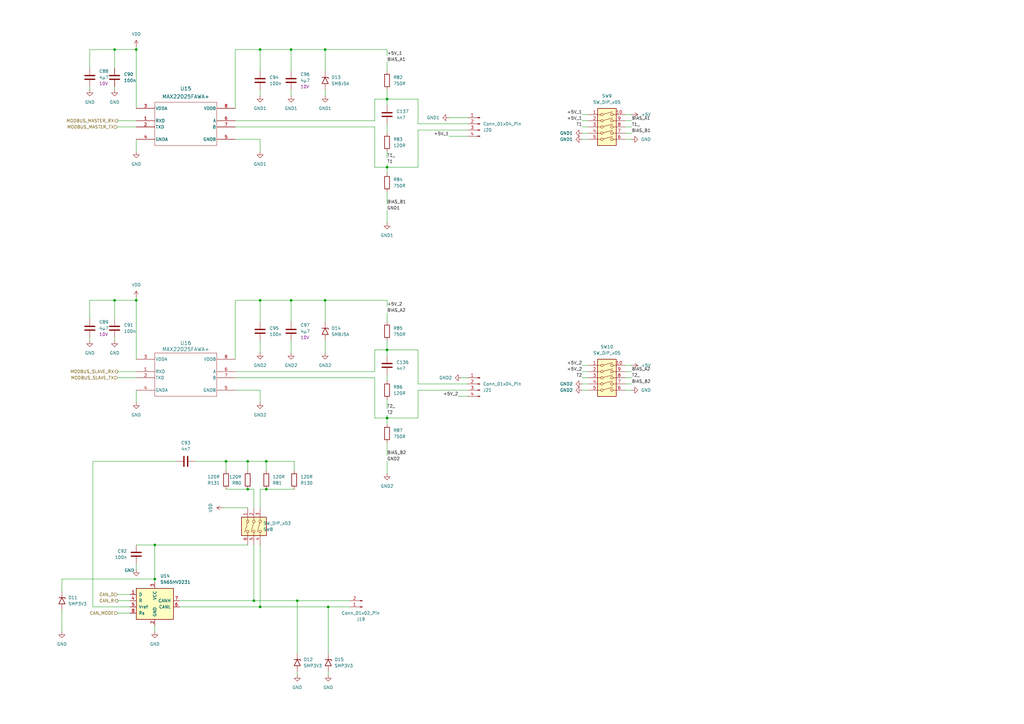
<source format=kicad_sch>
(kicad_sch
	(version 20231120)
	(generator "eeschema")
	(generator_version "8.0")
	(uuid "95874f63-c2de-4ba0-9209-67c7602f94d2")
	(paper "A3")
	(lib_symbols
		(symbol "Connector:Conn_01x02_Pin"
			(pin_names
				(offset 1.016) hide)
			(exclude_from_sim no)
			(in_bom yes)
			(on_board yes)
			(property "Reference" "J"
				(at 0 2.54 0)
				(effects
					(font
						(size 1.27 1.27)
					)
				)
			)
			(property "Value" "Conn_01x02_Pin"
				(at 0 -5.08 0)
				(effects
					(font
						(size 1.27 1.27)
					)
				)
			)
			(property "Footprint" ""
				(at 0 0 0)
				(effects
					(font
						(size 1.27 1.27)
					)
					(hide yes)
				)
			)
			(property "Datasheet" "~"
				(at 0 0 0)
				(effects
					(font
						(size 1.27 1.27)
					)
					(hide yes)
				)
			)
			(property "Description" "Generic connector, single row, 01x02, script generated"
				(at 0 0 0)
				(effects
					(font
						(size 1.27 1.27)
					)
					(hide yes)
				)
			)
			(property "ki_locked" ""
				(at 0 0 0)
				(effects
					(font
						(size 1.27 1.27)
					)
				)
			)
			(property "ki_keywords" "connector"
				(at 0 0 0)
				(effects
					(font
						(size 1.27 1.27)
					)
					(hide yes)
				)
			)
			(property "ki_fp_filters" "Connector*:*_1x??_*"
				(at 0 0 0)
				(effects
					(font
						(size 1.27 1.27)
					)
					(hide yes)
				)
			)
			(symbol "Conn_01x02_Pin_1_1"
				(polyline
					(pts
						(xy 1.27 -2.54) (xy 0.8636 -2.54)
					)
					(stroke
						(width 0.1524)
						(type default)
					)
					(fill
						(type none)
					)
				)
				(polyline
					(pts
						(xy 1.27 0) (xy 0.8636 0)
					)
					(stroke
						(width 0.1524)
						(type default)
					)
					(fill
						(type none)
					)
				)
				(rectangle
					(start 0.8636 -2.413)
					(end 0 -2.667)
					(stroke
						(width 0.1524)
						(type default)
					)
					(fill
						(type outline)
					)
				)
				(rectangle
					(start 0.8636 0.127)
					(end 0 -0.127)
					(stroke
						(width 0.1524)
						(type default)
					)
					(fill
						(type outline)
					)
				)
				(pin passive line
					(at 5.08 0 180)
					(length 3.81)
					(name "Pin_1"
						(effects
							(font
								(size 1.27 1.27)
							)
						)
					)
					(number "1"
						(effects
							(font
								(size 1.27 1.27)
							)
						)
					)
				)
				(pin passive line
					(at 5.08 -2.54 180)
					(length 3.81)
					(name "Pin_2"
						(effects
							(font
								(size 1.27 1.27)
							)
						)
					)
					(number "2"
						(effects
							(font
								(size 1.27 1.27)
							)
						)
					)
				)
			)
		)
		(symbol "Connector:Conn_01x04_Pin"
			(pin_names
				(offset 1.016) hide)
			(exclude_from_sim no)
			(in_bom yes)
			(on_board yes)
			(property "Reference" "J"
				(at 0 5.08 0)
				(effects
					(font
						(size 1.27 1.27)
					)
				)
			)
			(property "Value" "Conn_01x04_Pin"
				(at 0 -7.62 0)
				(effects
					(font
						(size 1.27 1.27)
					)
				)
			)
			(property "Footprint" ""
				(at 0 0 0)
				(effects
					(font
						(size 1.27 1.27)
					)
					(hide yes)
				)
			)
			(property "Datasheet" "~"
				(at 0 0 0)
				(effects
					(font
						(size 1.27 1.27)
					)
					(hide yes)
				)
			)
			(property "Description" "Generic connector, single row, 01x04, script generated"
				(at 0 0 0)
				(effects
					(font
						(size 1.27 1.27)
					)
					(hide yes)
				)
			)
			(property "ki_locked" ""
				(at 0 0 0)
				(effects
					(font
						(size 1.27 1.27)
					)
				)
			)
			(property "ki_keywords" "connector"
				(at 0 0 0)
				(effects
					(font
						(size 1.27 1.27)
					)
					(hide yes)
				)
			)
			(property "ki_fp_filters" "Connector*:*_1x??_*"
				(at 0 0 0)
				(effects
					(font
						(size 1.27 1.27)
					)
					(hide yes)
				)
			)
			(symbol "Conn_01x04_Pin_1_1"
				(polyline
					(pts
						(xy 1.27 -5.08) (xy 0.8636 -5.08)
					)
					(stroke
						(width 0.1524)
						(type default)
					)
					(fill
						(type none)
					)
				)
				(polyline
					(pts
						(xy 1.27 -2.54) (xy 0.8636 -2.54)
					)
					(stroke
						(width 0.1524)
						(type default)
					)
					(fill
						(type none)
					)
				)
				(polyline
					(pts
						(xy 1.27 0) (xy 0.8636 0)
					)
					(stroke
						(width 0.1524)
						(type default)
					)
					(fill
						(type none)
					)
				)
				(polyline
					(pts
						(xy 1.27 2.54) (xy 0.8636 2.54)
					)
					(stroke
						(width 0.1524)
						(type default)
					)
					(fill
						(type none)
					)
				)
				(rectangle
					(start 0.8636 -4.953)
					(end 0 -5.207)
					(stroke
						(width 0.1524)
						(type default)
					)
					(fill
						(type outline)
					)
				)
				(rectangle
					(start 0.8636 -2.413)
					(end 0 -2.667)
					(stroke
						(width 0.1524)
						(type default)
					)
					(fill
						(type outline)
					)
				)
				(rectangle
					(start 0.8636 0.127)
					(end 0 -0.127)
					(stroke
						(width 0.1524)
						(type default)
					)
					(fill
						(type outline)
					)
				)
				(rectangle
					(start 0.8636 2.667)
					(end 0 2.413)
					(stroke
						(width 0.1524)
						(type default)
					)
					(fill
						(type outline)
					)
				)
				(pin passive line
					(at 5.08 2.54 180)
					(length 3.81)
					(name "Pin_1"
						(effects
							(font
								(size 1.27 1.27)
							)
						)
					)
					(number "1"
						(effects
							(font
								(size 1.27 1.27)
							)
						)
					)
				)
				(pin passive line
					(at 5.08 0 180)
					(length 3.81)
					(name "Pin_2"
						(effects
							(font
								(size 1.27 1.27)
							)
						)
					)
					(number "2"
						(effects
							(font
								(size 1.27 1.27)
							)
						)
					)
				)
				(pin passive line
					(at 5.08 -2.54 180)
					(length 3.81)
					(name "Pin_3"
						(effects
							(font
								(size 1.27 1.27)
							)
						)
					)
					(number "3"
						(effects
							(font
								(size 1.27 1.27)
							)
						)
					)
				)
				(pin passive line
					(at 5.08 -5.08 180)
					(length 3.81)
					(name "Pin_4"
						(effects
							(font
								(size 1.27 1.27)
							)
						)
					)
					(number "4"
						(effects
							(font
								(size 1.27 1.27)
							)
						)
					)
				)
			)
		)
		(symbol "Device:C"
			(pin_numbers hide)
			(pin_names
				(offset 0.254)
			)
			(exclude_from_sim no)
			(in_bom yes)
			(on_board yes)
			(property "Reference" "C"
				(at 0.635 2.54 0)
				(effects
					(font
						(size 1.27 1.27)
					)
					(justify left)
				)
			)
			(property "Value" "C"
				(at 0.635 -2.54 0)
				(effects
					(font
						(size 1.27 1.27)
					)
					(justify left)
				)
			)
			(property "Footprint" ""
				(at 0.9652 -3.81 0)
				(effects
					(font
						(size 1.27 1.27)
					)
					(hide yes)
				)
			)
			(property "Datasheet" "~"
				(at 0 0 0)
				(effects
					(font
						(size 1.27 1.27)
					)
					(hide yes)
				)
			)
			(property "Description" "Unpolarized capacitor"
				(at 0 0 0)
				(effects
					(font
						(size 1.27 1.27)
					)
					(hide yes)
				)
			)
			(property "ki_keywords" "cap capacitor"
				(at 0 0 0)
				(effects
					(font
						(size 1.27 1.27)
					)
					(hide yes)
				)
			)
			(property "ki_fp_filters" "C_*"
				(at 0 0 0)
				(effects
					(font
						(size 1.27 1.27)
					)
					(hide yes)
				)
			)
			(symbol "C_0_1"
				(polyline
					(pts
						(xy -2.032 -0.762) (xy 2.032 -0.762)
					)
					(stroke
						(width 0.508)
						(type default)
					)
					(fill
						(type none)
					)
				)
				(polyline
					(pts
						(xy -2.032 0.762) (xy 2.032 0.762)
					)
					(stroke
						(width 0.508)
						(type default)
					)
					(fill
						(type none)
					)
				)
			)
			(symbol "C_1_1"
				(pin passive line
					(at 0 3.81 270)
					(length 2.794)
					(name "~"
						(effects
							(font
								(size 1.27 1.27)
							)
						)
					)
					(number "1"
						(effects
							(font
								(size 1.27 1.27)
							)
						)
					)
				)
				(pin passive line
					(at 0 -3.81 90)
					(length 2.794)
					(name "~"
						(effects
							(font
								(size 1.27 1.27)
							)
						)
					)
					(number "2"
						(effects
							(font
								(size 1.27 1.27)
							)
						)
					)
				)
			)
		)
		(symbol "Device:R"
			(pin_numbers hide)
			(pin_names
				(offset 0)
			)
			(exclude_from_sim no)
			(in_bom yes)
			(on_board yes)
			(property "Reference" "R"
				(at 2.032 0 90)
				(effects
					(font
						(size 1.27 1.27)
					)
				)
			)
			(property "Value" "R"
				(at 0 0 90)
				(effects
					(font
						(size 1.27 1.27)
					)
				)
			)
			(property "Footprint" ""
				(at -1.778 0 90)
				(effects
					(font
						(size 1.27 1.27)
					)
					(hide yes)
				)
			)
			(property "Datasheet" "~"
				(at 0 0 0)
				(effects
					(font
						(size 1.27 1.27)
					)
					(hide yes)
				)
			)
			(property "Description" "Resistor"
				(at 0 0 0)
				(effects
					(font
						(size 1.27 1.27)
					)
					(hide yes)
				)
			)
			(property "ki_keywords" "R res resistor"
				(at 0 0 0)
				(effects
					(font
						(size 1.27 1.27)
					)
					(hide yes)
				)
			)
			(property "ki_fp_filters" "R_*"
				(at 0 0 0)
				(effects
					(font
						(size 1.27 1.27)
					)
					(hide yes)
				)
			)
			(symbol "R_0_1"
				(rectangle
					(start -1.016 -2.54)
					(end 1.016 2.54)
					(stroke
						(width 0.254)
						(type default)
					)
					(fill
						(type none)
					)
				)
			)
			(symbol "R_1_1"
				(pin passive line
					(at 0 3.81 270)
					(length 1.27)
					(name "~"
						(effects
							(font
								(size 1.27 1.27)
							)
						)
					)
					(number "1"
						(effects
							(font
								(size 1.27 1.27)
							)
						)
					)
				)
				(pin passive line
					(at 0 -3.81 90)
					(length 1.27)
					(name "~"
						(effects
							(font
								(size 1.27 1.27)
							)
						)
					)
					(number "2"
						(effects
							(font
								(size 1.27 1.27)
							)
						)
					)
				)
			)
		)
		(symbol "Diode:SM6T6V8A"
			(pin_numbers hide)
			(pin_names
				(offset 1.016) hide)
			(exclude_from_sim no)
			(in_bom yes)
			(on_board yes)
			(property "Reference" "D"
				(at 0 2.54 0)
				(effects
					(font
						(size 1.27 1.27)
					)
				)
			)
			(property "Value" "SM6T6V8A"
				(at 0 -2.54 0)
				(effects
					(font
						(size 1.27 1.27)
					)
				)
			)
			(property "Footprint" "Diode_SMD:D_SMB"
				(at 0 -5.08 0)
				(effects
					(font
						(size 1.27 1.27)
					)
					(hide yes)
				)
			)
			(property "Datasheet" "https://www.st.com/resource/en/datasheet/sm6t.pdf"
				(at -1.27 0 0)
				(effects
					(font
						(size 1.27 1.27)
					)
					(hide yes)
				)
			)
			(property "Description" "600W unidirectional Transil Transient Voltage Suppressor, 6.8Vrwm, DO-214AA"
				(at 0 0 0)
				(effects
					(font
						(size 1.27 1.27)
					)
					(hide yes)
				)
			)
			(property "ki_keywords" "diode TVS voltage suppressor"
				(at 0 0 0)
				(effects
					(font
						(size 1.27 1.27)
					)
					(hide yes)
				)
			)
			(property "ki_fp_filters" "D*SMB*"
				(at 0 0 0)
				(effects
					(font
						(size 1.27 1.27)
					)
					(hide yes)
				)
			)
			(symbol "SM6T6V8A_0_1"
				(polyline
					(pts
						(xy -0.762 1.27) (xy -1.27 1.27) (xy -1.27 -1.27)
					)
					(stroke
						(width 0.254)
						(type default)
					)
					(fill
						(type none)
					)
				)
				(polyline
					(pts
						(xy 1.27 1.27) (xy 1.27 -1.27) (xy -1.27 0) (xy 1.27 1.27)
					)
					(stroke
						(width 0.254)
						(type default)
					)
					(fill
						(type none)
					)
				)
			)
			(symbol "SM6T6V8A_1_1"
				(pin passive line
					(at -3.81 0 0)
					(length 2.54)
					(name "A1"
						(effects
							(font
								(size 1.27 1.27)
							)
						)
					)
					(number "1"
						(effects
							(font
								(size 1.27 1.27)
							)
						)
					)
				)
				(pin passive line
					(at 3.81 0 180)
					(length 2.54)
					(name "A2"
						(effects
							(font
								(size 1.27 1.27)
							)
						)
					)
					(number "2"
						(effects
							(font
								(size 1.27 1.27)
							)
						)
					)
				)
			)
		)
		(symbol "Interface_CAN_LIN:SN65HVD231"
			(pin_names
				(offset 1.016)
			)
			(exclude_from_sim no)
			(in_bom yes)
			(on_board yes)
			(property "Reference" "U"
				(at -2.54 10.16 0)
				(effects
					(font
						(size 1.27 1.27)
					)
					(justify right)
				)
			)
			(property "Value" "SN65HVD231"
				(at -2.54 7.62 0)
				(effects
					(font
						(size 1.27 1.27)
					)
					(justify right)
				)
			)
			(property "Footprint" "Package_SO:SOIC-8_3.9x4.9mm_P1.27mm"
				(at 0 -12.7 0)
				(effects
					(font
						(size 1.27 1.27)
					)
					(hide yes)
				)
			)
			(property "Datasheet" "http://www.ti.com/lit/ds/symlink/sn65hvd230.pdf"
				(at -2.54 10.16 0)
				(effects
					(font
						(size 1.27 1.27)
					)
					(hide yes)
				)
			)
			(property "Description" "CAN Bus Transceivers, 3.3V, 1Mbps,Ultra Low-Power capabilities, SOIC-8"
				(at 0 0 0)
				(effects
					(font
						(size 1.27 1.27)
					)
					(hide yes)
				)
			)
			(property "ki_keywords" "can transeiver ti ulp low-power"
				(at 0 0 0)
				(effects
					(font
						(size 1.27 1.27)
					)
					(hide yes)
				)
			)
			(property "ki_fp_filters" "SOIC*3.9x4.9mm*P1.27mm*"
				(at 0 0 0)
				(effects
					(font
						(size 1.27 1.27)
					)
					(hide yes)
				)
			)
			(symbol "SN65HVD231_0_1"
				(rectangle
					(start -7.62 5.08)
					(end 7.62 -7.62)
					(stroke
						(width 0.254)
						(type default)
					)
					(fill
						(type background)
					)
				)
			)
			(symbol "SN65HVD231_1_1"
				(pin input line
					(at -10.16 2.54 0)
					(length 2.54)
					(name "D"
						(effects
							(font
								(size 1.27 1.27)
							)
						)
					)
					(number "1"
						(effects
							(font
								(size 1.27 1.27)
							)
						)
					)
				)
				(pin power_in line
					(at 0 -10.16 90)
					(length 2.54)
					(name "GND"
						(effects
							(font
								(size 1.27 1.27)
							)
						)
					)
					(number "2"
						(effects
							(font
								(size 1.27 1.27)
							)
						)
					)
				)
				(pin power_in line
					(at 0 7.62 270)
					(length 2.54)
					(name "VCC"
						(effects
							(font
								(size 1.27 1.27)
							)
						)
					)
					(number "3"
						(effects
							(font
								(size 1.27 1.27)
							)
						)
					)
				)
				(pin output line
					(at -10.16 0 0)
					(length 2.54)
					(name "R"
						(effects
							(font
								(size 1.27 1.27)
							)
						)
					)
					(number "4"
						(effects
							(font
								(size 1.27 1.27)
							)
						)
					)
				)
				(pin output line
					(at -10.16 -2.54 0)
					(length 2.54)
					(name "Vref"
						(effects
							(font
								(size 1.27 1.27)
							)
						)
					)
					(number "5"
						(effects
							(font
								(size 1.27 1.27)
							)
						)
					)
				)
				(pin bidirectional line
					(at 10.16 -2.54 180)
					(length 2.54)
					(name "CANL"
						(effects
							(font
								(size 1.27 1.27)
							)
						)
					)
					(number "6"
						(effects
							(font
								(size 1.27 1.27)
							)
						)
					)
				)
				(pin bidirectional line
					(at 10.16 0 180)
					(length 2.54)
					(name "CANH"
						(effects
							(font
								(size 1.27 1.27)
							)
						)
					)
					(number "7"
						(effects
							(font
								(size 1.27 1.27)
							)
						)
					)
				)
				(pin input line
					(at -10.16 -5.08 0)
					(length 2.54)
					(name "Rs"
						(effects
							(font
								(size 1.27 1.27)
							)
						)
					)
					(number "8"
						(effects
							(font
								(size 1.27 1.27)
							)
						)
					)
				)
			)
		)
		(symbol "Switch:SW_DIP_x03"
			(pin_names
				(offset 0) hide)
			(exclude_from_sim no)
			(in_bom yes)
			(on_board yes)
			(property "Reference" "SW"
				(at 0 6.35 0)
				(effects
					(font
						(size 1.27 1.27)
					)
				)
			)
			(property "Value" "SW_DIP_x03"
				(at 0 -6.35 0)
				(effects
					(font
						(size 1.27 1.27)
					)
				)
			)
			(property "Footprint" ""
				(at 0 -2.54 0)
				(effects
					(font
						(size 1.27 1.27)
					)
					(hide yes)
				)
			)
			(property "Datasheet" "~"
				(at 0 -2.54 0)
				(effects
					(font
						(size 1.27 1.27)
					)
					(hide yes)
				)
			)
			(property "Description" "3x DIP Switch, Single Pole Single Throw (SPST) switch, small symbol"
				(at 0 0 0)
				(effects
					(font
						(size 1.27 1.27)
					)
					(hide yes)
				)
			)
			(property "ki_keywords" "dip switch"
				(at 0 0 0)
				(effects
					(font
						(size 1.27 1.27)
					)
					(hide yes)
				)
			)
			(property "ki_fp_filters" "SW?DIP?x3*"
				(at 0 0 0)
				(effects
					(font
						(size 1.27 1.27)
					)
					(hide yes)
				)
			)
			(symbol "SW_DIP_x03_0_0"
				(circle
					(center -2.032 -2.54)
					(radius 0.508)
					(stroke
						(width 0)
						(type default)
					)
					(fill
						(type none)
					)
				)
				(circle
					(center -2.032 0)
					(radius 0.508)
					(stroke
						(width 0)
						(type default)
					)
					(fill
						(type none)
					)
				)
				(circle
					(center -2.032 2.54)
					(radius 0.508)
					(stroke
						(width 0)
						(type default)
					)
					(fill
						(type none)
					)
				)
				(polyline
					(pts
						(xy -1.524 -2.413) (xy 2.3622 -1.3716)
					)
					(stroke
						(width 0)
						(type default)
					)
					(fill
						(type none)
					)
				)
				(polyline
					(pts
						(xy -1.524 0.127) (xy 2.3622 1.1684)
					)
					(stroke
						(width 0)
						(type default)
					)
					(fill
						(type none)
					)
				)
				(polyline
					(pts
						(xy -1.524 2.667) (xy 2.3622 3.7084)
					)
					(stroke
						(width 0)
						(type default)
					)
					(fill
						(type none)
					)
				)
				(circle
					(center 2.032 -2.54)
					(radius 0.508)
					(stroke
						(width 0)
						(type default)
					)
					(fill
						(type none)
					)
				)
				(circle
					(center 2.032 0)
					(radius 0.508)
					(stroke
						(width 0)
						(type default)
					)
					(fill
						(type none)
					)
				)
				(circle
					(center 2.032 2.54)
					(radius 0.508)
					(stroke
						(width 0)
						(type default)
					)
					(fill
						(type none)
					)
				)
			)
			(symbol "SW_DIP_x03_0_1"
				(rectangle
					(start -3.81 5.08)
					(end 3.81 -5.08)
					(stroke
						(width 0.254)
						(type default)
					)
					(fill
						(type background)
					)
				)
			)
			(symbol "SW_DIP_x03_1_1"
				(pin passive line
					(at -7.62 2.54 0)
					(length 5.08)
					(name "~"
						(effects
							(font
								(size 1.27 1.27)
							)
						)
					)
					(number "1"
						(effects
							(font
								(size 1.27 1.27)
							)
						)
					)
				)
				(pin passive line
					(at -7.62 0 0)
					(length 5.08)
					(name "~"
						(effects
							(font
								(size 1.27 1.27)
							)
						)
					)
					(number "2"
						(effects
							(font
								(size 1.27 1.27)
							)
						)
					)
				)
				(pin passive line
					(at -7.62 -2.54 0)
					(length 5.08)
					(name "~"
						(effects
							(font
								(size 1.27 1.27)
							)
						)
					)
					(number "3"
						(effects
							(font
								(size 1.27 1.27)
							)
						)
					)
				)
				(pin passive line
					(at 7.62 -2.54 180)
					(length 5.08)
					(name "~"
						(effects
							(font
								(size 1.27 1.27)
							)
						)
					)
					(number "4"
						(effects
							(font
								(size 1.27 1.27)
							)
						)
					)
				)
				(pin passive line
					(at 7.62 0 180)
					(length 5.08)
					(name "~"
						(effects
							(font
								(size 1.27 1.27)
							)
						)
					)
					(number "5"
						(effects
							(font
								(size 1.27 1.27)
							)
						)
					)
				)
				(pin passive line
					(at 7.62 2.54 180)
					(length 5.08)
					(name "~"
						(effects
							(font
								(size 1.27 1.27)
							)
						)
					)
					(number "6"
						(effects
							(font
								(size 1.27 1.27)
							)
						)
					)
				)
			)
		)
		(symbol "Switch:SW_DIP_x05"
			(pin_names
				(offset 0) hide)
			(exclude_from_sim no)
			(in_bom yes)
			(on_board yes)
			(property "Reference" "SW"
				(at 0 8.89 0)
				(effects
					(font
						(size 1.27 1.27)
					)
				)
			)
			(property "Value" "SW_DIP_x05"
				(at 0 -8.89 0)
				(effects
					(font
						(size 1.27 1.27)
					)
				)
			)
			(property "Footprint" ""
				(at 0 0 0)
				(effects
					(font
						(size 1.27 1.27)
					)
					(hide yes)
				)
			)
			(property "Datasheet" "~"
				(at 0 0 0)
				(effects
					(font
						(size 1.27 1.27)
					)
					(hide yes)
				)
			)
			(property "Description" "5x DIP Switch, Single Pole Single Throw (SPST) switch, small symbol"
				(at 0 0 0)
				(effects
					(font
						(size 1.27 1.27)
					)
					(hide yes)
				)
			)
			(property "ki_keywords" "dip switch"
				(at 0 0 0)
				(effects
					(font
						(size 1.27 1.27)
					)
					(hide yes)
				)
			)
			(property "ki_fp_filters" "SW?DIP?x5*"
				(at 0 0 0)
				(effects
					(font
						(size 1.27 1.27)
					)
					(hide yes)
				)
			)
			(symbol "SW_DIP_x05_0_0"
				(circle
					(center -2.032 -5.08)
					(radius 0.508)
					(stroke
						(width 0)
						(type default)
					)
					(fill
						(type none)
					)
				)
				(circle
					(center -2.032 -2.54)
					(radius 0.508)
					(stroke
						(width 0)
						(type default)
					)
					(fill
						(type none)
					)
				)
				(circle
					(center -2.032 0)
					(radius 0.508)
					(stroke
						(width 0)
						(type default)
					)
					(fill
						(type none)
					)
				)
				(circle
					(center -2.032 2.54)
					(radius 0.508)
					(stroke
						(width 0)
						(type default)
					)
					(fill
						(type none)
					)
				)
				(circle
					(center -2.032 5.08)
					(radius 0.508)
					(stroke
						(width 0)
						(type default)
					)
					(fill
						(type none)
					)
				)
				(polyline
					(pts
						(xy -1.524 -4.9276) (xy 2.3622 -3.8862)
					)
					(stroke
						(width 0)
						(type default)
					)
					(fill
						(type none)
					)
				)
				(polyline
					(pts
						(xy -1.524 -2.3876) (xy 2.3622 -1.3462)
					)
					(stroke
						(width 0)
						(type default)
					)
					(fill
						(type none)
					)
				)
				(polyline
					(pts
						(xy -1.524 0.127) (xy 2.3622 1.1684)
					)
					(stroke
						(width 0)
						(type default)
					)
					(fill
						(type none)
					)
				)
				(polyline
					(pts
						(xy -1.524 2.667) (xy 2.3622 3.7084)
					)
					(stroke
						(width 0)
						(type default)
					)
					(fill
						(type none)
					)
				)
				(polyline
					(pts
						(xy -1.524 5.207) (xy 2.3622 6.2484)
					)
					(stroke
						(width 0)
						(type default)
					)
					(fill
						(type none)
					)
				)
				(circle
					(center 2.032 -5.08)
					(radius 0.508)
					(stroke
						(width 0)
						(type default)
					)
					(fill
						(type none)
					)
				)
				(circle
					(center 2.032 -2.54)
					(radius 0.508)
					(stroke
						(width 0)
						(type default)
					)
					(fill
						(type none)
					)
				)
				(circle
					(center 2.032 0)
					(radius 0.508)
					(stroke
						(width 0)
						(type default)
					)
					(fill
						(type none)
					)
				)
				(circle
					(center 2.032 2.54)
					(radius 0.508)
					(stroke
						(width 0)
						(type default)
					)
					(fill
						(type none)
					)
				)
				(circle
					(center 2.032 5.08)
					(radius 0.508)
					(stroke
						(width 0)
						(type default)
					)
					(fill
						(type none)
					)
				)
			)
			(symbol "SW_DIP_x05_0_1"
				(rectangle
					(start -3.81 7.62)
					(end 3.81 -7.62)
					(stroke
						(width 0.254)
						(type default)
					)
					(fill
						(type background)
					)
				)
			)
			(symbol "SW_DIP_x05_1_1"
				(pin passive line
					(at -7.62 5.08 0)
					(length 5.08)
					(name "~"
						(effects
							(font
								(size 1.27 1.27)
							)
						)
					)
					(number "1"
						(effects
							(font
								(size 1.27 1.27)
							)
						)
					)
				)
				(pin passive line
					(at 7.62 5.08 180)
					(length 5.08)
					(name "~"
						(effects
							(font
								(size 1.27 1.27)
							)
						)
					)
					(number "10"
						(effects
							(font
								(size 1.27 1.27)
							)
						)
					)
				)
				(pin passive line
					(at -7.62 2.54 0)
					(length 5.08)
					(name "~"
						(effects
							(font
								(size 1.27 1.27)
							)
						)
					)
					(number "2"
						(effects
							(font
								(size 1.27 1.27)
							)
						)
					)
				)
				(pin passive line
					(at -7.62 0 0)
					(length 5.08)
					(name "~"
						(effects
							(font
								(size 1.27 1.27)
							)
						)
					)
					(number "3"
						(effects
							(font
								(size 1.27 1.27)
							)
						)
					)
				)
				(pin passive line
					(at -7.62 -2.54 0)
					(length 5.08)
					(name "~"
						(effects
							(font
								(size 1.27 1.27)
							)
						)
					)
					(number "4"
						(effects
							(font
								(size 1.27 1.27)
							)
						)
					)
				)
				(pin passive line
					(at -7.62 -5.08 0)
					(length 5.08)
					(name "~"
						(effects
							(font
								(size 1.27 1.27)
							)
						)
					)
					(number "5"
						(effects
							(font
								(size 1.27 1.27)
							)
						)
					)
				)
				(pin passive line
					(at 7.62 -5.08 180)
					(length 5.08)
					(name "~"
						(effects
							(font
								(size 1.27 1.27)
							)
						)
					)
					(number "6"
						(effects
							(font
								(size 1.27 1.27)
							)
						)
					)
				)
				(pin passive line
					(at 7.62 -2.54 180)
					(length 5.08)
					(name "~"
						(effects
							(font
								(size 1.27 1.27)
							)
						)
					)
					(number "7"
						(effects
							(font
								(size 1.27 1.27)
							)
						)
					)
				)
				(pin passive line
					(at 7.62 0 180)
					(length 5.08)
					(name "~"
						(effects
							(font
								(size 1.27 1.27)
							)
						)
					)
					(number "8"
						(effects
							(font
								(size 1.27 1.27)
							)
						)
					)
				)
				(pin passive line
					(at 7.62 2.54 180)
					(length 5.08)
					(name "~"
						(effects
							(font
								(size 1.27 1.27)
							)
						)
					)
					(number "9"
						(effects
							(font
								(size 1.27 1.27)
							)
						)
					)
				)
			)
		)
		(symbol "myMAX22025:MAX22025FAWA+"
			(pin_names
				(offset 0.254)
			)
			(exclude_from_sim no)
			(in_bom yes)
			(on_board yes)
			(property "Reference" "U"
				(at 0 13.97 0)
				(effects
					(font
						(size 1.524 1.524)
					)
				)
			)
			(property "Value" "MAX22025FAWA+"
				(at 0 11.43 0)
				(effects
					(font
						(size 1.524 1.524)
					)
				)
			)
			(property "Footprint" "21-0262_W8MS+1_ADI"
				(at -0.508 7.366 0)
				(effects
					(font
						(size 1.27 1.27)
						(italic yes)
					)
					(hide yes)
				)
			)
			(property "Datasheet" "MAX22025FAWA+"
				(at 2.794 -6.858 0)
				(effects
					(font
						(size 1.27 1.27)
						(italic yes)
					)
					(hide yes)
				)
			)
			(property "Description" ""
				(at -20.32 3.81 0)
				(effects
					(font
						(size 1.27 1.27)
					)
					(hide yes)
				)
			)
			(property "ki_locked" ""
				(at 0 0 0)
				(effects
					(font
						(size 1.27 1.27)
					)
				)
			)
			(property "ki_keywords" "MAX22025FAWA+"
				(at 0 0 0)
				(effects
					(font
						(size 1.27 1.27)
					)
					(hide yes)
				)
			)
			(property "ki_fp_filters" "21-0262_W8MS+1_ADI 21-0262_W8MS+1_ADI-M 21-0262_W8MS+1_ADI-L"
				(at 0 0 0)
				(effects
					(font
						(size 1.27 1.27)
					)
					(hide yes)
				)
			)
			(symbol "MAX22025FAWA+_0_1"
				(polyline
					(pts
						(xy -12.7 -8.89) (xy 12.7 -8.89)
					)
					(stroke
						(width 0.127)
						(type default)
					)
					(fill
						(type none)
					)
				)
				(polyline
					(pts
						(xy -12.7 8.89) (xy -12.7 -8.89)
					)
					(stroke
						(width 0.127)
						(type default)
					)
					(fill
						(type none)
					)
				)
				(polyline
					(pts
						(xy 12.7 -8.89) (xy 12.7 8.89)
					)
					(stroke
						(width 0.127)
						(type default)
					)
					(fill
						(type none)
					)
				)
				(polyline
					(pts
						(xy 12.7 8.89) (xy -12.7 8.89)
					)
					(stroke
						(width 0.127)
						(type default)
					)
					(fill
						(type none)
					)
				)
				(pin output line
					(at -20.32 1.27 0)
					(length 7.62)
					(name "RXD"
						(effects
							(font
								(size 1.27 1.27)
							)
						)
					)
					(number "1"
						(effects
							(font
								(size 1.27 1.27)
							)
						)
					)
				)
				(pin input line
					(at -20.32 -1.27 0)
					(length 7.62)
					(name "TXD"
						(effects
							(font
								(size 1.27 1.27)
							)
						)
					)
					(number "2"
						(effects
							(font
								(size 1.27 1.27)
							)
						)
					)
				)
				(pin power_in line
					(at -20.32 6.35 0)
					(length 7.62)
					(name "VDDA"
						(effects
							(font
								(size 1.27 1.27)
							)
						)
					)
					(number "3"
						(effects
							(font
								(size 1.27 1.27)
							)
						)
					)
				)
				(pin power_out line
					(at -20.32 -6.35 0)
					(length 7.62)
					(name "GNDA"
						(effects
							(font
								(size 1.27 1.27)
							)
						)
					)
					(number "4"
						(effects
							(font
								(size 1.27 1.27)
							)
						)
					)
				)
				(pin power_out line
					(at 20.32 -6.35 180)
					(length 7.62)
					(name "GNDB"
						(effects
							(font
								(size 1.27 1.27)
							)
						)
					)
					(number "5"
						(effects
							(font
								(size 1.27 1.27)
							)
						)
					)
				)
				(pin bidirectional line
					(at 20.32 1.27 180)
					(length 7.62)
					(name "A"
						(effects
							(font
								(size 1.27 1.27)
							)
						)
					)
					(number "6"
						(effects
							(font
								(size 1.27 1.27)
							)
						)
					)
				)
				(pin bidirectional line
					(at 20.32 -1.27 180)
					(length 7.62)
					(name "B"
						(effects
							(font
								(size 1.27 1.27)
							)
						)
					)
					(number "7"
						(effects
							(font
								(size 1.27 1.27)
							)
						)
					)
				)
				(pin power_in line
					(at 20.32 6.35 180)
					(length 7.62)
					(name "VDDB"
						(effects
							(font
								(size 1.27 1.27)
							)
						)
					)
					(number "8"
						(effects
							(font
								(size 1.27 1.27)
							)
						)
					)
				)
			)
		)
		(symbol "power:+5V"
			(power)
			(pin_numbers hide)
			(pin_names
				(offset 0) hide)
			(exclude_from_sim no)
			(in_bom yes)
			(on_board yes)
			(property "Reference" "#PWR"
				(at 0 -3.81 0)
				(effects
					(font
						(size 1.27 1.27)
					)
					(hide yes)
				)
			)
			(property "Value" "+5V"
				(at 0 3.556 0)
				(effects
					(font
						(size 1.27 1.27)
					)
				)
			)
			(property "Footprint" ""
				(at 0 0 0)
				(effects
					(font
						(size 1.27 1.27)
					)
					(hide yes)
				)
			)
			(property "Datasheet" ""
				(at 0 0 0)
				(effects
					(font
						(size 1.27 1.27)
					)
					(hide yes)
				)
			)
			(property "Description" "Power symbol creates a global label with name \"+5V\""
				(at 0 0 0)
				(effects
					(font
						(size 1.27 1.27)
					)
					(hide yes)
				)
			)
			(property "ki_keywords" "global power"
				(at 0 0 0)
				(effects
					(font
						(size 1.27 1.27)
					)
					(hide yes)
				)
			)
			(symbol "+5V_0_1"
				(polyline
					(pts
						(xy -0.762 1.27) (xy 0 2.54)
					)
					(stroke
						(width 0)
						(type default)
					)
					(fill
						(type none)
					)
				)
				(polyline
					(pts
						(xy 0 0) (xy 0 2.54)
					)
					(stroke
						(width 0)
						(type default)
					)
					(fill
						(type none)
					)
				)
				(polyline
					(pts
						(xy 0 2.54) (xy 0.762 1.27)
					)
					(stroke
						(width 0)
						(type default)
					)
					(fill
						(type none)
					)
				)
			)
			(symbol "+5V_1_1"
				(pin power_in line
					(at 0 0 90)
					(length 0)
					(name "~"
						(effects
							(font
								(size 1.27 1.27)
							)
						)
					)
					(number "1"
						(effects
							(font
								(size 1.27 1.27)
							)
						)
					)
				)
			)
		)
		(symbol "power:GND"
			(power)
			(pin_numbers hide)
			(pin_names
				(offset 0) hide)
			(exclude_from_sim no)
			(in_bom yes)
			(on_board yes)
			(property "Reference" "#PWR"
				(at 0 -6.35 0)
				(effects
					(font
						(size 1.27 1.27)
					)
					(hide yes)
				)
			)
			(property "Value" "GND"
				(at 0 -3.81 0)
				(effects
					(font
						(size 1.27 1.27)
					)
				)
			)
			(property "Footprint" ""
				(at 0 0 0)
				(effects
					(font
						(size 1.27 1.27)
					)
					(hide yes)
				)
			)
			(property "Datasheet" ""
				(at 0 0 0)
				(effects
					(font
						(size 1.27 1.27)
					)
					(hide yes)
				)
			)
			(property "Description" "Power symbol creates a global label with name \"GND\" , ground"
				(at 0 0 0)
				(effects
					(font
						(size 1.27 1.27)
					)
					(hide yes)
				)
			)
			(property "ki_keywords" "global power"
				(at 0 0 0)
				(effects
					(font
						(size 1.27 1.27)
					)
					(hide yes)
				)
			)
			(symbol "GND_0_1"
				(polyline
					(pts
						(xy 0 0) (xy 0 -1.27) (xy 1.27 -1.27) (xy 0 -2.54) (xy -1.27 -1.27) (xy 0 -1.27)
					)
					(stroke
						(width 0)
						(type default)
					)
					(fill
						(type none)
					)
				)
			)
			(symbol "GND_1_1"
				(pin power_in line
					(at 0 0 270)
					(length 0)
					(name "~"
						(effects
							(font
								(size 1.27 1.27)
							)
						)
					)
					(number "1"
						(effects
							(font
								(size 1.27 1.27)
							)
						)
					)
				)
			)
		)
		(symbol "power:GND1"
			(power)
			(pin_numbers hide)
			(pin_names
				(offset 0) hide)
			(exclude_from_sim no)
			(in_bom yes)
			(on_board yes)
			(property "Reference" "#PWR"
				(at 0 -6.35 0)
				(effects
					(font
						(size 1.27 1.27)
					)
					(hide yes)
				)
			)
			(property "Value" "GND1"
				(at 0 -3.81 0)
				(effects
					(font
						(size 1.27 1.27)
					)
				)
			)
			(property "Footprint" ""
				(at 0 0 0)
				(effects
					(font
						(size 1.27 1.27)
					)
					(hide yes)
				)
			)
			(property "Datasheet" ""
				(at 0 0 0)
				(effects
					(font
						(size 1.27 1.27)
					)
					(hide yes)
				)
			)
			(property "Description" "Power symbol creates a global label with name \"GND1\" , ground"
				(at 0 0 0)
				(effects
					(font
						(size 1.27 1.27)
					)
					(hide yes)
				)
			)
			(property "ki_keywords" "global power"
				(at 0 0 0)
				(effects
					(font
						(size 1.27 1.27)
					)
					(hide yes)
				)
			)
			(symbol "GND1_0_1"
				(polyline
					(pts
						(xy 0 0) (xy 0 -1.27) (xy 1.27 -1.27) (xy 0 -2.54) (xy -1.27 -1.27) (xy 0 -1.27)
					)
					(stroke
						(width 0)
						(type default)
					)
					(fill
						(type none)
					)
				)
			)
			(symbol "GND1_1_1"
				(pin power_in line
					(at 0 0 270)
					(length 0)
					(name "~"
						(effects
							(font
								(size 1.27 1.27)
							)
						)
					)
					(number "1"
						(effects
							(font
								(size 1.27 1.27)
							)
						)
					)
				)
			)
		)
		(symbol "power:GND2"
			(power)
			(pin_numbers hide)
			(pin_names
				(offset 0) hide)
			(exclude_from_sim no)
			(in_bom yes)
			(on_board yes)
			(property "Reference" "#PWR"
				(at 0 -6.35 0)
				(effects
					(font
						(size 1.27 1.27)
					)
					(hide yes)
				)
			)
			(property "Value" "GND2"
				(at 0 -3.81 0)
				(effects
					(font
						(size 1.27 1.27)
					)
				)
			)
			(property "Footprint" ""
				(at 0 0 0)
				(effects
					(font
						(size 1.27 1.27)
					)
					(hide yes)
				)
			)
			(property "Datasheet" ""
				(at 0 0 0)
				(effects
					(font
						(size 1.27 1.27)
					)
					(hide yes)
				)
			)
			(property "Description" "Power symbol creates a global label with name \"GND2\" , ground"
				(at 0 0 0)
				(effects
					(font
						(size 1.27 1.27)
					)
					(hide yes)
				)
			)
			(property "ki_keywords" "global power"
				(at 0 0 0)
				(effects
					(font
						(size 1.27 1.27)
					)
					(hide yes)
				)
			)
			(symbol "GND2_0_1"
				(polyline
					(pts
						(xy 0 0) (xy 0 -1.27) (xy 1.27 -1.27) (xy 0 -2.54) (xy -1.27 -1.27) (xy 0 -1.27)
					)
					(stroke
						(width 0)
						(type default)
					)
					(fill
						(type none)
					)
				)
			)
			(symbol "GND2_1_1"
				(pin power_in line
					(at 0 0 270)
					(length 0)
					(name "~"
						(effects
							(font
								(size 1.27 1.27)
							)
						)
					)
					(number "1"
						(effects
							(font
								(size 1.27 1.27)
							)
						)
					)
				)
			)
		)
		(symbol "power:VDD"
			(power)
			(pin_numbers hide)
			(pin_names
				(offset 0) hide)
			(exclude_from_sim no)
			(in_bom yes)
			(on_board yes)
			(property "Reference" "#PWR"
				(at 0 -3.81 0)
				(effects
					(font
						(size 1.27 1.27)
					)
					(hide yes)
				)
			)
			(property "Value" "VDD"
				(at 0 3.556 0)
				(effects
					(font
						(size 1.27 1.27)
					)
				)
			)
			(property "Footprint" ""
				(at 0 0 0)
				(effects
					(font
						(size 1.27 1.27)
					)
					(hide yes)
				)
			)
			(property "Datasheet" ""
				(at 0 0 0)
				(effects
					(font
						(size 1.27 1.27)
					)
					(hide yes)
				)
			)
			(property "Description" "Power symbol creates a global label with name \"VDD\""
				(at 0 0 0)
				(effects
					(font
						(size 1.27 1.27)
					)
					(hide yes)
				)
			)
			(property "ki_keywords" "global power"
				(at 0 0 0)
				(effects
					(font
						(size 1.27 1.27)
					)
					(hide yes)
				)
			)
			(symbol "VDD_0_1"
				(polyline
					(pts
						(xy -0.762 1.27) (xy 0 2.54)
					)
					(stroke
						(width 0)
						(type default)
					)
					(fill
						(type none)
					)
				)
				(polyline
					(pts
						(xy 0 0) (xy 0 2.54)
					)
					(stroke
						(width 0)
						(type default)
					)
					(fill
						(type none)
					)
				)
				(polyline
					(pts
						(xy 0 2.54) (xy 0.762 1.27)
					)
					(stroke
						(width 0)
						(type default)
					)
					(fill
						(type none)
					)
				)
			)
			(symbol "VDD_1_1"
				(pin power_in line
					(at 0 0 90)
					(length 0)
					(name "~"
						(effects
							(font
								(size 1.27 1.27)
							)
						)
					)
					(number "1"
						(effects
							(font
								(size 1.27 1.27)
							)
						)
					)
				)
			)
		)
	)
	(junction
		(at 109.22 189.23)
		(diameter 0)
		(color 0 0 0 0)
		(uuid "01d6c9fe-1b8a-4b79-af32-39c1ed8a5689")
	)
	(junction
		(at 46.99 123.19)
		(diameter 0)
		(color 0 0 0 0)
		(uuid "0f74ca80-ff95-45f2-a08f-a6803a983421")
	)
	(junction
		(at 106.68 123.19)
		(diameter 0)
		(color 0 0 0 0)
		(uuid "1ce8dbab-08eb-4539-be93-dc39dfe30ddd")
	)
	(junction
		(at 109.22 200.66)
		(diameter 0)
		(color 0 0 0 0)
		(uuid "298e2b98-2eee-4cd3-893e-2f11f6e9e189")
	)
	(junction
		(at 133.35 20.32)
		(diameter 0)
		(color 0 0 0 0)
		(uuid "2a5aa4c1-ebaf-4836-a2ed-07bc0df001b3")
	)
	(junction
		(at 92.71 189.23)
		(diameter 0)
		(color 0 0 0 0)
		(uuid "2b6fbb9c-1fcf-4db1-adfd-25ce7a04caf6")
	)
	(junction
		(at 158.75 40.64)
		(diameter 0)
		(color 0 0 0 0)
		(uuid "42eda794-c8e9-49cc-8e5d-b2fed341e1cd")
	)
	(junction
		(at 55.88 123.19)
		(diameter 0)
		(color 0 0 0 0)
		(uuid "55a031a5-34c9-473c-91c3-7ba18e5db083")
	)
	(junction
		(at 158.75 68.58)
		(diameter 0)
		(color 0 0 0 0)
		(uuid "57b621ee-d546-4f5c-88a6-361e3c3e6420")
	)
	(junction
		(at 134.62 248.92)
		(diameter 0)
		(color 0 0 0 0)
		(uuid "66746043-ea87-48f8-a9e4-db861fe9b577")
	)
	(junction
		(at 101.6 189.23)
		(diameter 0)
		(color 0 0 0 0)
		(uuid "6d259f34-da9b-4091-bfd6-db11b312783a")
	)
	(junction
		(at 63.5 223.52)
		(diameter 0)
		(color 0 0 0 0)
		(uuid "71678391-4e60-4ed9-b7e6-ebd764eeaa01")
	)
	(junction
		(at 55.88 20.32)
		(diameter 0)
		(color 0 0 0 0)
		(uuid "724f33f0-7ade-4f94-a3c0-add9282a1699")
	)
	(junction
		(at 121.92 246.38)
		(diameter 0)
		(color 0 0 0 0)
		(uuid "75d150c7-1b99-413f-b14f-ce475904a581")
	)
	(junction
		(at 106.68 248.92)
		(diameter 0)
		(color 0 0 0 0)
		(uuid "8055adad-383d-4ca3-ab25-f2884bdb78b2")
	)
	(junction
		(at 101.6 200.66)
		(diameter 0)
		(color 0 0 0 0)
		(uuid "830454c2-5ab4-4447-b618-b0f452a1707a")
	)
	(junction
		(at 63.5 237.49)
		(diameter 0)
		(color 0 0 0 0)
		(uuid "91bd845e-8208-442e-b25e-a133b520b2a2")
	)
	(junction
		(at 133.35 123.19)
		(diameter 0)
		(color 0 0 0 0)
		(uuid "97c5c855-ed9c-444c-986c-87a424782216")
	)
	(junction
		(at 119.38 20.32)
		(diameter 0)
		(color 0 0 0 0)
		(uuid "9a98f3f6-b2ed-4e89-8d9b-c2ea16cd9f07")
	)
	(junction
		(at 158.75 143.51)
		(diameter 0)
		(color 0 0 0 0)
		(uuid "a4a9d908-d560-4fac-a188-abf403689d78")
	)
	(junction
		(at 158.75 171.45)
		(diameter 0)
		(color 0 0 0 0)
		(uuid "a5e3a754-d52b-4108-bdaf-ab4de027f336")
	)
	(junction
		(at 106.68 20.32)
		(diameter 0)
		(color 0 0 0 0)
		(uuid "afc775b7-27b4-4b33-95f0-157097a1b08a")
	)
	(junction
		(at 46.99 20.32)
		(diameter 0)
		(color 0 0 0 0)
		(uuid "c0a2a313-1748-4fd1-bdb6-493335cfa9b3")
	)
	(junction
		(at 104.14 246.38)
		(diameter 0)
		(color 0 0 0 0)
		(uuid "dc6a6b25-614f-4665-aa4f-61b972019339")
	)
	(junction
		(at 119.38 123.19)
		(diameter 0)
		(color 0 0 0 0)
		(uuid "fad21460-56ee-4786-ba79-7233750040e6")
	)
	(wire
		(pts
			(xy 96.52 123.19) (xy 106.68 123.19)
		)
		(stroke
			(width 0)
			(type default)
		)
		(uuid "0039446f-376d-4483-8d23-1fb23856df1e")
	)
	(wire
		(pts
			(xy 158.75 68.58) (xy 171.45 68.58)
		)
		(stroke
			(width 0)
			(type default)
		)
		(uuid "04985311-da1e-41f5-bf14-9ef3538404c6")
	)
	(wire
		(pts
			(xy 106.68 57.15) (xy 106.68 62.23)
		)
		(stroke
			(width 0)
			(type default)
		)
		(uuid "04dc0a00-df9f-4aa7-abde-13932ffa276d")
	)
	(wire
		(pts
			(xy 96.52 20.32) (xy 106.68 20.32)
		)
		(stroke
			(width 0)
			(type default)
		)
		(uuid "05093578-b792-4a50-928d-50d3c4195335")
	)
	(wire
		(pts
			(xy 191.77 160.02) (xy 171.45 160.02)
		)
		(stroke
			(width 0)
			(type default)
		)
		(uuid "0884124b-5596-41d9-bde2-f6b08b23f37c")
	)
	(wire
		(pts
			(xy 238.76 154.94) (xy 241.3 154.94)
		)
		(stroke
			(width 0)
			(type default)
		)
		(uuid "0aa3c4fe-272e-414a-a819-8ac6e3b29400")
	)
	(wire
		(pts
			(xy 121.92 246.38) (xy 143.51 246.38)
		)
		(stroke
			(width 0)
			(type default)
		)
		(uuid "0bc37f52-032e-4e09-b735-0e39513ed553")
	)
	(wire
		(pts
			(xy 96.52 152.4) (xy 153.67 152.4)
		)
		(stroke
			(width 0)
			(type default)
		)
		(uuid "0bfa0c48-f803-4b52-8732-a6b521502cc9")
	)
	(wire
		(pts
			(xy 101.6 189.23) (xy 101.6 193.04)
		)
		(stroke
			(width 0)
			(type default)
		)
		(uuid "0d2381e8-3ce7-4dd3-a0d6-aa8b42be49d7")
	)
	(wire
		(pts
			(xy 238.76 160.02) (xy 241.3 160.02)
		)
		(stroke
			(width 0)
			(type default)
		)
		(uuid "0d37e32d-9f69-41de-9bfb-65edddf842df")
	)
	(wire
		(pts
			(xy 80.01 189.23) (xy 92.71 189.23)
		)
		(stroke
			(width 0)
			(type default)
		)
		(uuid "0ea449ab-8bce-44fb-b5dd-7888b7f75908")
	)
	(wire
		(pts
			(xy 256.54 46.99) (xy 259.08 46.99)
		)
		(stroke
			(width 0)
			(type default)
		)
		(uuid "0fc30a87-6393-4260-b0e3-c9a977761441")
	)
	(wire
		(pts
			(xy 133.35 123.19) (xy 158.75 123.19)
		)
		(stroke
			(width 0)
			(type default)
		)
		(uuid "13b22e49-5ddd-42b9-bd65-71aea9f96c15")
	)
	(wire
		(pts
			(xy 46.99 130.81) (xy 46.99 123.19)
		)
		(stroke
			(width 0)
			(type default)
		)
		(uuid "1bd87e3c-13b7-46a4-8fa3-264e6e65bbc2")
	)
	(wire
		(pts
			(xy 133.35 20.32) (xy 158.75 20.32)
		)
		(stroke
			(width 0)
			(type default)
		)
		(uuid "1c341e8e-a5f4-41ad-9d2c-c0cae6fdd82b")
	)
	(wire
		(pts
			(xy 256.54 54.61) (xy 259.08 54.61)
		)
		(stroke
			(width 0)
			(type default)
		)
		(uuid "1c61186e-433c-4e7b-b025-404cd0716c40")
	)
	(wire
		(pts
			(xy 158.75 86.36) (xy 158.75 91.44)
		)
		(stroke
			(width 0)
			(type default)
		)
		(uuid "1c63e6ff-78a1-4638-8bfd-f08b161686b4")
	)
	(wire
		(pts
			(xy 106.68 57.15) (xy 96.52 57.15)
		)
		(stroke
			(width 0)
			(type default)
		)
		(uuid "1e4e4248-b5b4-440b-896e-516a168c6cfb")
	)
	(wire
		(pts
			(xy 36.83 123.19) (xy 46.99 123.19)
		)
		(stroke
			(width 0)
			(type default)
		)
		(uuid "20a8eedf-3a1e-4844-9968-8763f2014f79")
	)
	(wire
		(pts
			(xy 238.76 149.86) (xy 241.3 149.86)
		)
		(stroke
			(width 0)
			(type default)
		)
		(uuid "21eac6c3-ea9e-4f80-a9b6-16b174a05891")
	)
	(wire
		(pts
			(xy 158.75 153.67) (xy 158.75 156.21)
		)
		(stroke
			(width 0)
			(type default)
		)
		(uuid "22fcc0a3-5d9f-4093-9029-2325409492e2")
	)
	(wire
		(pts
			(xy 106.68 20.32) (xy 119.38 20.32)
		)
		(stroke
			(width 0)
			(type default)
		)
		(uuid "2ab3d71e-73dd-4330-8c80-3299a556997f")
	)
	(wire
		(pts
			(xy 153.67 49.53) (xy 153.67 40.64)
		)
		(stroke
			(width 0)
			(type default)
		)
		(uuid "2b10f17a-8ddf-40f2-8c0a-253ad6211bda")
	)
	(wire
		(pts
			(xy 184.15 55.88) (xy 191.77 55.88)
		)
		(stroke
			(width 0)
			(type default)
		)
		(uuid "2b782f0d-06e7-4846-806a-1cac50007d63")
	)
	(wire
		(pts
			(xy 106.68 200.66) (xy 106.68 208.28)
		)
		(stroke
			(width 0)
			(type default)
		)
		(uuid "2dd2c348-072f-4f0a-bc28-2934c0de3330")
	)
	(wire
		(pts
			(xy 104.14 223.52) (xy 104.14 246.38)
		)
		(stroke
			(width 0)
			(type default)
		)
		(uuid "2e97edcc-22e3-4f2d-a773-61bd6fe079ed")
	)
	(wire
		(pts
			(xy 121.92 246.38) (xy 121.92 267.97)
		)
		(stroke
			(width 0)
			(type default)
		)
		(uuid "320c5a66-4f50-4591-9844-6602bfa046cf")
	)
	(wire
		(pts
			(xy 106.68 36.83) (xy 106.68 39.37)
		)
		(stroke
			(width 0)
			(type default)
		)
		(uuid "3331f5da-8f8f-4cce-9a2d-50929ff9249c")
	)
	(wire
		(pts
			(xy 55.88 20.32) (xy 55.88 44.45)
		)
		(stroke
			(width 0)
			(type default)
		)
		(uuid "33a0a652-7384-4cb8-a01e-c3e08349ed3f")
	)
	(wire
		(pts
			(xy 153.67 68.58) (xy 158.75 68.58)
		)
		(stroke
			(width 0)
			(type default)
		)
		(uuid "3538d78f-ad7a-4ef9-8ac0-d10031d27325")
	)
	(wire
		(pts
			(xy 120.65 189.23) (xy 109.22 189.23)
		)
		(stroke
			(width 0)
			(type default)
		)
		(uuid "360690a5-a798-433a-98c9-34cd9c1c5598")
	)
	(wire
		(pts
			(xy 104.14 200.66) (xy 104.14 208.28)
		)
		(stroke
			(width 0)
			(type default)
		)
		(uuid "38f102ca-90f6-473f-8a03-7d92d05b7373")
	)
	(wire
		(pts
			(xy 158.75 181.61) (xy 158.75 186.69)
		)
		(stroke
			(width 0)
			(type default)
		)
		(uuid "3a4469ba-3d15-4a31-a101-818e62efc1ad")
	)
	(wire
		(pts
			(xy 153.67 171.45) (xy 158.75 171.45)
		)
		(stroke
			(width 0)
			(type default)
		)
		(uuid "3a8e05ed-8c59-4b75-a4cf-5cc29d63e4f8")
	)
	(wire
		(pts
			(xy 46.99 20.32) (xy 55.88 20.32)
		)
		(stroke
			(width 0)
			(type default)
		)
		(uuid "3bd266da-8aee-4560-83bf-44c7bd2bef31")
	)
	(wire
		(pts
			(xy 153.67 143.51) (xy 158.75 143.51)
		)
		(stroke
			(width 0)
			(type default)
		)
		(uuid "3e30a61a-4122-4e18-9388-484cab257357")
	)
	(wire
		(pts
			(xy 238.76 152.4) (xy 241.3 152.4)
		)
		(stroke
			(width 0)
			(type default)
		)
		(uuid "405d62de-57f9-4d09-b361-602391d9d7a1")
	)
	(wire
		(pts
			(xy 189.23 154.94) (xy 191.77 154.94)
		)
		(stroke
			(width 0)
			(type default)
		)
		(uuid "40994ebc-581f-4e2c-a5d8-08d01975f87b")
	)
	(wire
		(pts
			(xy 48.26 154.94) (xy 55.88 154.94)
		)
		(stroke
			(width 0)
			(type default)
		)
		(uuid "40add2e3-3b87-413a-b4f9-3b2312a871c1")
	)
	(wire
		(pts
			(xy 36.83 27.94) (xy 36.83 20.32)
		)
		(stroke
			(width 0)
			(type default)
		)
		(uuid "40d02aca-1bf1-4b7d-aa78-979540663b70")
	)
	(wire
		(pts
			(xy 256.54 152.4) (xy 259.08 152.4)
		)
		(stroke
			(width 0)
			(type default)
		)
		(uuid "444257b4-80a3-45b4-b35c-69d0a48bff48")
	)
	(wire
		(pts
			(xy 63.5 223.52) (xy 101.6 223.52)
		)
		(stroke
			(width 0)
			(type default)
		)
		(uuid "4ae9e5ce-ea43-4ed6-8210-6ad4e63de4aa")
	)
	(wire
		(pts
			(xy 191.77 53.34) (xy 171.45 53.34)
		)
		(stroke
			(width 0)
			(type default)
		)
		(uuid "4bc4ea1f-3a62-442b-b233-2831fbe1e27b")
	)
	(wire
		(pts
			(xy 55.88 160.02) (xy 55.88 165.1)
		)
		(stroke
			(width 0)
			(type default)
		)
		(uuid "4bf1ce3b-2726-4cc2-b953-5f1959024d69")
	)
	(wire
		(pts
			(xy 55.88 231.14) (xy 55.88 233.68)
		)
		(stroke
			(width 0)
			(type default)
		)
		(uuid "4e2e4167-4939-4107-8c68-88a51acf4a20")
	)
	(wire
		(pts
			(xy 63.5 223.52) (xy 63.5 237.49)
		)
		(stroke
			(width 0)
			(type default)
		)
		(uuid "5422ccd7-48e2-4a69-a796-5ee9444d95ca")
	)
	(wire
		(pts
			(xy 96.52 147.32) (xy 96.52 123.19)
		)
		(stroke
			(width 0)
			(type default)
		)
		(uuid "54425021-4d22-42a0-b5c5-8b50a5c457b7")
	)
	(wire
		(pts
			(xy 55.88 57.15) (xy 55.88 62.23)
		)
		(stroke
			(width 0)
			(type default)
		)
		(uuid "547f0289-41ef-4bd5-bf62-f102877e5699")
	)
	(wire
		(pts
			(xy 133.35 36.83) (xy 133.35 39.37)
		)
		(stroke
			(width 0)
			(type default)
		)
		(uuid "5493cadc-f83a-41f9-bfc7-6e730e551660")
	)
	(wire
		(pts
			(xy 36.83 138.43) (xy 36.83 139.7)
		)
		(stroke
			(width 0)
			(type default)
		)
		(uuid "5686cf7a-02ae-4a47-9c0a-e404bf7169ed")
	)
	(wire
		(pts
			(xy 109.22 193.04) (xy 109.22 189.23)
		)
		(stroke
			(width 0)
			(type default)
		)
		(uuid "57e06bf9-45a8-4109-ad3f-21d4c78d78d2")
	)
	(wire
		(pts
			(xy 73.66 248.92) (xy 106.68 248.92)
		)
		(stroke
			(width 0)
			(type default)
		)
		(uuid "58dd8e81-6e94-4ba5-a017-a1a682adf821")
	)
	(wire
		(pts
			(xy 55.88 123.19) (xy 55.88 147.32)
		)
		(stroke
			(width 0)
			(type default)
		)
		(uuid "590bcaef-a4d2-4941-9be5-b2258f8bd809")
	)
	(wire
		(pts
			(xy 46.99 27.94) (xy 46.99 20.32)
		)
		(stroke
			(width 0)
			(type default)
		)
		(uuid "5adb73fc-9d40-4eff-b761-99ebbc61d053")
	)
	(wire
		(pts
			(xy 184.15 48.26) (xy 191.77 48.26)
		)
		(stroke
			(width 0)
			(type default)
		)
		(uuid "5b7fb94c-8889-4d92-949a-b25b620d2fb8")
	)
	(wire
		(pts
			(xy 256.54 157.48) (xy 259.08 157.48)
		)
		(stroke
			(width 0)
			(type default)
		)
		(uuid "5d4a90f5-8cb2-4379-9356-45da853d322d")
	)
	(wire
		(pts
			(xy 106.68 223.52) (xy 106.68 248.92)
		)
		(stroke
			(width 0)
			(type default)
		)
		(uuid "5dffb1bd-c7ef-47e7-bd67-5c92deff9581")
	)
	(wire
		(pts
			(xy 106.68 160.02) (xy 96.52 160.02)
		)
		(stroke
			(width 0)
			(type default)
		)
		(uuid "5eeed9a6-1e06-47a7-ad39-98e43ff4a690")
	)
	(wire
		(pts
			(xy 92.71 189.23) (xy 92.71 193.04)
		)
		(stroke
			(width 0)
			(type default)
		)
		(uuid "5f446e90-5240-47cb-b8fa-994f521be09a")
	)
	(wire
		(pts
			(xy 238.76 157.48) (xy 241.3 157.48)
		)
		(stroke
			(width 0)
			(type default)
		)
		(uuid "60cdbeb2-1adb-4ac3-88e0-d1dcf65965cb")
	)
	(wire
		(pts
			(xy 238.76 49.53) (xy 241.3 49.53)
		)
		(stroke
			(width 0)
			(type default)
		)
		(uuid "61b1b9fc-d2f7-4959-9e85-fe219dd6a7c6")
	)
	(wire
		(pts
			(xy 46.99 123.19) (xy 55.88 123.19)
		)
		(stroke
			(width 0)
			(type default)
		)
		(uuid "61bd27d2-83d1-45b6-b89d-89d5e0a9d644")
	)
	(wire
		(pts
			(xy 158.75 171.45) (xy 158.75 173.99)
		)
		(stroke
			(width 0)
			(type default)
		)
		(uuid "639841e4-26cd-4347-b0f1-b16c0e5b708b")
	)
	(wire
		(pts
			(xy 256.54 52.07) (xy 259.08 52.07)
		)
		(stroke
			(width 0)
			(type default)
		)
		(uuid "650a2a5c-6e6b-48ce-867d-134bf15bf391")
	)
	(wire
		(pts
			(xy 134.62 248.92) (xy 134.62 267.97)
		)
		(stroke
			(width 0)
			(type default)
		)
		(uuid "658e66c5-e6f7-430c-bf97-f77abddb05ae")
	)
	(wire
		(pts
			(xy 256.54 160.02) (xy 259.08 160.02)
		)
		(stroke
			(width 0)
			(type default)
		)
		(uuid "661a9f87-ae71-41b5-b334-2259d51ea8b8")
	)
	(wire
		(pts
			(xy 153.67 52.07) (xy 153.67 68.58)
		)
		(stroke
			(width 0)
			(type default)
		)
		(uuid "6703a0c1-a906-4e77-a465-aaad86f756d1")
	)
	(wire
		(pts
			(xy 158.75 123.19) (xy 158.75 125.73)
		)
		(stroke
			(width 0)
			(type default)
		)
		(uuid "671c3f37-3023-4082-95cd-d337f9ac59aa")
	)
	(wire
		(pts
			(xy 46.99 35.56) (xy 46.99 36.83)
		)
		(stroke
			(width 0)
			(type default)
		)
		(uuid "67238eda-6449-45b7-988a-6f0303d78ebb")
	)
	(wire
		(pts
			(xy 153.67 40.64) (xy 158.75 40.64)
		)
		(stroke
			(width 0)
			(type default)
		)
		(uuid "67cbfc5e-11a0-45ca-9888-531159f7e696")
	)
	(wire
		(pts
			(xy 38.1 248.92) (xy 53.34 248.92)
		)
		(stroke
			(width 0)
			(type default)
		)
		(uuid "68d43496-3c4f-4d38-bba4-91b280fbef8e")
	)
	(wire
		(pts
			(xy 153.67 152.4) (xy 153.67 143.51)
		)
		(stroke
			(width 0)
			(type default)
		)
		(uuid "699f4d89-130e-44f7-b83a-c7e19e63223b")
	)
	(wire
		(pts
			(xy 106.68 139.7) (xy 106.68 144.78)
		)
		(stroke
			(width 0)
			(type default)
		)
		(uuid "6cc2f5ee-3e92-49c0-94ce-68f9232345d5")
	)
	(wire
		(pts
			(xy 158.75 25.4) (xy 158.75 29.21)
		)
		(stroke
			(width 0)
			(type default)
		)
		(uuid "704a186d-1ba3-45aa-80fd-2a450bc0f4b6")
	)
	(wire
		(pts
			(xy 92.71 189.23) (xy 101.6 189.23)
		)
		(stroke
			(width 0)
			(type default)
		)
		(uuid "71ccf588-a0cd-4e2a-9bd9-be95430eafba")
	)
	(wire
		(pts
			(xy 133.35 139.7) (xy 133.35 144.78)
		)
		(stroke
			(width 0)
			(type default)
		)
		(uuid "7214f2b4-1983-440b-aba7-130d9094b34d")
	)
	(wire
		(pts
			(xy 133.35 20.32) (xy 133.35 29.21)
		)
		(stroke
			(width 0)
			(type default)
		)
		(uuid "7535c270-3fd4-49a0-bd63-7830c018a706")
	)
	(wire
		(pts
			(xy 134.62 275.59) (xy 134.62 276.86)
		)
		(stroke
			(width 0)
			(type default)
		)
		(uuid "7554372d-1849-4d4d-9831-53124f0f1077")
	)
	(wire
		(pts
			(xy 119.38 36.83) (xy 119.38 39.37)
		)
		(stroke
			(width 0)
			(type default)
		)
		(uuid "7800c763-c625-497d-87bc-61836fe8daa0")
	)
	(wire
		(pts
			(xy 158.75 36.83) (xy 158.75 40.64)
		)
		(stroke
			(width 0)
			(type default)
		)
		(uuid "79c8bcb6-5488-497a-b274-86bd0494fcf6")
	)
	(wire
		(pts
			(xy 48.26 152.4) (xy 55.88 152.4)
		)
		(stroke
			(width 0)
			(type default)
		)
		(uuid "7d6b7390-b9ac-4c36-95f2-4b99575debad")
	)
	(wire
		(pts
			(xy 36.83 130.81) (xy 36.83 123.19)
		)
		(stroke
			(width 0)
			(type default)
		)
		(uuid "7ef1e949-55e0-4aa3-8f49-6d1f336a0719")
	)
	(wire
		(pts
			(xy 119.38 139.7) (xy 119.38 144.78)
		)
		(stroke
			(width 0)
			(type default)
		)
		(uuid "7fe4232d-c1bd-40ef-a0ab-093ed9dddab3")
	)
	(wire
		(pts
			(xy 171.45 40.64) (xy 158.75 40.64)
		)
		(stroke
			(width 0)
			(type default)
		)
		(uuid "8244366c-de93-4106-9709-aee4689b283d")
	)
	(wire
		(pts
			(xy 134.62 248.92) (xy 143.51 248.92)
		)
		(stroke
			(width 0)
			(type default)
		)
		(uuid "8320894b-2f57-4571-ba74-89b06473c299")
	)
	(wire
		(pts
			(xy 55.88 121.92) (xy 55.88 123.19)
		)
		(stroke
			(width 0)
			(type default)
		)
		(uuid "89c3f6f7-c0bc-4ab4-905b-bd9769ff6698")
	)
	(wire
		(pts
			(xy 96.52 52.07) (xy 153.67 52.07)
		)
		(stroke
			(width 0)
			(type default)
		)
		(uuid "8c31cba0-53c7-43c1-ab5a-6ac1086a4d63")
	)
	(wire
		(pts
			(xy 171.45 50.8) (xy 171.45 40.64)
		)
		(stroke
			(width 0)
			(type default)
		)
		(uuid "8cf8f856-c0df-4cb1-b587-637c979c5ba4")
	)
	(wire
		(pts
			(xy 133.35 123.19) (xy 133.35 132.08)
		)
		(stroke
			(width 0)
			(type default)
		)
		(uuid "90e282a5-5c95-45ca-9600-cab3218d3385")
	)
	(wire
		(pts
			(xy 238.76 52.07) (xy 241.3 52.07)
		)
		(stroke
			(width 0)
			(type default)
		)
		(uuid "90f0b59e-984f-4854-8468-7c2f18dc9816")
	)
	(wire
		(pts
			(xy 171.45 160.02) (xy 171.45 171.45)
		)
		(stroke
			(width 0)
			(type default)
		)
		(uuid "970160e3-5746-4d63-bb62-e58b0060ee8d")
	)
	(wire
		(pts
			(xy 256.54 154.94) (xy 259.08 154.94)
		)
		(stroke
			(width 0)
			(type default)
		)
		(uuid "99af7210-31f6-44db-9c0a-48955cc5d958")
	)
	(wire
		(pts
			(xy 48.26 243.84) (xy 53.34 243.84)
		)
		(stroke
			(width 0)
			(type default)
		)
		(uuid "9aba1f3d-ff2a-44f4-a054-68a557d74aa1")
	)
	(wire
		(pts
			(xy 109.22 189.23) (xy 101.6 189.23)
		)
		(stroke
			(width 0)
			(type default)
		)
		(uuid "9b03519b-6bb6-4997-bdae-93914bb4319c")
	)
	(wire
		(pts
			(xy 153.67 154.94) (xy 153.67 171.45)
		)
		(stroke
			(width 0)
			(type default)
		)
		(uuid "a316e1e9-83b5-4755-8d18-a5c04b0f7ebc")
	)
	(wire
		(pts
			(xy 158.75 128.27) (xy 158.75 132.08)
		)
		(stroke
			(width 0)
			(type default)
		)
		(uuid "a3295cdd-3c73-4d8b-85d7-d565d239d637")
	)
	(wire
		(pts
			(xy 187.96 162.56) (xy 191.77 162.56)
		)
		(stroke
			(width 0)
			(type default)
		)
		(uuid "a5df4d1e-d736-4217-a05c-dbb5e8aa6d1f")
	)
	(wire
		(pts
			(xy 171.45 53.34) (xy 171.45 68.58)
		)
		(stroke
			(width 0)
			(type default)
		)
		(uuid "a77a9c59-9f8a-4e70-be05-aa5756fcfb29")
	)
	(wire
		(pts
			(xy 158.75 139.7) (xy 158.75 143.51)
		)
		(stroke
			(width 0)
			(type default)
		)
		(uuid "a8713d58-9286-4d1c-ba36-0f5efc339dcc")
	)
	(wire
		(pts
			(xy 158.75 189.23) (xy 158.75 194.31)
		)
		(stroke
			(width 0)
			(type default)
		)
		(uuid "a932bb67-e503-4026-bbcd-4d996378005d")
	)
	(wire
		(pts
			(xy 25.4 242.57) (xy 25.4 237.49)
		)
		(stroke
			(width 0)
			(type default)
		)
		(uuid "a9cc8fef-6171-4280-b7aa-a035a61e8ac0")
	)
	(wire
		(pts
			(xy 36.83 35.56) (xy 36.83 36.83)
		)
		(stroke
			(width 0)
			(type default)
		)
		(uuid "a9fd7ca6-eb38-4ad6-8637-b1360851dbe2")
	)
	(wire
		(pts
			(xy 191.77 157.48) (xy 171.45 157.48)
		)
		(stroke
			(width 0)
			(type default)
		)
		(uuid "aa5a84fb-c4cb-45e6-a33d-183e7a02c4d9")
	)
	(wire
		(pts
			(xy 48.26 246.38) (xy 53.34 246.38)
		)
		(stroke
			(width 0)
			(type default)
		)
		(uuid "aad2c063-b034-48e6-9503-8a365aa50b95")
	)
	(wire
		(pts
			(xy 158.75 163.83) (xy 158.75 167.64)
		)
		(stroke
			(width 0)
			(type default)
		)
		(uuid "abe8be35-f761-40ec-948c-7d724035596b")
	)
	(wire
		(pts
			(xy 256.54 149.86) (xy 259.08 149.86)
		)
		(stroke
			(width 0)
			(type default)
		)
		(uuid "ac45ee51-8c8f-4d43-8975-8a12901c6778")
	)
	(wire
		(pts
			(xy 120.65 193.04) (xy 120.65 189.23)
		)
		(stroke
			(width 0)
			(type default)
		)
		(uuid "ad13ddf8-1d2b-4646-ab8b-f6ac843ee472")
	)
	(wire
		(pts
			(xy 63.5 237.49) (xy 63.5 238.76)
		)
		(stroke
			(width 0)
			(type default)
		)
		(uuid "ad674087-959f-4591-ad13-f6a612922e71")
	)
	(wire
		(pts
			(xy 158.75 67.31) (xy 158.75 68.58)
		)
		(stroke
			(width 0)
			(type default)
		)
		(uuid "ad871dd4-c64c-4d07-b501-3a40e9c96c6c")
	)
	(wire
		(pts
			(xy 92.71 200.66) (xy 101.6 200.66)
		)
		(stroke
			(width 0)
			(type default)
		)
		(uuid "b2acaf4d-0621-4642-95e0-06b0c7e0c5a2")
	)
	(wire
		(pts
			(xy 63.5 256.54) (xy 63.5 259.08)
		)
		(stroke
			(width 0)
			(type default)
		)
		(uuid "b54204d2-a77d-4d70-b502-fdd0f1220831")
	)
	(wire
		(pts
			(xy 158.75 50.8) (xy 158.75 54.61)
		)
		(stroke
			(width 0)
			(type default)
		)
		(uuid "b65fb00e-10a4-4145-a4ee-46100b961230")
	)
	(wire
		(pts
			(xy 241.3 57.15) (xy 238.76 57.15)
		)
		(stroke
			(width 0)
			(type default)
		)
		(uuid "b92a81ef-0c57-4104-bd86-4541c3e5bb1d")
	)
	(wire
		(pts
			(xy 158.75 171.45) (xy 171.45 171.45)
		)
		(stroke
			(width 0)
			(type default)
		)
		(uuid "bc163839-8ee1-4431-b5ce-3d6c24cd8e17")
	)
	(wire
		(pts
			(xy 256.54 49.53) (xy 259.08 49.53)
		)
		(stroke
			(width 0)
			(type default)
		)
		(uuid "bdb3d886-9c06-4004-a449-0682a2d6bde4")
	)
	(wire
		(pts
			(xy 48.26 49.53) (xy 55.88 49.53)
		)
		(stroke
			(width 0)
			(type default)
		)
		(uuid "bf35ec42-6460-4cb1-ba18-df3488f8459b")
	)
	(wire
		(pts
			(xy 119.38 20.32) (xy 133.35 20.32)
		)
		(stroke
			(width 0)
			(type default)
		)
		(uuid "c2bc080e-6874-4a58-b75f-ba4fb6e12a67")
	)
	(wire
		(pts
			(xy 106.68 248.92) (xy 134.62 248.92)
		)
		(stroke
			(width 0)
			(type default)
		)
		(uuid "c3fbe7e2-b400-4373-8f88-3914a684e1e2")
	)
	(wire
		(pts
			(xy 48.26 251.46) (xy 53.34 251.46)
		)
		(stroke
			(width 0)
			(type default)
		)
		(uuid "c8c4f995-fdc1-44a3-8bd3-75f0c73e844a")
	)
	(wire
		(pts
			(xy 109.22 200.66) (xy 120.65 200.66)
		)
		(stroke
			(width 0)
			(type default)
		)
		(uuid "cbde961a-0880-4457-8bd2-0ac0629f769d")
	)
	(wire
		(pts
			(xy 104.14 246.38) (xy 121.92 246.38)
		)
		(stroke
			(width 0)
			(type default)
		)
		(uuid "cc25fb6e-3fd6-4c51-b7b9-91b789272448")
	)
	(wire
		(pts
			(xy 119.38 123.19) (xy 119.38 132.08)
		)
		(stroke
			(width 0)
			(type default)
		)
		(uuid "cc8845cc-f33f-4b01-8267-b6f3384fe94b")
	)
	(wire
		(pts
			(xy 38.1 189.23) (xy 72.39 189.23)
		)
		(stroke
			(width 0)
			(type default)
		)
		(uuid "ccaf6657-d0d0-4b69-8e02-9c17872f2aff")
	)
	(wire
		(pts
			(xy 171.45 143.51) (xy 158.75 143.51)
		)
		(stroke
			(width 0)
			(type default)
		)
		(uuid "d1b1db79-dc73-42e7-bc94-38bfcc4e7f80")
	)
	(wire
		(pts
			(xy 96.52 44.45) (xy 96.52 20.32)
		)
		(stroke
			(width 0)
			(type default)
		)
		(uuid "d212ff61-730d-48da-b9d1-f31a0f6c557f")
	)
	(wire
		(pts
			(xy 158.75 68.58) (xy 158.75 71.12)
		)
		(stroke
			(width 0)
			(type default)
		)
		(uuid "d2634f26-efba-4040-baf6-5c9805893d2b")
	)
	(wire
		(pts
			(xy 73.66 246.38) (xy 104.14 246.38)
		)
		(stroke
			(width 0)
			(type default)
		)
		(uuid "d2cf6643-037f-4a9e-a744-ffe0439a6c1d")
	)
	(wire
		(pts
			(xy 48.26 52.07) (xy 55.88 52.07)
		)
		(stroke
			(width 0)
			(type default)
		)
		(uuid "d2f2608a-395d-4ddb-baad-f603f387158c")
	)
	(wire
		(pts
			(xy 55.88 223.52) (xy 63.5 223.52)
		)
		(stroke
			(width 0)
			(type default)
		)
		(uuid "d3291e6b-a3c2-4eba-9d24-71ed507da9bd")
	)
	(wire
		(pts
			(xy 106.68 160.02) (xy 106.68 165.1)
		)
		(stroke
			(width 0)
			(type default)
		)
		(uuid "d8b87163-3c4c-4f08-a7a3-bd7190a50025")
	)
	(wire
		(pts
			(xy 109.22 200.66) (xy 106.68 200.66)
		)
		(stroke
			(width 0)
			(type default)
		)
		(uuid "d93af00f-7559-4984-af65-abdd39b818b2")
	)
	(wire
		(pts
			(xy 25.4 237.49) (xy 63.5 237.49)
		)
		(stroke
			(width 0)
			(type default)
		)
		(uuid "daff9c8d-bd6d-4219-abf2-96ed7e738276")
	)
	(wire
		(pts
			(xy 238.76 54.61) (xy 241.3 54.61)
		)
		(stroke
			(width 0)
			(type default)
		)
		(uuid "dc91a09a-eb2f-4ee9-b76c-f39e598fb31e")
	)
	(wire
		(pts
			(xy 158.75 62.23) (xy 158.75 64.77)
		)
		(stroke
			(width 0)
			(type default)
		)
		(uuid "ddab6a1a-2d9e-4331-90ce-93680e7d722d")
	)
	(wire
		(pts
			(xy 46.99 138.43) (xy 46.99 139.7)
		)
		(stroke
			(width 0)
			(type default)
		)
		(uuid "e141ef56-abfe-47da-a578-e94c59b74cc7")
	)
	(wire
		(pts
			(xy 158.75 20.32) (xy 158.75 22.86)
		)
		(stroke
			(width 0)
			(type default)
		)
		(uuid "e2af3b39-ab59-46e7-bcc8-7fe5d83d6b3a")
	)
	(wire
		(pts
			(xy 106.68 123.19) (xy 106.68 132.08)
		)
		(stroke
			(width 0)
			(type default)
		)
		(uuid "e3b59855-499a-47ac-b347-41e7b7862780")
	)
	(wire
		(pts
			(xy 55.88 19.05) (xy 55.88 20.32)
		)
		(stroke
			(width 0)
			(type default)
		)
		(uuid "e53f1976-b1ce-41ce-a6ac-f9a47b8a0471")
	)
	(wire
		(pts
			(xy 36.83 20.32) (xy 46.99 20.32)
		)
		(stroke
			(width 0)
			(type default)
		)
		(uuid "e59b3667-b197-412a-bf29-18a0b11754f2")
	)
	(wire
		(pts
			(xy 106.68 20.32) (xy 106.68 29.21)
		)
		(stroke
			(width 0)
			(type default)
		)
		(uuid "e74cf306-e664-416a-904c-da105c2077e6")
	)
	(wire
		(pts
			(xy 171.45 50.8) (xy 191.77 50.8)
		)
		(stroke
			(width 0)
			(type default)
		)
		(uuid "e7f81a13-a24a-433f-8347-96d6fc6d655d")
	)
	(wire
		(pts
			(xy 158.75 78.74) (xy 158.75 83.82)
		)
		(stroke
			(width 0)
			(type default)
		)
		(uuid "e81b26fc-af16-433e-8153-ea2fff32bce4")
	)
	(wire
		(pts
			(xy 119.38 20.32) (xy 119.38 29.21)
		)
		(stroke
			(width 0)
			(type default)
		)
		(uuid "e90d0acc-4c0a-4d98-8b50-34f114fa9c67")
	)
	(wire
		(pts
			(xy 158.75 40.64) (xy 158.75 43.18)
		)
		(stroke
			(width 0)
			(type default)
		)
		(uuid "ea15fd87-aa54-43d9-bc7b-a7aafae2514e")
	)
	(wire
		(pts
			(xy 171.45 157.48) (xy 171.45 143.51)
		)
		(stroke
			(width 0)
			(type default)
		)
		(uuid "ea2d797e-119c-4e6c-8649-e91d13ba5d46")
	)
	(wire
		(pts
			(xy 121.92 275.59) (xy 121.92 276.86)
		)
		(stroke
			(width 0)
			(type default)
		)
		(uuid "eb895696-ba87-4ed3-8db3-e1391112da49")
	)
	(wire
		(pts
			(xy 96.52 154.94) (xy 153.67 154.94)
		)
		(stroke
			(width 0)
			(type default)
		)
		(uuid "eb9a1838-9085-4b2a-8c4c-5b10717411d7")
	)
	(wire
		(pts
			(xy 238.76 46.99) (xy 241.3 46.99)
		)
		(stroke
			(width 0)
			(type default)
		)
		(uuid "ed0166f0-6e82-4499-ad76-b768a22a071c")
	)
	(wire
		(pts
			(xy 96.52 49.53) (xy 153.67 49.53)
		)
		(stroke
			(width 0)
			(type default)
		)
		(uuid "efac78c4-4e8e-466b-b889-6993ebf890bd")
	)
	(wire
		(pts
			(xy 119.38 123.19) (xy 133.35 123.19)
		)
		(stroke
			(width 0)
			(type default)
		)
		(uuid "f02f7271-45b2-4a2f-b4d9-0acae6aa6296")
	)
	(wire
		(pts
			(xy 158.75 143.51) (xy 158.75 146.05)
		)
		(stroke
			(width 0)
			(type default)
		)
		(uuid "f2ffdf02-dff6-4408-bb96-39ab0ca52507")
	)
	(wire
		(pts
			(xy 106.68 123.19) (xy 119.38 123.19)
		)
		(stroke
			(width 0)
			(type default)
		)
		(uuid "f44464c4-aa78-4bb7-bf9a-dcf0a097349a")
	)
	(wire
		(pts
			(xy 259.08 57.15) (xy 256.54 57.15)
		)
		(stroke
			(width 0)
			(type default)
		)
		(uuid "f6909625-d668-4f6a-a1c0-a784f6c9d2b2")
	)
	(wire
		(pts
			(xy 91.44 208.28) (xy 101.6 208.28)
		)
		(stroke
			(width 0)
			(type default)
		)
		(uuid "f6d77ba4-9dad-4da8-beb3-c0429e2a0f38")
	)
	(wire
		(pts
			(xy 101.6 200.66) (xy 104.14 200.66)
		)
		(stroke
			(width 0)
			(type default)
		)
		(uuid "f9d32219-f2a9-4383-9340-1348883823ec")
	)
	(wire
		(pts
			(xy 25.4 250.19) (xy 25.4 259.08)
		)
		(stroke
			(width 0)
			(type default)
		)
		(uuid "facffe9c-7f4c-4b6c-9965-5a4a1e2ae212")
	)
	(wire
		(pts
			(xy 38.1 189.23) (xy 38.1 248.92)
		)
		(stroke
			(width 0)
			(type default)
		)
		(uuid "fcfb0b49-5942-4042-9c2d-3b9acebbc1ac")
	)
	(wire
		(pts
			(xy 158.75 170.18) (xy 158.75 171.45)
		)
		(stroke
			(width 0)
			(type default)
		)
		(uuid "fd443fbd-577b-487c-9cc4-ffceefa5cd66")
	)
	(label "+5V_1"
		(at 184.15 55.88 180)
		(fields_autoplaced yes)
		(effects
			(font
				(size 1.27 1.27)
			)
			(justify right bottom)
		)
		(uuid "044bd944-f8c6-408c-96a9-14e0e747f2d0")
	)
	(label "+5V_1"
		(at 238.76 46.99 180)
		(fields_autoplaced yes)
		(effects
			(font
				(size 1.27 1.27)
			)
			(justify right bottom)
		)
		(uuid "058646a9-f3bd-49ee-b0b5-c4f8344bb320")
	)
	(label "BIAS_B1"
		(at 158.75 83.82 0)
		(fields_autoplaced yes)
		(effects
			(font
				(size 1.27 1.27)
			)
			(justify left bottom)
		)
		(uuid "07d43c8b-1a72-4350-ab36-2096c499f43a")
	)
	(label "+5V_1"
		(at 158.75 22.86 0)
		(fields_autoplaced yes)
		(effects
			(font
				(size 1.27 1.27)
			)
			(justify left bottom)
		)
		(uuid "08e3edd5-4eb2-4cc5-bbc8-7f239fe0ef47")
	)
	(label "BIAS_A1"
		(at 158.75 25.4 0)
		(fields_autoplaced yes)
		(effects
			(font
				(size 1.27 1.27)
			)
			(justify left bottom)
		)
		(uuid "0f552038-155e-488a-a548-6881377cbdc4")
	)
	(label "T2_"
		(at 259.08 154.94 0)
		(fields_autoplaced yes)
		(effects
			(font
				(size 1.27 1.27)
			)
			(justify left bottom)
		)
		(uuid "18a0e9c8-e974-4d34-abfd-c728d5d4bbef")
	)
	(label "T2"
		(at 238.76 154.94 180)
		(fields_autoplaced yes)
		(effects
			(font
				(size 1.27 1.27)
			)
			(justify right bottom)
		)
		(uuid "18df8f42-9817-4e35-8814-7da7f62b0190")
	)
	(label "T1"
		(at 238.76 52.07 180)
		(fields_autoplaced yes)
		(effects
			(font
				(size 1.27 1.27)
			)
			(justify right bottom)
		)
		(uuid "2829f202-c302-48dd-b3a4-672e7f1c5292")
	)
	(label "BIAS_A2"
		(at 158.75 128.27 0)
		(fields_autoplaced yes)
		(effects
			(font
				(size 1.27 1.27)
			)
			(justify left bottom)
		)
		(uuid "3a4fa0b4-896c-4de8-959f-d85651874195")
	)
	(label "GND2"
		(at 158.75 189.23 0)
		(fields_autoplaced yes)
		(effects
			(font
				(size 1.27 1.27)
			)
			(justify left bottom)
		)
		(uuid "4375e2b7-ad5f-4d2b-8cb1-286fbcce2f4b")
	)
	(label "+5V_2"
		(at 158.75 125.73 0)
		(fields_autoplaced yes)
		(effects
			(font
				(size 1.27 1.27)
			)
			(justify left bottom)
		)
		(uuid "456cdf93-240c-4cfd-bbda-dadea7d3d9f1")
	)
	(label "BIAS_B1"
		(at 259.08 54.61 0)
		(fields_autoplaced yes)
		(effects
			(font
				(size 1.27 1.27)
			)
			(justify left bottom)
		)
		(uuid "4f4de9c2-6ee1-4c80-8c2e-e59e4d84cdb0")
	)
	(label "BIAS_B2"
		(at 158.75 186.69 0)
		(fields_autoplaced yes)
		(effects
			(font
				(size 1.27 1.27)
			)
			(justify left bottom)
		)
		(uuid "58524656-7df1-4f9a-833b-4310b089d316")
	)
	(label "+5V_2"
		(at 187.96 162.56 180)
		(fields_autoplaced yes)
		(effects
			(font
				(size 1.27 1.27)
			)
			(justify right bottom)
		)
		(uuid "83c3d24e-d169-427c-8256-0803eb5a91a8")
	)
	(label "+5V_2"
		(at 238.76 149.86 180)
		(fields_autoplaced yes)
		(effects
			(font
				(size 1.27 1.27)
			)
			(justify right bottom)
		)
		(uuid "92739b0b-44e3-4988-8b16-8936c818dc61")
	)
	(label "BIAS_A1"
		(at 259.08 49.53 0)
		(fields_autoplaced yes)
		(effects
			(font
				(size 1.27 1.27)
			)
			(justify left bottom)
		)
		(uuid "97217177-e29a-4b3f-b536-573349f4bb90")
	)
	(label "T1_"
		(at 259.08 52.07 0)
		(fields_autoplaced yes)
		(effects
			(font
				(size 1.27 1.27)
			)
			(justify left bottom)
		)
		(uuid "9e1f8ecb-28df-418c-919d-fac12ec01fa8")
	)
	(label "GND1"
		(at 158.75 86.36 0)
		(fields_autoplaced yes)
		(effects
			(font
				(size 1.27 1.27)
			)
			(justify left bottom)
		)
		(uuid "a56a15b2-1994-46b0-9da7-6a542bbe45c4")
	)
	(label "T1"
		(at 158.75 67.31 0)
		(fields_autoplaced yes)
		(effects
			(font
				(size 1.27 1.27)
			)
			(justify left bottom)
		)
		(uuid "a7329e1c-cbec-4965-a834-716cd63e2552")
	)
	(label "+5V_1"
		(at 238.76 49.53 180)
		(fields_autoplaced yes)
		(effects
			(font
				(size 1.27 1.27)
			)
			(justify right bottom)
		)
		(uuid "ad55effa-9907-4d71-8a0d-86d1f552e108")
	)
	(label "BIAS_B2"
		(at 259.08 157.48 0)
		(fields_autoplaced yes)
		(effects
			(font
				(size 1.27 1.27)
			)
			(justify left bottom)
		)
		(uuid "b5e01098-6e09-4fc9-986c-8bf9abc462ac")
	)
	(label "T2"
		(at 158.75 170.18 0)
		(fields_autoplaced yes)
		(effects
			(font
				(size 1.27 1.27)
			)
			(justify left bottom)
		)
		(uuid "bbacabc8-8953-4306-ae2f-6c709540df9c")
	)
	(label "+5V_2"
		(at 238.76 152.4 180)
		(fields_autoplaced yes)
		(effects
			(font
				(size 1.27 1.27)
			)
			(justify right bottom)
		)
		(uuid "c2dd70e6-a9aa-4fbb-9742-afd1372f1f4f")
	)
	(label "T2_"
		(at 158.75 167.64 0)
		(fields_autoplaced yes)
		(effects
			(font
				(size 1.27 1.27)
			)
			(justify left bottom)
		)
		(uuid "d35819ac-ff10-4987-9558-150c9ac0fdb3")
	)
	(label "BIAS_A2"
		(at 259.08 152.4 0)
		(fields_autoplaced yes)
		(effects
			(font
				(size 1.27 1.27)
			)
			(justify left bottom)
		)
		(uuid "ee92f605-8204-4c43-8e01-969ec80fa234")
	)
	(label "T1_"
		(at 158.75 64.77 0)
		(fields_autoplaced yes)
		(effects
			(font
				(size 1.27 1.27)
			)
			(justify left bottom)
		)
		(uuid "fe629986-c261-41b4-acc0-04d7038aa0ee")
	)
	(hierarchical_label "MODBUS_SLAVE_RX"
		(shape output)
		(at 48.26 152.4 180)
		(fields_autoplaced yes)
		(effects
			(font
				(size 1.27 1.27)
			)
			(justify right)
		)
		(uuid "08dabe6d-c439-4370-88d9-be2377e549d1")
	)
	(hierarchical_label "CAN_MODE"
		(shape input)
		(at 48.26 251.46 180)
		(fields_autoplaced yes)
		(effects
			(font
				(size 1.27 1.27)
			)
			(justify right)
		)
		(uuid "304b0d0d-ddc0-475b-9ce8-cb31775c8d56")
	)
	(hierarchical_label "CAN_D"
		(shape input)
		(at 48.26 243.84 180)
		(fields_autoplaced yes)
		(effects
			(font
				(size 1.27 1.27)
			)
			(justify right)
		)
		(uuid "3a9186c4-df07-47de-9faf-10bb7f940007")
	)
	(hierarchical_label "MODBUS_MASTER_RX"
		(shape output)
		(at 48.26 49.53 180)
		(fields_autoplaced yes)
		(effects
			(font
				(size 1.27 1.27)
			)
			(justify right)
		)
		(uuid "52388170-dd98-4e87-9302-b717c4b982e4")
	)
	(hierarchical_label "MODBUS_MASTER_TX"
		(shape input)
		(at 48.26 52.07 180)
		(fields_autoplaced yes)
		(effects
			(font
				(size 1.27 1.27)
			)
			(justify right)
		)
		(uuid "c81c0da1-35eb-46d9-b1ac-fad04af76f2c")
	)
	(hierarchical_label "MODBUS_SLAVE_TX"
		(shape input)
		(at 48.26 154.94 180)
		(fields_autoplaced yes)
		(effects
			(font
				(size 1.27 1.27)
			)
			(justify right)
		)
		(uuid "cb2b2e50-f0cf-4d19-a4c9-ccf723fa0f42")
	)
	(hierarchical_label "CAN_R"
		(shape output)
		(at 48.26 246.38 180)
		(fields_autoplaced yes)
		(effects
			(font
				(size 1.27 1.27)
			)
			(justify right)
		)
		(uuid "f860a246-3a2d-4eb0-acb1-560d58050f43")
	)
	(symbol
		(lib_id "Connector:Conn_01x04_Pin")
		(at 196.85 157.48 0)
		(mirror y)
		(unit 1)
		(exclude_from_sim no)
		(in_bom yes)
		(on_board yes)
		(dnp no)
		(uuid "02e773a1-b092-48e9-8493-53832ef52bfe")
		(property "Reference" "J21"
			(at 198.12 160.0201 0)
			(effects
				(font
					(size 1.27 1.27)
				)
				(justify right)
			)
		)
		(property "Value" "Conn_01x04_Pin"
			(at 198.12 157.4801 0)
			(effects
				(font
					(size 1.27 1.27)
				)
				(justify right)
			)
		)
		(property "Footprint" "Connector_Phoenix_MC:PhoenixContact_MC_1,5_4-G-3.5_1x04_P3.50mm_Horizontal"
			(at 196.85 157.48 0)
			(effects
				(font
					(size 1.27 1.27)
				)
				(hide yes)
			)
		)
		(property "Datasheet" "https://www.we-online.com/de/components/products/TBL_3_50_3221_HORIZONTAL_PCB_HEADER_69132211000X"
			(at 196.85 157.48 0)
			(effects
				(font
					(size 1.27 1.27)
				)
				(hide yes)
			)
		)
		(property "Description" "WANNENSTIFTLEISTE 1X4-POL GEWINKELT RM3.5"
			(at 196.85 157.48 0)
			(effects
				(font
					(size 1.27 1.27)
				)
				(hide yes)
			)
		)
		(property "Voltage" ""
			(at 196.85 157.48 0)
			(effects
				(font
					(size 1.27 1.27)
				)
			)
		)
		(property "Toleranz" ""
			(at 196.85 157.48 0)
			(effects
				(font
					(size 1.27 1.27)
				)
				(hide yes)
			)
		)
		(property "ECS Art#" "CON214"
			(at 196.85 157.48 0)
			(effects
				(font
					(size 1.27 1.27)
				)
				(hide yes)
			)
		)
		(property "HAN" "691322110004"
			(at 196.85 157.48 0)
			(effects
				(font
					(size 1.27 1.27)
				)
				(hide yes)
			)
		)
		(property "MF" "WÜRTH"
			(at 196.85 157.48 0)
			(effects
				(font
					(size 1.27 1.27)
				)
				(hide yes)
			)
		)
		(pin "1"
			(uuid "9f017b4b-6d37-4418-b76e-0c9efaaef25b")
		)
		(pin "3"
			(uuid "f2a3a3e9-c0ac-414e-8f2f-a1078c894fd5")
		)
		(pin "2"
			(uuid "956a3d6c-7f26-4de2-bc68-f6d14b696592")
		)
		(pin "4"
			(uuid "222d991e-81f8-478e-8cc2-23c091f9496c")
		)
		(instances
			(project "controll_board"
				(path "/c727c9ac-c904-48c5-97eb-b572033b6df0/2fc0e2e7-d667-46e5-bbac-f7ae564671db"
					(reference "J21")
					(unit 1)
				)
			)
		)
	)
	(symbol
		(lib_id "Device:C")
		(at 119.38 33.02 0)
		(unit 1)
		(exclude_from_sim no)
		(in_bom yes)
		(on_board yes)
		(dnp no)
		(fields_autoplaced yes)
		(uuid "06faac3b-d954-4e2a-980b-fe94057c2aa2")
		(property "Reference" "C96"
			(at 123.19 30.4799 0)
			(effects
				(font
					(size 1.27 1.27)
				)
				(justify left)
			)
		)
		(property "Value" "4µ7"
			(at 123.19 33.0199 0)
			(effects
				(font
					(size 1.27 1.27)
				)
				(justify left)
			)
		)
		(property "Footprint" "Capacitor_SMD:C_0603_1608Metric"
			(at 120.3452 36.83 0)
			(effects
				(font
					(size 1.27 1.27)
				)
				(hide yes)
			)
		)
		(property "Datasheet" "https://product.samsungsem.com/mlcc/CL10A475KP8NNN.do"
			(at 119.38 33.02 0)
			(effects
				(font
					(size 1.27 1.27)
				)
				(hide yes)
			)
		)
		(property "Description" "4µ70 10% 10V X5R 0603 SMD"
			(at 119.38 33.02 0)
			(effects
				(font
					(size 1.27 1.27)
				)
				(hide yes)
			)
		)
		(property "Voltage" "10V"
			(at 123.19 35.5599 0)
			(effects
				(font
					(size 1.27 1.27)
				)
				(justify left)
			)
		)
		(property "ECS Art#" "C087"
			(at 119.38 33.02 0)
			(effects
				(font
					(size 1.27 1.27)
				)
				(hide yes)
			)
		)
		(property "HAN" "CL10A475KP8NNNC"
			(at 119.38 33.02 0)
			(effects
				(font
					(size 1.27 1.27)
				)
				(hide yes)
			)
		)
		(property "MF" "SAMSUNG"
			(at 119.38 33.02 0)
			(effects
				(font
					(size 1.27 1.27)
				)
				(hide yes)
			)
		)
		(property "Toleranz" "10%"
			(at 119.38 33.02 0)
			(effects
				(font
					(size 1.27 1.27)
				)
				(hide yes)
			)
		)
		(pin "2"
			(uuid "7ca6e751-e9d7-4211-8565-184457d497cb")
		)
		(pin "1"
			(uuid "1515d984-d29f-46e6-ab34-3b2c64c1a20c")
		)
		(instances
			(project "controll_board"
				(path "/c727c9ac-c904-48c5-97eb-b572033b6df0/2fc0e2e7-d667-46e5-bbac-f7ae564671db"
					(reference "C96")
					(unit 1)
				)
			)
		)
	)
	(symbol
		(lib_id "Diode:SM6T6V8A")
		(at 134.62 271.78 270)
		(unit 1)
		(exclude_from_sim no)
		(in_bom yes)
		(on_board yes)
		(dnp no)
		(fields_autoplaced yes)
		(uuid "07103715-6c28-419c-950a-f322a542a26a")
		(property "Reference" "D15"
			(at 137.16 270.5099 90)
			(effects
				(font
					(size 1.27 1.27)
				)
				(justify left)
			)
		)
		(property "Value" "SMP3V3"
			(at 137.16 273.0499 90)
			(effects
				(font
					(size 1.27 1.27)
				)
				(justify left)
			)
		)
		(property "Footprint" "Diode_SMD:D_SMP_DO-220AA"
			(at 129.54 271.78 0)
			(effects
				(font
					(size 1.27 1.27)
				)
				(hide yes)
			)
		)
		(property "Datasheet" "https://www.st.com/resource/en/datasheet/sm6t.pdf"
			(at 134.62 270.51 0)
			(effects
				(font
					(size 1.27 1.27)
				)
				(hide yes)
			)
		)
		(property "Description" "SMP3V3 TVS-DIODE 3V3 400W 54,8A Vc=7,3V SMP (DO-220AA) SMD"
			(at 134.62 271.78 0)
			(effects
				(font
					(size 1.27 1.27)
				)
				(hide yes)
			)
		)
		(property "Voltage" ""
			(at 134.62 271.78 0)
			(effects
				(font
					(size 1.27 1.27)
				)
			)
		)
		(property "Toleranz" ""
			(at 134.62 271.78 0)
			(effects
				(font
					(size 1.27 1.27)
				)
			)
		)
		(property "HAN" "SMP3V3"
			(at 134.62 271.78 0)
			(effects
				(font
					(size 1.27 1.27)
				)
				(hide yes)
			)
		)
		(property "ECS Art#" "D225"
			(at 134.62 271.78 0)
			(effects
				(font
					(size 1.27 1.27)
				)
				(hide yes)
			)
		)
		(property "MF" "Vishay"
			(at 134.62 271.78 0)
			(effects
				(font
					(size 1.27 1.27)
				)
				(hide yes)
			)
		)
		(pin "2"
			(uuid "cd9b0700-d3db-4b94-9742-08d8cb89d5c1")
		)
		(pin "1"
			(uuid "1e1d08f8-b826-4919-89da-77ae5d20e168")
		)
		(instances
			(project "controll_board"
				(path "/c727c9ac-c904-48c5-97eb-b572033b6df0/2fc0e2e7-d667-46e5-bbac-f7ae564671db"
					(reference "D15")
					(unit 1)
				)
			)
		)
	)
	(symbol
		(lib_id "power:GND")
		(at 259.08 160.02 90)
		(unit 1)
		(exclude_from_sim no)
		(in_bom yes)
		(on_board yes)
		(dnp no)
		(fields_autoplaced yes)
		(uuid "07f44018-64b4-4c04-80ba-db868e8e373c")
		(property "Reference" "#PWR0289"
			(at 265.43 160.02 0)
			(effects
				(font
					(size 1.27 1.27)
				)
				(hide yes)
			)
		)
		(property "Value" "GND"
			(at 262.89 160.0199 90)
			(effects
				(font
					(size 1.27 1.27)
				)
				(justify right)
			)
		)
		(property "Footprint" ""
			(at 259.08 160.02 0)
			(effects
				(font
					(size 1.27 1.27)
				)
				(hide yes)
			)
		)
		(property "Datasheet" ""
			(at 259.08 160.02 0)
			(effects
				(font
					(size 1.27 1.27)
				)
				(hide yes)
			)
		)
		(property "Description" "Power symbol creates a global label with name \"GND\" , ground"
			(at 259.08 160.02 0)
			(effects
				(font
					(size 1.27 1.27)
				)
				(hide yes)
			)
		)
		(pin "1"
			(uuid "6993e88b-fc30-4284-89a2-c1e7632a88c3")
		)
		(instances
			(project "controll_board"
				(path "/c727c9ac-c904-48c5-97eb-b572033b6df0/2fc0e2e7-d667-46e5-bbac-f7ae564671db"
					(reference "#PWR0289")
					(unit 1)
				)
			)
		)
	)
	(symbol
		(lib_id "Connector:Conn_01x04_Pin")
		(at 196.85 50.8 0)
		(mirror y)
		(unit 1)
		(exclude_from_sim no)
		(in_bom yes)
		(on_board yes)
		(dnp no)
		(uuid "0fc21f3a-d5d4-40e6-9b80-14e6974e5e47")
		(property "Reference" "J20"
			(at 198.12 53.3401 0)
			(effects
				(font
					(size 1.27 1.27)
				)
				(justify right)
			)
		)
		(property "Value" "Conn_01x04_Pin"
			(at 198.12 50.8001 0)
			(effects
				(font
					(size 1.27 1.27)
				)
				(justify right)
			)
		)
		(property "Footprint" "Connector_Phoenix_MC:PhoenixContact_MC_1,5_4-G-3.5_1x04_P3.50mm_Horizontal"
			(at 196.85 50.8 0)
			(effects
				(font
					(size 1.27 1.27)
				)
				(hide yes)
			)
		)
		(property "Datasheet" "https://www.we-online.com/de/components/products/TBL_3_50_3221_HORIZONTAL_PCB_HEADER_69132211000X"
			(at 196.85 50.8 0)
			(effects
				(font
					(size 1.27 1.27)
				)
				(hide yes)
			)
		)
		(property "Description" "WANNENSTIFTLEISTE 1X4-POL GEWINKELT RM3.5"
			(at 196.85 50.8 0)
			(effects
				(font
					(size 1.27 1.27)
				)
				(hide yes)
			)
		)
		(property "Voltage" ""
			(at 196.85 50.8 0)
			(effects
				(font
					(size 1.27 1.27)
				)
			)
		)
		(property "Toleranz" ""
			(at 196.85 50.8 0)
			(effects
				(font
					(size 1.27 1.27)
				)
				(hide yes)
			)
		)
		(property "ECS Art#" "CON214"
			(at 196.85 50.8 0)
			(effects
				(font
					(size 1.27 1.27)
				)
				(hide yes)
			)
		)
		(property "HAN" "691322110004"
			(at 196.85 50.8 0)
			(effects
				(font
					(size 1.27 1.27)
				)
				(hide yes)
			)
		)
		(property "MF" "WÜRTH"
			(at 196.85 50.8 0)
			(effects
				(font
					(size 1.27 1.27)
				)
				(hide yes)
			)
		)
		(pin "1"
			(uuid "278a8192-ae5f-47fb-8d4e-3d93bc523f87")
		)
		(pin "3"
			(uuid "f6cc3248-ec08-4352-bb25-6c70469bbd8c")
		)
		(pin "2"
			(uuid "f9b30d98-1aad-4266-bada-c61a1e6418e9")
		)
		(pin "4"
			(uuid "6c8b9704-0ef7-444d-9a39-5e8be5a300e6")
		)
		(instances
			(project "controll_board"
				(path "/c727c9ac-c904-48c5-97eb-b572033b6df0/2fc0e2e7-d667-46e5-bbac-f7ae564671db"
					(reference "J20")
					(unit 1)
				)
			)
		)
	)
	(symbol
		(lib_id "Device:C")
		(at 46.99 31.75 0)
		(unit 1)
		(exclude_from_sim no)
		(in_bom yes)
		(on_board yes)
		(dnp no)
		(fields_autoplaced yes)
		(uuid "162b74e2-4109-4c16-b247-7c376bef61f6")
		(property "Reference" "C90"
			(at 50.8 30.4799 0)
			(effects
				(font
					(size 1.27 1.27)
				)
				(justify left)
			)
		)
		(property "Value" "100n"
			(at 50.8 33.0199 0)
			(effects
				(font
					(size 1.27 1.27)
				)
				(justify left)
			)
		)
		(property "Footprint" "Capacitor_SMD:C_0603_1608Metric"
			(at 47.9552 35.56 0)
			(effects
				(font
					(size 1.27 1.27)
				)
				(hide yes)
			)
		)
		(property "Datasheet" "https://product.samsungsem.com/mlcc/CL10B104KB8NNN.do"
			(at 46.99 31.75 0)
			(effects
				(font
					(size 1.27 1.27)
				)
				(hide yes)
			)
		)
		(property "Description" "100n 10% 50V X7R 0603 SMD"
			(at 46.99 31.75 0)
			(effects
				(font
					(size 1.27 1.27)
				)
				(hide yes)
			)
		)
		(property "ECS Art#" "C067"
			(at 46.99 31.75 0)
			(effects
				(font
					(size 1.27 1.27)
				)
				(hide yes)
			)
		)
		(property "HAN" "CL10B104KB8NNNC"
			(at 46.99 31.75 0)
			(effects
				(font
					(size 1.27 1.27)
				)
				(hide yes)
			)
		)
		(property "MF" "SAMSUNG"
			(at 46.99 31.75 0)
			(effects
				(font
					(size 1.27 1.27)
				)
				(hide yes)
			)
		)
		(property "Toleranz" "10%"
			(at 46.99 31.75 0)
			(effects
				(font
					(size 1.27 1.27)
				)
				(hide yes)
			)
		)
		(property "Voltage" "50V"
			(at 46.99 31.75 0)
			(effects
				(font
					(size 1.27 1.27)
				)
				(hide yes)
			)
		)
		(pin "1"
			(uuid "e3d318bb-e814-4bbc-8efa-0fa7e14462f8")
		)
		(pin "2"
			(uuid "843e8a6c-c2a6-48b3-a167-23ed8594e212")
		)
		(instances
			(project "controll_board"
				(path "/c727c9ac-c904-48c5-97eb-b572033b6df0/2fc0e2e7-d667-46e5-bbac-f7ae564671db"
					(reference "C90")
					(unit 1)
				)
			)
		)
	)
	(symbol
		(lib_id "Device:C")
		(at 76.2 189.23 90)
		(mirror x)
		(unit 1)
		(exclude_from_sim no)
		(in_bom yes)
		(on_board yes)
		(dnp no)
		(fields_autoplaced yes)
		(uuid "16b574f3-9eb9-4aa4-a20d-f77c829ba0e8")
		(property "Reference" "C93"
			(at 76.2 181.61 90)
			(effects
				(font
					(size 1.27 1.27)
				)
			)
		)
		(property "Value" "4n7"
			(at 76.2 184.15 90)
			(effects
				(font
					(size 1.27 1.27)
				)
			)
		)
		(property "Footprint" "Capacitor_SMD:C_0603_1608Metric"
			(at 80.01 190.1952 0)
			(effects
				(font
					(size 1.27 1.27)
				)
				(hide yes)
			)
		)
		(property "Datasheet" "https://product.samsungsem.com/mlcc/CL10B104KB8NNN.do"
			(at 76.2 189.23 0)
			(effects
				(font
					(size 1.27 1.27)
				)
				(hide yes)
			)
		)
		(property "Description" "4n7 10% 50V X7R 0603 SMD"
			(at 76.2 189.23 0)
			(effects
				(font
					(size 1.27 1.27)
				)
				(hide yes)
			)
		)
		(property "ECS Art#" "C051"
			(at 76.2 189.23 0)
			(effects
				(font
					(size 1.27 1.27)
				)
				(hide yes)
			)
		)
		(property "HAN" "CL10B472KB8NNNC"
			(at 76.2 189.23 0)
			(effects
				(font
					(size 1.27 1.27)
				)
				(hide yes)
			)
		)
		(property "MF" "SAMSUNG"
			(at 76.2 189.23 0)
			(effects
				(font
					(size 1.27 1.27)
				)
				(hide yes)
			)
		)
		(property "Toleranz" "10%"
			(at 76.2 189.23 0)
			(effects
				(font
					(size 1.27 1.27)
				)
				(hide yes)
			)
		)
		(property "Voltage" "50V"
			(at 76.2 189.23 0)
			(effects
				(font
					(size 1.27 1.27)
				)
				(hide yes)
			)
		)
		(pin "1"
			(uuid "3d5eebac-500e-4f59-9708-a5ab78491cc9")
		)
		(pin "2"
			(uuid "b7bc606a-1759-47e3-9115-043713e93056")
		)
		(instances
			(project "controll_board"
				(path "/c727c9ac-c904-48c5-97eb-b572033b6df0/2fc0e2e7-d667-46e5-bbac-f7ae564671db"
					(reference "C93")
					(unit 1)
				)
			)
		)
	)
	(symbol
		(lib_id "power:GND")
		(at 36.83 139.7 0)
		(unit 1)
		(exclude_from_sim no)
		(in_bom yes)
		(on_board yes)
		(dnp no)
		(fields_autoplaced yes)
		(uuid "1d1101b5-3073-4174-9dfb-14946d762825")
		(property "Reference" "#PWR0258"
			(at 36.83 146.05 0)
			(effects
				(font
					(size 1.27 1.27)
				)
				(hide yes)
			)
		)
		(property "Value" "GND"
			(at 36.83 144.78 0)
			(effects
				(font
					(size 1.27 1.27)
				)
			)
		)
		(property "Footprint" ""
			(at 36.83 139.7 0)
			(effects
				(font
					(size 1.27 1.27)
				)
				(hide yes)
			)
		)
		(property "Datasheet" ""
			(at 36.83 139.7 0)
			(effects
				(font
					(size 1.27 1.27)
				)
				(hide yes)
			)
		)
		(property "Description" "Power symbol creates a global label with name \"GND\" , ground"
			(at 36.83 139.7 0)
			(effects
				(font
					(size 1.27 1.27)
				)
				(hide yes)
			)
		)
		(pin "1"
			(uuid "686cd4df-e836-4719-b0c6-5e0edb4faba9")
		)
		(instances
			(project "controll_board"
				(path "/c727c9ac-c904-48c5-97eb-b572033b6df0/2fc0e2e7-d667-46e5-bbac-f7ae564671db"
					(reference "#PWR0258")
					(unit 1)
				)
			)
		)
	)
	(symbol
		(lib_id "Device:C")
		(at 36.83 31.75 0)
		(unit 1)
		(exclude_from_sim no)
		(in_bom yes)
		(on_board yes)
		(dnp no)
		(fields_autoplaced yes)
		(uuid "24d134b3-cd71-41eb-bb1c-93f7b094ee6b")
		(property "Reference" "C88"
			(at 40.64 29.2099 0)
			(effects
				(font
					(size 1.27 1.27)
				)
				(justify left)
			)
		)
		(property "Value" "4µ7"
			(at 40.64 31.7499 0)
			(effects
				(font
					(size 1.27 1.27)
				)
				(justify left)
			)
		)
		(property "Footprint" "Capacitor_SMD:C_0603_1608Metric"
			(at 37.7952 35.56 0)
			(effects
				(font
					(size 1.27 1.27)
				)
				(hide yes)
			)
		)
		(property "Datasheet" "https://product.samsungsem.com/mlcc/CL10A475KP8NNN.do"
			(at 36.83 31.75 0)
			(effects
				(font
					(size 1.27 1.27)
				)
				(hide yes)
			)
		)
		(property "Description" "4µ70 10% 10V X5R 0603 SMD"
			(at 36.83 31.75 0)
			(effects
				(font
					(size 1.27 1.27)
				)
				(hide yes)
			)
		)
		(property "Voltage" "10V"
			(at 40.64 34.2899 0)
			(effects
				(font
					(size 1.27 1.27)
				)
				(justify left)
			)
		)
		(property "ECS Art#" "C087"
			(at 36.83 31.75 0)
			(effects
				(font
					(size 1.27 1.27)
				)
				(hide yes)
			)
		)
		(property "HAN" "CL10A475KP8NNNC"
			(at 36.83 31.75 0)
			(effects
				(font
					(size 1.27 1.27)
				)
				(hide yes)
			)
		)
		(property "MF" "SAMSUNG"
			(at 36.83 31.75 0)
			(effects
				(font
					(size 1.27 1.27)
				)
				(hide yes)
			)
		)
		(property "Toleranz" "10%"
			(at 36.83 31.75 0)
			(effects
				(font
					(size 1.27 1.27)
				)
				(hide yes)
			)
		)
		(pin "2"
			(uuid "c14953c3-38d3-44bd-b076-6998841e4398")
		)
		(pin "1"
			(uuid "e988b822-5a29-4c60-90b1-b950e4b69e00")
		)
		(instances
			(project "controll_board"
				(path "/c727c9ac-c904-48c5-97eb-b572033b6df0/2fc0e2e7-d667-46e5-bbac-f7ae564671db"
					(reference "C88")
					(unit 1)
				)
			)
		)
	)
	(symbol
		(lib_id "power:GND1")
		(at 158.75 91.44 0)
		(unit 1)
		(exclude_from_sim no)
		(in_bom yes)
		(on_board yes)
		(dnp no)
		(fields_autoplaced yes)
		(uuid "2858081b-e6d5-4238-bd0a-436db9a452ca")
		(property "Reference" "#PWR0278"
			(at 158.75 97.79 0)
			(effects
				(font
					(size 1.27 1.27)
				)
				(hide yes)
			)
		)
		(property "Value" "GND1"
			(at 158.75 96.52 0)
			(effects
				(font
					(size 1.27 1.27)
				)
			)
		)
		(property "Footprint" ""
			(at 158.75 91.44 0)
			(effects
				(font
					(size 1.27 1.27)
				)
				(hide yes)
			)
		)
		(property "Datasheet" ""
			(at 158.75 91.44 0)
			(effects
				(font
					(size 1.27 1.27)
				)
				(hide yes)
			)
		)
		(property "Description" "Power symbol creates a global label with name \"GND1\" , ground"
			(at 158.75 91.44 0)
			(effects
				(font
					(size 1.27 1.27)
				)
				(hide yes)
			)
		)
		(pin "1"
			(uuid "9eac0d6b-5f9d-4e69-aae5-ea5a3e64a9dd")
		)
		(instances
			(project "controll_board"
				(path "/c727c9ac-c904-48c5-97eb-b572033b6df0/2fc0e2e7-d667-46e5-bbac-f7ae564671db"
					(reference "#PWR0278")
					(unit 1)
				)
			)
		)
	)
	(symbol
		(lib_id "power:GND2")
		(at 238.76 157.48 270)
		(unit 1)
		(exclude_from_sim no)
		(in_bom yes)
		(on_board yes)
		(dnp no)
		(fields_autoplaced yes)
		(uuid "2beb1a03-f40d-4369-8827-d43318203d75")
		(property "Reference" "#PWR0284"
			(at 232.41 157.48 0)
			(effects
				(font
					(size 1.27 1.27)
				)
				(hide yes)
			)
		)
		(property "Value" "GND2"
			(at 234.95 157.4799 90)
			(effects
				(font
					(size 1.27 1.27)
				)
				(justify right)
			)
		)
		(property "Footprint" ""
			(at 238.76 157.48 0)
			(effects
				(font
					(size 1.27 1.27)
				)
				(hide yes)
			)
		)
		(property "Datasheet" ""
			(at 238.76 157.48 0)
			(effects
				(font
					(size 1.27 1.27)
				)
				(hide yes)
			)
		)
		(property "Description" "Power symbol creates a global label with name \"GND2\" , ground"
			(at 238.76 157.48 0)
			(effects
				(font
					(size 1.27 1.27)
				)
				(hide yes)
			)
		)
		(pin "1"
			(uuid "e103dc79-c2d3-4c5b-8d2d-cc13c9011b44")
		)
		(instances
			(project "controll_board"
				(path "/c727c9ac-c904-48c5-97eb-b572033b6df0/2fc0e2e7-d667-46e5-bbac-f7ae564671db"
					(reference "#PWR0284")
					(unit 1)
				)
			)
		)
	)
	(symbol
		(lib_id "power:GND")
		(at 55.88 62.23 0)
		(unit 1)
		(exclude_from_sim no)
		(in_bom yes)
		(on_board yes)
		(dnp no)
		(fields_autoplaced yes)
		(uuid "30d22a7f-5bcc-4bbd-9d4c-43411869190a")
		(property "Reference" "#PWR0262"
			(at 55.88 68.58 0)
			(effects
				(font
					(size 1.27 1.27)
				)
				(hide yes)
			)
		)
		(property "Value" "GND"
			(at 55.88 67.31 0)
			(effects
				(font
					(size 1.27 1.27)
				)
			)
		)
		(property "Footprint" ""
			(at 55.88 62.23 0)
			(effects
				(font
					(size 1.27 1.27)
				)
				(hide yes)
			)
		)
		(property "Datasheet" ""
			(at 55.88 62.23 0)
			(effects
				(font
					(size 1.27 1.27)
				)
				(hide yes)
			)
		)
		(property "Description" "Power symbol creates a global label with name \"GND\" , ground"
			(at 55.88 62.23 0)
			(effects
				(font
					(size 1.27 1.27)
				)
				(hide yes)
			)
		)
		(pin "1"
			(uuid "dcc46daf-7b36-45e7-acbb-428247b58332")
		)
		(instances
			(project "controll_board"
				(path "/c727c9ac-c904-48c5-97eb-b572033b6df0/2fc0e2e7-d667-46e5-bbac-f7ae564671db"
					(reference "#PWR0262")
					(unit 1)
				)
			)
		)
	)
	(symbol
		(lib_id "Device:C")
		(at 55.88 227.33 0)
		(unit 1)
		(exclude_from_sim no)
		(in_bom yes)
		(on_board yes)
		(dnp no)
		(fields_autoplaced yes)
		(uuid "325b18cb-372f-4b91-b467-1e3cfd42e7b0")
		(property "Reference" "C92"
			(at 52.07 226.0599 0)
			(effects
				(font
					(size 1.27 1.27)
				)
				(justify right)
			)
		)
		(property "Value" "100n"
			(at 52.07 228.5999 0)
			(effects
				(font
					(size 1.27 1.27)
				)
				(justify right)
			)
		)
		(property "Footprint" "Capacitor_SMD:C_0603_1608Metric"
			(at 56.8452 231.14 0)
			(effects
				(font
					(size 1.27 1.27)
				)
				(hide yes)
			)
		)
		(property "Datasheet" "https://product.samsungsem.com/mlcc/CL10B104KB8NNN.do"
			(at 55.88 227.33 0)
			(effects
				(font
					(size 1.27 1.27)
				)
				(hide yes)
			)
		)
		(property "Description" "100n 10% 50V X7R 0603 SMD"
			(at 55.88 227.33 0)
			(effects
				(font
					(size 1.27 1.27)
				)
				(hide yes)
			)
		)
		(property "ECS Art#" "C067"
			(at 55.88 227.33 0)
			(effects
				(font
					(size 1.27 1.27)
				)
				(hide yes)
			)
		)
		(property "HAN" "CL10B104KB8NNNC"
			(at 55.88 227.33 0)
			(effects
				(font
					(size 1.27 1.27)
				)
				(hide yes)
			)
		)
		(property "MF" "SAMSUNG"
			(at 55.88 227.33 0)
			(effects
				(font
					(size 1.27 1.27)
				)
				(hide yes)
			)
		)
		(property "Toleranz" "10%"
			(at 55.88 227.33 0)
			(effects
				(font
					(size 1.27 1.27)
				)
				(hide yes)
			)
		)
		(property "Voltage" "50V"
			(at 55.88 227.33 0)
			(effects
				(font
					(size 1.27 1.27)
				)
				(hide yes)
			)
		)
		(pin "1"
			(uuid "e759eec6-d9d2-48a0-ae84-eef969e52bed")
		)
		(pin "2"
			(uuid "6fe14cf4-5e33-48c4-b759-e51208c7c2ab")
		)
		(instances
			(project "controll_board"
				(path "/c727c9ac-c904-48c5-97eb-b572033b6df0/2fc0e2e7-d667-46e5-bbac-f7ae564671db"
					(reference "C92")
					(unit 1)
				)
			)
		)
	)
	(symbol
		(lib_id "Device:C")
		(at 106.68 135.89 0)
		(unit 1)
		(exclude_from_sim no)
		(in_bom yes)
		(on_board yes)
		(dnp no)
		(fields_autoplaced yes)
		(uuid "3277ce6e-74b5-48be-8baa-ac6fddadefd2")
		(property "Reference" "C95"
			(at 110.49 134.6199 0)
			(effects
				(font
					(size 1.27 1.27)
				)
				(justify left)
			)
		)
		(property "Value" "100n"
			(at 110.49 137.1599 0)
			(effects
				(font
					(size 1.27 1.27)
				)
				(justify left)
			)
		)
		(property "Footprint" "Capacitor_SMD:C_0603_1608Metric"
			(at 107.6452 139.7 0)
			(effects
				(font
					(size 1.27 1.27)
				)
				(hide yes)
			)
		)
		(property "Datasheet" "https://product.samsungsem.com/mlcc/CL10B104KB8NNN.do"
			(at 106.68 135.89 0)
			(effects
				(font
					(size 1.27 1.27)
				)
				(hide yes)
			)
		)
		(property "Description" "100n 10% 50V X7R 0603 SMD"
			(at 106.68 135.89 0)
			(effects
				(font
					(size 1.27 1.27)
				)
				(hide yes)
			)
		)
		(property "ECS Art#" "C067"
			(at 106.68 135.89 0)
			(effects
				(font
					(size 1.27 1.27)
				)
				(hide yes)
			)
		)
		(property "HAN" "CL10B104KB8NNNC"
			(at 106.68 135.89 0)
			(effects
				(font
					(size 1.27 1.27)
				)
				(hide yes)
			)
		)
		(property "MF" "SAMSUNG"
			(at 106.68 135.89 0)
			(effects
				(font
					(size 1.27 1.27)
				)
				(hide yes)
			)
		)
		(property "Toleranz" "10%"
			(at 106.68 135.89 0)
			(effects
				(font
					(size 1.27 1.27)
				)
				(hide yes)
			)
		)
		(property "Voltage" "50V"
			(at 106.68 135.89 0)
			(effects
				(font
					(size 1.27 1.27)
				)
				(hide yes)
			)
		)
		(pin "1"
			(uuid "563c5a87-28b1-4c85-80d2-3dcc1fc8954d")
		)
		(pin "2"
			(uuid "7e0a51e8-eb2d-4c3a-8122-24d9d28c5552")
		)
		(instances
			(project "controll_board"
				(path "/c727c9ac-c904-48c5-97eb-b572033b6df0/2fc0e2e7-d667-46e5-bbac-f7ae564671db"
					(reference "C95")
					(unit 1)
				)
			)
		)
	)
	(symbol
		(lib_id "Diode:SM6T6V8A")
		(at 25.4 246.38 270)
		(unit 1)
		(exclude_from_sim no)
		(in_bom yes)
		(on_board yes)
		(dnp no)
		(fields_autoplaced yes)
		(uuid "36e4fb21-3bb3-44a4-b6b9-563e25942999")
		(property "Reference" "D11"
			(at 27.94 245.1099 90)
			(effects
				(font
					(size 1.27 1.27)
				)
				(justify left)
			)
		)
		(property "Value" "SMP3V3"
			(at 27.94 247.6499 90)
			(effects
				(font
					(size 1.27 1.27)
				)
				(justify left)
			)
		)
		(property "Footprint" "Diode_SMD:D_SMP_DO-220AA"
			(at 20.32 246.38 0)
			(effects
				(font
					(size 1.27 1.27)
				)
				(hide yes)
			)
		)
		(property "Datasheet" "https://www.st.com/resource/en/datasheet/sm6t.pdf"
			(at 25.4 245.11 0)
			(effects
				(font
					(size 1.27 1.27)
				)
				(hide yes)
			)
		)
		(property "Description" "SMP3V3 TVS-DIODE 3V3 400W 54,8A Vc=7,3V SMP (DO-220AA) SMD"
			(at 25.4 246.38 0)
			(effects
				(font
					(size 1.27 1.27)
				)
				(hide yes)
			)
		)
		(property "Voltage" ""
			(at 25.4 246.38 0)
			(effects
				(font
					(size 1.27 1.27)
				)
			)
		)
		(property "Toleranz" ""
			(at 25.4 246.38 0)
			(effects
				(font
					(size 1.27 1.27)
				)
			)
		)
		(property "HAN" "SMP3V3"
			(at 25.4 246.38 0)
			(effects
				(font
					(size 1.27 1.27)
				)
				(hide yes)
			)
		)
		(property "ECS Art#" "D225"
			(at 25.4 246.38 0)
			(effects
				(font
					(size 1.27 1.27)
				)
				(hide yes)
			)
		)
		(property "MF" "Vishay"
			(at 25.4 246.38 0)
			(effects
				(font
					(size 1.27 1.27)
				)
				(hide yes)
			)
		)
		(pin "2"
			(uuid "d8b17c83-c252-47ea-8c58-7ce3f6f98361")
		)
		(pin "1"
			(uuid "4a0f60fd-dfe7-4503-b3b1-ccc94d5991dc")
		)
		(instances
			(project "controll_board"
				(path "/c727c9ac-c904-48c5-97eb-b572033b6df0/2fc0e2e7-d667-46e5-bbac-f7ae564671db"
					(reference "D11")
					(unit 1)
				)
			)
		)
	)
	(symbol
		(lib_id "power:GND")
		(at 55.88 165.1 0)
		(unit 1)
		(exclude_from_sim no)
		(in_bom yes)
		(on_board yes)
		(dnp no)
		(fields_autoplaced yes)
		(uuid "37e40d1f-0add-4e95-80f0-c61c326e8a22")
		(property "Reference" "#PWR0264"
			(at 55.88 171.45 0)
			(effects
				(font
					(size 1.27 1.27)
				)
				(hide yes)
			)
		)
		(property "Value" "GND"
			(at 55.88 170.18 0)
			(effects
				(font
					(size 1.27 1.27)
				)
			)
		)
		(property "Footprint" ""
			(at 55.88 165.1 0)
			(effects
				(font
					(size 1.27 1.27)
				)
				(hide yes)
			)
		)
		(property "Datasheet" ""
			(at 55.88 165.1 0)
			(effects
				(font
					(size 1.27 1.27)
				)
				(hide yes)
			)
		)
		(property "Description" "Power symbol creates a global label with name \"GND\" , ground"
			(at 55.88 165.1 0)
			(effects
				(font
					(size 1.27 1.27)
				)
				(hide yes)
			)
		)
		(pin "1"
			(uuid "1dc89b6f-cb97-4d9a-b78b-90f782f4d5f5")
		)
		(instances
			(project "controll_board"
				(path "/c727c9ac-c904-48c5-97eb-b572033b6df0/2fc0e2e7-d667-46e5-bbac-f7ae564671db"
					(reference "#PWR0264")
					(unit 1)
				)
			)
		)
	)
	(symbol
		(lib_id "Interface_CAN_LIN:SN65HVD231")
		(at 63.5 246.38 0)
		(unit 1)
		(exclude_from_sim no)
		(in_bom yes)
		(on_board yes)
		(dnp no)
		(fields_autoplaced yes)
		(uuid "394c1a2e-fd75-4f39-a6bc-4a7ea9a7274e")
		(property "Reference" "U14"
			(at 65.6941 236.22 0)
			(effects
				(font
					(size 1.27 1.27)
				)
				(justify left)
			)
		)
		(property "Value" "SN65HVD231"
			(at 65.6941 238.76 0)
			(effects
				(font
					(size 1.27 1.27)
				)
				(justify left)
			)
		)
		(property "Footprint" "Package_SO:SOIC-8_3.9x4.9mm_P1.27mm"
			(at 63.5 259.08 0)
			(effects
				(font
					(size 1.27 1.27)
				)
				(hide yes)
			)
		)
		(property "Datasheet" "https://www.ti.com/lit/gpn/SN65HVD231"
			(at 60.96 236.22 0)
			(effects
				(font
					(size 1.27 1.27)
				)
				(hide yes)
			)
		)
		(property "Description" "CAN Bus Transceivers, 3.3V, 1Mbps,Ultra Low-Power capabilities, SOIC-8"
			(at 63.5 246.38 0)
			(effects
				(font
					(size 1.27 1.27)
				)
				(hide yes)
			)
		)
		(property "ECS Art#" "IC385"
			(at 63.5 246.38 0)
			(effects
				(font
					(size 1.27 1.27)
				)
				(hide yes)
			)
		)
		(property "HAN" "SN65HVD231D"
			(at 63.5 246.38 0)
			(effects
				(font
					(size 1.27 1.27)
				)
				(hide yes)
			)
		)
		(property "MF" "TI"
			(at 63.5 246.38 0)
			(effects
				(font
					(size 1.27 1.27)
				)
				(hide yes)
			)
		)
		(pin "2"
			(uuid "004222b8-8977-42f1-aa82-212ec2cbd572")
		)
		(pin "6"
			(uuid "fa31b43a-bbfe-4bc8-9377-f0ff3313aeba")
		)
		(pin "3"
			(uuid "8d6f6acb-7c72-4d7c-a4ca-b045f2193391")
		)
		(pin "8"
			(uuid "4be53f1a-fcc1-409f-acae-40762c3156ab")
		)
		(pin "7"
			(uuid "41e85f26-825a-44cc-9eee-29f3df8f1140")
		)
		(pin "5"
			(uuid "bc4f7cfc-8219-47b2-b4cd-6c57f7e0694c")
		)
		(pin "1"
			(uuid "b45785fc-a41f-4cd6-983a-dcd103193ba1")
		)
		(pin "4"
			(uuid "c05ebb90-30db-4c39-bdeb-c43b11ad6a2f")
		)
		(instances
			(project "controll_board"
				(path "/c727c9ac-c904-48c5-97eb-b572033b6df0/2fc0e2e7-d667-46e5-bbac-f7ae564671db"
					(reference "U14")
					(unit 1)
				)
			)
		)
	)
	(symbol
		(lib_id "power:GND")
		(at 121.92 276.86 0)
		(unit 1)
		(exclude_from_sim no)
		(in_bom yes)
		(on_board yes)
		(dnp no)
		(fields_autoplaced yes)
		(uuid "3d099773-35b9-4dea-afe4-bb12140cbefa")
		(property "Reference" "#PWR0274"
			(at 121.92 283.21 0)
			(effects
				(font
					(size 1.27 1.27)
				)
				(hide yes)
			)
		)
		(property "Value" "GND"
			(at 121.92 281.94 0)
			(effects
				(font
					(size 1.27 1.27)
				)
			)
		)
		(property "Footprint" ""
			(at 121.92 276.86 0)
			(effects
				(font
					(size 1.27 1.27)
				)
				(hide yes)
			)
		)
		(property "Datasheet" ""
			(at 121.92 276.86 0)
			(effects
				(font
					(size 1.27 1.27)
				)
				(hide yes)
			)
		)
		(property "Description" "Power symbol creates a global label with name \"GND\" , ground"
			(at 121.92 276.86 0)
			(effects
				(font
					(size 1.27 1.27)
				)
				(hide yes)
			)
		)
		(pin "1"
			(uuid "63817e2b-0bcd-4e1a-9817-b6ec8500eb02")
		)
		(instances
			(project "controll_board"
				(path "/c727c9ac-c904-48c5-97eb-b572033b6df0/2fc0e2e7-d667-46e5-bbac-f7ae564671db"
					(reference "#PWR0274")
					(unit 1)
				)
			)
		)
	)
	(symbol
		(lib_id "power:VDD")
		(at 91.44 208.28 90)
		(unit 1)
		(exclude_from_sim no)
		(in_bom yes)
		(on_board yes)
		(dnp no)
		(fields_autoplaced yes)
		(uuid "41d8d538-f5fe-4a49-bb88-d3a6435d2d1a")
		(property "Reference" "#PWR0267"
			(at 95.25 208.28 0)
			(effects
				(font
					(size 1.27 1.27)
				)
				(hide yes)
			)
		)
		(property "Value" "VDD"
			(at 86.36 208.28 0)
			(effects
				(font
					(size 1.27 1.27)
				)
			)
		)
		(property "Footprint" ""
			(at 91.44 208.28 0)
			(effects
				(font
					(size 1.27 1.27)
				)
				(hide yes)
			)
		)
		(property "Datasheet" ""
			(at 91.44 208.28 0)
			(effects
				(font
					(size 1.27 1.27)
				)
				(hide yes)
			)
		)
		(property "Description" "Power symbol creates a global label with name \"VDD\""
			(at 91.44 208.28 0)
			(effects
				(font
					(size 1.27 1.27)
				)
				(hide yes)
			)
		)
		(pin "1"
			(uuid "d3ecbab8-c339-4408-bb47-f9561509ae60")
		)
		(instances
			(project "controll_board"
				(path "/c727c9ac-c904-48c5-97eb-b572033b6df0/2fc0e2e7-d667-46e5-bbac-f7ae564671db"
					(reference "#PWR0267")
					(unit 1)
				)
			)
		)
	)
	(symbol
		(lib_id "power:GND")
		(at 46.99 139.7 0)
		(unit 1)
		(exclude_from_sim no)
		(in_bom yes)
		(on_board yes)
		(dnp no)
		(fields_autoplaced yes)
		(uuid "4522041a-5b9c-45ad-98ba-bed50397e0db")
		(property "Reference" "#PWR0260"
			(at 46.99 146.05 0)
			(effects
				(font
					(size 1.27 1.27)
				)
				(hide yes)
			)
		)
		(property "Value" "GND"
			(at 46.99 144.78 0)
			(effects
				(font
					(size 1.27 1.27)
				)
			)
		)
		(property "Footprint" ""
			(at 46.99 139.7 0)
			(effects
				(font
					(size 1.27 1.27)
				)
				(hide yes)
			)
		)
		(property "Datasheet" ""
			(at 46.99 139.7 0)
			(effects
				(font
					(size 1.27 1.27)
				)
				(hide yes)
			)
		)
		(property "Description" "Power symbol creates a global label with name \"GND\" , ground"
			(at 46.99 139.7 0)
			(effects
				(font
					(size 1.27 1.27)
				)
				(hide yes)
			)
		)
		(pin "1"
			(uuid "b852f4b9-c76b-4fa7-b148-8c02f60a95d0")
		)
		(instances
			(project "controll_board"
				(path "/c727c9ac-c904-48c5-97eb-b572033b6df0/2fc0e2e7-d667-46e5-bbac-f7ae564671db"
					(reference "#PWR0260")
					(unit 1)
				)
			)
		)
	)
	(symbol
		(lib_id "power:GND2")
		(at 106.68 165.1 0)
		(unit 1)
		(exclude_from_sim no)
		(in_bom yes)
		(on_board yes)
		(dnp no)
		(fields_autoplaced yes)
		(uuid "48ebd0f6-1b52-423d-a5f4-dd804a0cea35")
		(property "Reference" "#PWR0271"
			(at 106.68 171.45 0)
			(effects
				(font
					(size 1.27 1.27)
				)
				(hide yes)
			)
		)
		(property "Value" "GND2"
			(at 106.68 170.18 0)
			(effects
				(font
					(size 1.27 1.27)
				)
			)
		)
		(property "Footprint" ""
			(at 106.68 165.1 0)
			(effects
				(font
					(size 1.27 1.27)
				)
				(hide yes)
			)
		)
		(property "Datasheet" ""
			(at 106.68 165.1 0)
			(effects
				(font
					(size 1.27 1.27)
				)
				(hide yes)
			)
		)
		(property "Description" "Power symbol creates a global label with name \"GND2\" , ground"
			(at 106.68 165.1 0)
			(effects
				(font
					(size 1.27 1.27)
				)
				(hide yes)
			)
		)
		(pin "1"
			(uuid "5d36e5de-89c5-4be6-a6c0-e174bd99d24d")
		)
		(instances
			(project "controll_board"
				(path "/c727c9ac-c904-48c5-97eb-b572033b6df0/2fc0e2e7-d667-46e5-bbac-f7ae564671db"
					(reference "#PWR0271")
					(unit 1)
				)
			)
		)
	)
	(symbol
		(lib_id "Diode:SM6T6V8A")
		(at 133.35 33.02 270)
		(unit 1)
		(exclude_from_sim no)
		(in_bom yes)
		(on_board yes)
		(dnp no)
		(fields_autoplaced yes)
		(uuid "4e8f59c2-c1b1-4f0f-be69-763f970305e5")
		(property "Reference" "D13"
			(at 135.89 31.7499 90)
			(effects
				(font
					(size 1.27 1.27)
				)
				(justify left)
			)
		)
		(property "Value" "SMBJ5A"
			(at 135.89 34.2899 90)
			(effects
				(font
					(size 1.27 1.27)
				)
				(justify left)
			)
		)
		(property "Footprint" "Diode_SMD:D_SMB"
			(at 128.27 33.02 0)
			(effects
				(font
					(size 1.27 1.27)
				)
				(hide yes)
			)
		)
		(property "Datasheet" "https://www.littelfuse.de/products/tvs-diodes/surface-mount/smbj/smbj5_0a.aspx"
			(at 133.35 31.75 0)
			(effects
				(font
					(size 1.27 1.27)
				)
				(hide yes)
			)
		)
		(property "Description" "SMBJ5.0A TVS-DIODE SUPPRESSOR SMB DO-214AA 5% 5V 600W 65,3A"
			(at 133.35 33.02 0)
			(effects
				(font
					(size 1.27 1.27)
				)
				(hide yes)
			)
		)
		(property "MF" "Littlefuse /TSC"
			(at 133.35 33.02 0)
			(effects
				(font
					(size 1.27 1.27)
				)
				(hide yes)
			)
		)
		(property "ECS Art#" "D087"
			(at 133.35 33.02 0)
			(effects
				(font
					(size 1.27 1.27)
				)
				(hide yes)
			)
		)
		(property "HAN" "SMBJ5.0A"
			(at 133.35 33.02 0)
			(effects
				(font
					(size 1.27 1.27)
				)
				(hide yes)
			)
		)
		(pin "2"
			(uuid "08411005-fd30-4327-a7d8-9aef04321062")
		)
		(pin "1"
			(uuid "de86c325-6be9-4298-9db5-ad60870b89d7")
		)
		(instances
			(project "controll_board"
				(path "/c727c9ac-c904-48c5-97eb-b572033b6df0/2fc0e2e7-d667-46e5-bbac-f7ae564671db"
					(reference "D13")
					(unit 1)
				)
			)
		)
	)
	(symbol
		(lib_id "power:GND1")
		(at 133.35 39.37 0)
		(unit 1)
		(exclude_from_sim no)
		(in_bom yes)
		(on_board yes)
		(dnp no)
		(fields_autoplaced yes)
		(uuid "52010950-b30e-4bcb-85f0-28380f13d680")
		(property "Reference" "#PWR0275"
			(at 133.35 45.72 0)
			(effects
				(font
					(size 1.27 1.27)
				)
				(hide yes)
			)
		)
		(property "Value" "GND1"
			(at 133.35 44.45 0)
			(effects
				(font
					(size 1.27 1.27)
				)
			)
		)
		(property "Footprint" ""
			(at 133.35 39.37 0)
			(effects
				(font
					(size 1.27 1.27)
				)
				(hide yes)
			)
		)
		(property "Datasheet" ""
			(at 133.35 39.37 0)
			(effects
				(font
					(size 1.27 1.27)
				)
				(hide yes)
			)
		)
		(property "Description" "Power symbol creates a global label with name \"GND1\" , ground"
			(at 133.35 39.37 0)
			(effects
				(font
					(size 1.27 1.27)
				)
				(hide yes)
			)
		)
		(pin "1"
			(uuid "b6becc44-d124-4ce4-9bc4-8f80c610f599")
		)
		(instances
			(project "controll_board"
				(path "/c727c9ac-c904-48c5-97eb-b572033b6df0/2fc0e2e7-d667-46e5-bbac-f7ae564671db"
					(reference "#PWR0275")
					(unit 1)
				)
			)
		)
	)
	(symbol
		(lib_id "Diode:SM6T6V8A")
		(at 133.35 135.89 270)
		(unit 1)
		(exclude_from_sim no)
		(in_bom yes)
		(on_board yes)
		(dnp no)
		(fields_autoplaced yes)
		(uuid "52341dd1-5e5a-463b-87a8-28a2cda70b0d")
		(property "Reference" "D14"
			(at 135.89 134.6199 90)
			(effects
				(font
					(size 1.27 1.27)
				)
				(justify left)
			)
		)
		(property "Value" "SMBJ5A"
			(at 135.89 137.1599 90)
			(effects
				(font
					(size 1.27 1.27)
				)
				(justify left)
			)
		)
		(property "Footprint" "Diode_SMD:D_SMB"
			(at 128.27 135.89 0)
			(effects
				(font
					(size 1.27 1.27)
				)
				(hide yes)
			)
		)
		(property "Datasheet" "https://www.littelfuse.de/products/tvs-diodes/surface-mount/smbj/smbj5_0a.aspx"
			(at 133.35 134.62 0)
			(effects
				(font
					(size 1.27 1.27)
				)
				(hide yes)
			)
		)
		(property "Description" "SMBJ5.0A TVS-DIODE SUPPRESSOR SMB DO-214AA 5% 5V 600W 65,3A"
			(at 133.35 135.89 0)
			(effects
				(font
					(size 1.27 1.27)
				)
				(hide yes)
			)
		)
		(property "MF" "Littlefuse /TSC"
			(at 133.35 135.89 0)
			(effects
				(font
					(size 1.27 1.27)
				)
				(hide yes)
			)
		)
		(property "ECS Art#" "D087"
			(at 133.35 135.89 0)
			(effects
				(font
					(size 1.27 1.27)
				)
				(hide yes)
			)
		)
		(property "HAN" "SMBJ5.0A"
			(at 133.35 135.89 0)
			(effects
				(font
					(size 1.27 1.27)
				)
				(hide yes)
			)
		)
		(pin "2"
			(uuid "ee564b93-8fe8-4f15-9cc1-8ea20c2804d0")
		)
		(pin "1"
			(uuid "10fddd5a-a7eb-455c-b2f1-f5dda59bfceb")
		)
		(instances
			(project "controll_board"
				(path "/c727c9ac-c904-48c5-97eb-b572033b6df0/2fc0e2e7-d667-46e5-bbac-f7ae564671db"
					(reference "D14")
					(unit 1)
				)
			)
		)
	)
	(symbol
		(lib_id "Switch:SW_DIP_x05")
		(at 248.92 52.07 0)
		(unit 1)
		(exclude_from_sim no)
		(in_bom yes)
		(on_board yes)
		(dnp no)
		(fields_autoplaced yes)
		(uuid "5fb12c27-5f5a-4654-9145-1c82eaa3b721")
		(property "Reference" "SW9"
			(at 248.92 39.37 0)
			(effects
				(font
					(size 1.27 1.27)
				)
			)
		)
		(property "Value" "SW_DIP_x05"
			(at 248.92 41.91 0)
			(effects
				(font
					(size 1.27 1.27)
				)
			)
		)
		(property "Footprint" "Button_Switch_THT:SW_DIP_SPSTx05_Slide_6.7x14.26mm_W7.62mm_P2.54mm_LowProfile"
			(at 248.92 52.07 0)
			(effects
				(font
					(size 1.27 1.27)
				)
				(hide yes)
			)
		)
		(property "Datasheet" "https://www.ctscorp.com/Files/DataSheets/Switches/DIP-Switches/CTS-Switches-DIP-209-210-Series-Datasheet.pdf"
			(at 248.92 52.07 0)
			(effects
				(font
					(size 1.27 1.27)
				)
				(hide yes)
			)
		)
		(property "Description" "5x DIP Switch, Single Pole Single Throw (SPST) switch, small symbol"
			(at 248.92 52.07 0)
			(effects
				(font
					(size 1.27 1.27)
				)
				(hide yes)
			)
		)
		(property "Voltage" ""
			(at 248.92 52.07 0)
			(effects
				(font
					(size 1.27 1.27)
				)
			)
		)
		(property "Toleranz" ""
			(at 248.92 52.07 0)
			(effects
				(font
					(size 1.27 1.27)
				)
			)
		)
		(property "HAN" "209-5MS"
			(at 248.92 52.07 0)
			(effects
				(font
					(size 1.27 1.27)
				)
				(hide yes)
			)
		)
		(property "ECS Art#" "EM451"
			(at 248.92 52.07 0)
			(effects
				(font
					(size 1.27 1.27)
				)
				(hide yes)
			)
		)
		(property "MF" "CTS"
			(at 248.92 52.07 0)
			(effects
				(font
					(size 1.27 1.27)
				)
				(hide yes)
			)
		)
		(pin "3"
			(uuid "413d35ca-e1ac-4247-a940-4f1f32fa9684")
		)
		(pin "5"
			(uuid "476b641a-5c07-49b9-9abf-1dc70f8215ed")
		)
		(pin "10"
			(uuid "3b783dc2-8ec1-4fda-80ea-af38f91d59f8")
		)
		(pin "9"
			(uuid "7e7a4cc9-b7c1-4681-9708-fe3639c8c0db")
		)
		(pin "1"
			(uuid "2e73f7bd-ff5e-42ba-975a-b42ba52ae7d1")
		)
		(pin "8"
			(uuid "76b20a64-e4bb-4408-9b24-7cec5530c144")
		)
		(pin "6"
			(uuid "d2e27a96-8b2a-4494-8149-91f30f07f88c")
		)
		(pin "2"
			(uuid "f0534ca6-ef3c-4f11-abd1-9995e16f6456")
		)
		(pin "7"
			(uuid "a4f8409f-b966-4c18-8d1e-5346ae4c3392")
		)
		(pin "4"
			(uuid "fc67e0bb-489e-4836-8612-0ada38efd28a")
		)
		(instances
			(project "controll_board"
				(path "/c727c9ac-c904-48c5-97eb-b572033b6df0/2fc0e2e7-d667-46e5-bbac-f7ae564671db"
					(reference "SW9")
					(unit 1)
				)
			)
		)
	)
	(symbol
		(lib_id "power:GND2")
		(at 133.35 144.78 0)
		(unit 1)
		(exclude_from_sim no)
		(in_bom yes)
		(on_board yes)
		(dnp no)
		(fields_autoplaced yes)
		(uuid "6049353c-fb0f-4d9e-9175-68a1eaa3b268")
		(property "Reference" "#PWR0276"
			(at 133.35 151.13 0)
			(effects
				(font
					(size 1.27 1.27)
				)
				(hide yes)
			)
		)
		(property "Value" "GND2"
			(at 133.35 149.86 0)
			(effects
				(font
					(size 1.27 1.27)
				)
			)
		)
		(property "Footprint" ""
			(at 133.35 144.78 0)
			(effects
				(font
					(size 1.27 1.27)
				)
				(hide yes)
			)
		)
		(property "Datasheet" ""
			(at 133.35 144.78 0)
			(effects
				(font
					(size 1.27 1.27)
				)
				(hide yes)
			)
		)
		(property "Description" "Power symbol creates a global label with name \"GND2\" , ground"
			(at 133.35 144.78 0)
			(effects
				(font
					(size 1.27 1.27)
				)
				(hide yes)
			)
		)
		(pin "1"
			(uuid "cd854f40-b4d1-4f8e-8a40-7d67ee3a7754")
		)
		(instances
			(project "controll_board"
				(path "/c727c9ac-c904-48c5-97eb-b572033b6df0/2fc0e2e7-d667-46e5-bbac-f7ae564671db"
					(reference "#PWR0276")
					(unit 1)
				)
			)
		)
	)
	(symbol
		(lib_id "power:GND2")
		(at 189.23 154.94 270)
		(unit 1)
		(exclude_from_sim no)
		(in_bom yes)
		(on_board yes)
		(dnp no)
		(fields_autoplaced yes)
		(uuid "61598846-2c67-477c-a1fa-e9e87bc0a1a0")
		(property "Reference" "#PWR0281"
			(at 182.88 154.94 0)
			(effects
				(font
					(size 1.27 1.27)
				)
				(hide yes)
			)
		)
		(property "Value" "GND2"
			(at 185.42 154.9399 90)
			(effects
				(font
					(size 1.27 1.27)
				)
				(justify right)
			)
		)
		(property "Footprint" ""
			(at 189.23 154.94 0)
			(effects
				(font
					(size 1.27 1.27)
				)
				(hide yes)
			)
		)
		(property "Datasheet" ""
			(at 189.23 154.94 0)
			(effects
				(font
					(size 1.27 1.27)
				)
				(hide yes)
			)
		)
		(property "Description" "Power symbol creates a global label with name \"GND2\" , ground"
			(at 189.23 154.94 0)
			(effects
				(font
					(size 1.27 1.27)
				)
				(hide yes)
			)
		)
		(pin "1"
			(uuid "260a3b1b-765f-417b-9131-ddba756d66ae")
		)
		(instances
			(project "controll_board"
				(path "/c727c9ac-c904-48c5-97eb-b572033b6df0/2fc0e2e7-d667-46e5-bbac-f7ae564671db"
					(reference "#PWR0281")
					(unit 1)
				)
			)
		)
	)
	(symbol
		(lib_id "Device:C")
		(at 46.99 134.62 0)
		(unit 1)
		(exclude_from_sim no)
		(in_bom yes)
		(on_board yes)
		(dnp no)
		(fields_autoplaced yes)
		(uuid "62bf1a21-e0fd-4f4e-8607-6050f01775b8")
		(property "Reference" "C91"
			(at 50.8 133.3499 0)
			(effects
				(font
					(size 1.27 1.27)
				)
				(justify left)
			)
		)
		(property "Value" "100n"
			(at 50.8 135.8899 0)
			(effects
				(font
					(size 1.27 1.27)
				)
				(justify left)
			)
		)
		(property "Footprint" "Capacitor_SMD:C_0603_1608Metric"
			(at 47.9552 138.43 0)
			(effects
				(font
					(size 1.27 1.27)
				)
				(hide yes)
			)
		)
		(property "Datasheet" "https://product.samsungsem.com/mlcc/CL10B104KB8NNN.do"
			(at 46.99 134.62 0)
			(effects
				(font
					(size 1.27 1.27)
				)
				(hide yes)
			)
		)
		(property "Description" "100n 10% 50V X7R 0603 SMD"
			(at 46.99 134.62 0)
			(effects
				(font
					(size 1.27 1.27)
				)
				(hide yes)
			)
		)
		(property "ECS Art#" "C067"
			(at 46.99 134.62 0)
			(effects
				(font
					(size 1.27 1.27)
				)
				(hide yes)
			)
		)
		(property "HAN" "CL10B104KB8NNNC"
			(at 46.99 134.62 0)
			(effects
				(font
					(size 1.27 1.27)
				)
				(hide yes)
			)
		)
		(property "MF" "SAMSUNG"
			(at 46.99 134.62 0)
			(effects
				(font
					(size 1.27 1.27)
				)
				(hide yes)
			)
		)
		(property "Toleranz" "10%"
			(at 46.99 134.62 0)
			(effects
				(font
					(size 1.27 1.27)
				)
				(hide yes)
			)
		)
		(property "Voltage" "50V"
			(at 46.99 134.62 0)
			(effects
				(font
					(size 1.27 1.27)
				)
				(hide yes)
			)
		)
		(pin "1"
			(uuid "31622e6f-c17c-414a-b7c7-777d56476dcd")
		)
		(pin "2"
			(uuid "d8ac1ed5-ec57-40d7-9e5f-e9bfd3368055")
		)
		(instances
			(project "controll_board"
				(path "/c727c9ac-c904-48c5-97eb-b572033b6df0/2fc0e2e7-d667-46e5-bbac-f7ae564671db"
					(reference "C91")
					(unit 1)
				)
			)
		)
	)
	(symbol
		(lib_id "power:GND")
		(at 55.88 233.68 0)
		(unit 1)
		(exclude_from_sim no)
		(in_bom yes)
		(on_board yes)
		(dnp no)
		(uuid "6a135899-e1d9-40f7-b834-68c4dd970705")
		(property "Reference" "#PWR0265"
			(at 55.88 240.03 0)
			(effects
				(font
					(size 1.27 1.27)
				)
				(hide yes)
			)
		)
		(property "Value" "GND"
			(at 53.086 233.934 0)
			(effects
				(font
					(size 1.27 1.27)
				)
			)
		)
		(property "Footprint" ""
			(at 55.88 233.68 0)
			(effects
				(font
					(size 1.27 1.27)
				)
				(hide yes)
			)
		)
		(property "Datasheet" ""
			(at 55.88 233.68 0)
			(effects
				(font
					(size 1.27 1.27)
				)
				(hide yes)
			)
		)
		(property "Description" "Power symbol creates a global label with name \"GND\" , ground"
			(at 55.88 233.68 0)
			(effects
				(font
					(size 1.27 1.27)
				)
				(hide yes)
			)
		)
		(pin "1"
			(uuid "e01c2968-ed94-476d-9bc5-d323ca4bbb05")
		)
		(instances
			(project "controll_board"
				(path "/c727c9ac-c904-48c5-97eb-b572033b6df0/2fc0e2e7-d667-46e5-bbac-f7ae564671db"
					(reference "#PWR0265")
					(unit 1)
				)
			)
		)
	)
	(symbol
		(lib_id "power:GND")
		(at 36.83 36.83 0)
		(unit 1)
		(exclude_from_sim no)
		(in_bom yes)
		(on_board yes)
		(dnp no)
		(fields_autoplaced yes)
		(uuid "6a2300b2-3a9a-432f-9257-88eb3a70a17f")
		(property "Reference" "#PWR0257"
			(at 36.83 43.18 0)
			(effects
				(font
					(size 1.27 1.27)
				)
				(hide yes)
			)
		)
		(property "Value" "GND"
			(at 36.83 41.91 0)
			(effects
				(font
					(size 1.27 1.27)
				)
			)
		)
		(property "Footprint" ""
			(at 36.83 36.83 0)
			(effects
				(font
					(size 1.27 1.27)
				)
				(hide yes)
			)
		)
		(property "Datasheet" ""
			(at 36.83 36.83 0)
			(effects
				(font
					(size 1.27 1.27)
				)
				(hide yes)
			)
		)
		(property "Description" "Power symbol creates a global label with name \"GND\" , ground"
			(at 36.83 36.83 0)
			(effects
				(font
					(size 1.27 1.27)
				)
				(hide yes)
			)
		)
		(pin "1"
			(uuid "3b1d20a1-f88f-4fc5-bb63-220ae84b8387")
		)
		(instances
			(project "controll_board"
				(path "/c727c9ac-c904-48c5-97eb-b572033b6df0/2fc0e2e7-d667-46e5-bbac-f7ae564671db"
					(reference "#PWR0257")
					(unit 1)
				)
			)
		)
	)
	(symbol
		(lib_id "Device:R")
		(at 158.75 177.8 0)
		(unit 1)
		(exclude_from_sim no)
		(in_bom yes)
		(on_board yes)
		(dnp no)
		(fields_autoplaced yes)
		(uuid "6bc5895e-cf26-4467-866c-cc5bcdab4ff7")
		(property "Reference" "R87"
			(at 161.29 176.5299 0)
			(effects
				(font
					(size 1.27 1.27)
				)
				(justify left)
			)
		)
		(property "Value" "750R"
			(at 161.29 179.0699 0)
			(effects
				(font
					(size 1.27 1.27)
				)
				(justify left)
			)
		)
		(property "Footprint" "Resistor_SMD:R_0603_1608Metric"
			(at 156.972 177.8 90)
			(effects
				(font
					(size 1.27 1.27)
				)
				(hide yes)
			)
		)
		(property "Datasheet" "~"
			(at 158.75 177.8 0)
			(effects
				(font
					(size 1.27 1.27)
				)
				(hide yes)
			)
		)
		(property "Description" "750R0 0,1W 1% 0603 SMD"
			(at 158.75 177.8 0)
			(effects
				(font
					(size 1.27 1.27)
				)
				(hide yes)
			)
		)
		(property "ECS Art#" "R194"
			(at 158.75 177.8 0)
			(effects
				(font
					(size 1.27 1.27)
				)
				(hide yes)
			)
		)
		(property "HAN" "RC0603FR-07750RL"
			(at 158.75 177.8 0)
			(effects
				(font
					(size 1.27 1.27)
				)
				(hide yes)
			)
		)
		(property "MF" "YAGEO"
			(at 158.75 177.8 0)
			(effects
				(font
					(size 1.27 1.27)
				)
				(hide yes)
			)
		)
		(pin "2"
			(uuid "098b343c-04e8-47c1-a305-f287217af7e7")
		)
		(pin "1"
			(uuid "63923072-0e1c-40d4-8238-9068f348c7e3")
		)
		(instances
			(project "controll_board"
				(path "/c727c9ac-c904-48c5-97eb-b572033b6df0/2fc0e2e7-d667-46e5-bbac-f7ae564671db"
					(reference "R87")
					(unit 1)
				)
			)
		)
	)
	(symbol
		(lib_id "Diode:SM6T6V8A")
		(at 121.92 271.78 270)
		(unit 1)
		(exclude_from_sim no)
		(in_bom yes)
		(on_board yes)
		(dnp no)
		(fields_autoplaced yes)
		(uuid "74164755-eecb-47d0-94f3-568383bc2e76")
		(property "Reference" "D12"
			(at 124.46 270.5099 90)
			(effects
				(font
					(size 1.27 1.27)
				)
				(justify left)
			)
		)
		(property "Value" "SMP3V3"
			(at 124.46 273.0499 90)
			(effects
				(font
					(size 1.27 1.27)
				)
				(justify left)
			)
		)
		(property "Footprint" "Diode_SMD:D_SMP_DO-220AA"
			(at 116.84 271.78 0)
			(effects
				(font
					(size 1.27 1.27)
				)
				(hide yes)
			)
		)
		(property "Datasheet" "https://www.st.com/resource/en/datasheet/sm6t.pdf"
			(at 121.92 270.51 0)
			(effects
				(font
					(size 1.27 1.27)
				)
				(hide yes)
			)
		)
		(property "Description" "SMP3V3 TVS-DIODE 3V3 400W 54,8A Vc=7,3V SMP (DO-220AA) SMD"
			(at 121.92 271.78 0)
			(effects
				(font
					(size 1.27 1.27)
				)
				(hide yes)
			)
		)
		(property "Voltage" ""
			(at 121.92 271.78 0)
			(effects
				(font
					(size 1.27 1.27)
				)
			)
		)
		(property "Toleranz" ""
			(at 121.92 271.78 0)
			(effects
				(font
					(size 1.27 1.27)
				)
			)
		)
		(property "HAN" "SMP3V3"
			(at 121.92 271.78 0)
			(effects
				(font
					(size 1.27 1.27)
				)
				(hide yes)
			)
		)
		(property "ECS Art#" "D225"
			(at 121.92 271.78 0)
			(effects
				(font
					(size 1.27 1.27)
				)
				(hide yes)
			)
		)
		(property "MF" "Vishay"
			(at 121.92 271.78 0)
			(effects
				(font
					(size 1.27 1.27)
				)
				(hide yes)
			)
		)
		(pin "2"
			(uuid "b20d5fdf-d3df-4e49-9a28-6eb732a20f2a")
		)
		(pin "1"
			(uuid "ffe4d679-408e-482b-a284-b949a1e69769")
		)
		(instances
			(project "controll_board"
				(path "/c727c9ac-c904-48c5-97eb-b572033b6df0/2fc0e2e7-d667-46e5-bbac-f7ae564671db"
					(reference "D12")
					(unit 1)
				)
			)
		)
	)
	(symbol
		(lib_id "power:GND2")
		(at 158.75 194.31 0)
		(unit 1)
		(exclude_from_sim no)
		(in_bom yes)
		(on_board yes)
		(dnp no)
		(fields_autoplaced yes)
		(uuid "746fe643-316e-4bfd-8da0-2f64a1a5cc4c")
		(property "Reference" "#PWR0279"
			(at 158.75 200.66 0)
			(effects
				(font
					(size 1.27 1.27)
				)
				(hide yes)
			)
		)
		(property "Value" "GND2"
			(at 158.75 199.39 0)
			(effects
				(font
					(size 1.27 1.27)
				)
			)
		)
		(property "Footprint" ""
			(at 158.75 194.31 0)
			(effects
				(font
					(size 1.27 1.27)
				)
				(hide yes)
			)
		)
		(property "Datasheet" ""
			(at 158.75 194.31 0)
			(effects
				(font
					(size 1.27 1.27)
				)
				(hide yes)
			)
		)
		(property "Description" "Power symbol creates a global label with name \"GND2\" , ground"
			(at 158.75 194.31 0)
			(effects
				(font
					(size 1.27 1.27)
				)
				(hide yes)
			)
		)
		(pin "1"
			(uuid "017b5d8b-9981-4c95-b3e7-2e497ffc6743")
		)
		(instances
			(project "controll_board"
				(path "/c727c9ac-c904-48c5-97eb-b572033b6df0/2fc0e2e7-d667-46e5-bbac-f7ae564671db"
					(reference "#PWR0279")
					(unit 1)
				)
			)
		)
	)
	(symbol
		(lib_id "power:GND1")
		(at 238.76 57.15 270)
		(unit 1)
		(exclude_from_sim no)
		(in_bom yes)
		(on_board yes)
		(dnp no)
		(fields_autoplaced yes)
		(uuid "7a7c29b0-0a81-40ce-95bf-56fe9217477c")
		(property "Reference" "#PWR0283"
			(at 232.41 57.15 0)
			(effects
				(font
					(size 1.27 1.27)
				)
				(hide yes)
			)
		)
		(property "Value" "GND1"
			(at 234.95 57.1501 90)
			(effects
				(font
					(size 1.27 1.27)
				)
				(justify right)
			)
		)
		(property "Footprint" ""
			(at 238.76 57.15 0)
			(effects
				(font
					(size 1.27 1.27)
				)
				(hide yes)
			)
		)
		(property "Datasheet" ""
			(at 238.76 57.15 0)
			(effects
				(font
					(size 1.27 1.27)
				)
				(hide yes)
			)
		)
		(property "Description" "Power symbol creates a global label with name \"GND1\" , ground"
			(at 238.76 57.15 0)
			(effects
				(font
					(size 1.27 1.27)
				)
				(hide yes)
			)
		)
		(pin "1"
			(uuid "b952bf05-e884-4e90-bd23-a4f76c0ec2bb")
		)
		(instances
			(project "controll_board"
				(path "/c727c9ac-c904-48c5-97eb-b572033b6df0/2fc0e2e7-d667-46e5-bbac-f7ae564671db"
					(reference "#PWR0283")
					(unit 1)
				)
			)
		)
	)
	(symbol
		(lib_id "power:GND")
		(at 25.4 259.08 0)
		(unit 1)
		(exclude_from_sim no)
		(in_bom yes)
		(on_board yes)
		(dnp no)
		(fields_autoplaced yes)
		(uuid "7cc0c552-876a-45bc-b3e8-334a0edd3420")
		(property "Reference" "#PWR0256"
			(at 25.4 265.43 0)
			(effects
				(font
					(size 1.27 1.27)
				)
				(hide yes)
			)
		)
		(property "Value" "GND"
			(at 25.4 264.16 0)
			(effects
				(font
					(size 1.27 1.27)
				)
			)
		)
		(property "Footprint" ""
			(at 25.4 259.08 0)
			(effects
				(font
					(size 1.27 1.27)
				)
				(hide yes)
			)
		)
		(property "Datasheet" ""
			(at 25.4 259.08 0)
			(effects
				(font
					(size 1.27 1.27)
				)
				(hide yes)
			)
		)
		(property "Description" "Power symbol creates a global label with name \"GND\" , ground"
			(at 25.4 259.08 0)
			(effects
				(font
					(size 1.27 1.27)
				)
				(hide yes)
			)
		)
		(pin "1"
			(uuid "ae89418f-ac1d-4344-bc57-2892a507c024")
		)
		(instances
			(project "controll_board"
				(path "/c727c9ac-c904-48c5-97eb-b572033b6df0/2fc0e2e7-d667-46e5-bbac-f7ae564671db"
					(reference "#PWR0256")
					(unit 1)
				)
			)
		)
	)
	(symbol
		(lib_id "myMAX22025:MAX22025FAWA+")
		(at 76.2 50.8 0)
		(unit 1)
		(exclude_from_sim no)
		(in_bom yes)
		(on_board yes)
		(dnp no)
		(uuid "7d4329cd-8f23-439f-9927-2a4c3c5d9e3c")
		(property "Reference" "U15"
			(at 76.2 36.322 0)
			(effects
				(font
					(size 1.524 1.524)
				)
			)
		)
		(property "Value" "MAX22025FAWA+"
			(at 76.2 39.624 0)
			(effects
				(font
					(size 1.524 1.524)
				)
			)
		)
		(property "Footprint" "Package_SO:SOIC-8W_5.3x5.3mm_P1.27mm"
			(at 76.2 50.8 0)
			(effects
				(font
					(size 1.27 1.27)
					(italic yes)
				)
				(hide yes)
			)
		)
		(property "Datasheet" "https://www.analog.com/en/products/max22025f.html"
			(at 76.2 50.8 0)
			(effects
				(font
					(size 1.27 1.27)
					(italic yes)
				)
				(hide yes)
			)
		)
		(property "Description" "MAX22025FAWA+ TREIBER/ISOLIERT/SOIC-Wide-8 SMD"
			(at 76.2 50.8 0)
			(effects
				(font
					(size 1.27 1.27)
				)
				(hide yes)
			)
		)
		(property "Voltage" ""
			(at 76.2 50.8 0)
			(effects
				(font
					(size 1.27 1.27)
				)
			)
		)
		(property "Toleranz" ""
			(at 76.2 50.8 0)
			(effects
				(font
					(size 1.27 1.27)
				)
				(hide yes)
			)
		)
		(property "ECS Art#" "IC375"
			(at 76.2 50.8 0)
			(effects
				(font
					(size 1.27 1.27)
				)
				(hide yes)
			)
		)
		(property "HAN" "MAX22025FAWA+"
			(at 76.2 50.8 0)
			(effects
				(font
					(size 1.27 1.27)
				)
				(hide yes)
			)
		)
		(property "MF" "Analog"
			(at 76.2 50.8 0)
			(effects
				(font
					(size 1.27 1.27)
				)
				(hide yes)
			)
		)
		(pin "8"
			(uuid "7ce944e1-33bf-47c1-a24b-074ba85f8bfa")
		)
		(pin "5"
			(uuid "37d4352a-4c7e-4536-88f5-67f400d0780b")
		)
		(pin "4"
			(uuid "5d71ed93-818f-41d7-b7dc-62f5e390e1a8")
		)
		(pin "1"
			(uuid "91662695-e8e1-4bbc-9724-1d21c03928af")
		)
		(pin "2"
			(uuid "1b4d6e96-4b50-45fd-90af-e351ff575ee9")
		)
		(pin "3"
			(uuid "6dea9088-9bae-453f-b19b-f09c1b26398c")
		)
		(pin "7"
			(uuid "c548e555-2073-44a4-8303-72cf7771c24b")
		)
		(pin "6"
			(uuid "766bd30f-3c59-4914-b16a-254755727421")
		)
		(instances
			(project "controll_board"
				(path "/c727c9ac-c904-48c5-97eb-b572033b6df0/2fc0e2e7-d667-46e5-bbac-f7ae564671db"
					(reference "U15")
					(unit 1)
				)
			)
		)
	)
	(symbol
		(lib_id "power:GND1")
		(at 119.38 39.37 0)
		(unit 1)
		(exclude_from_sim no)
		(in_bom yes)
		(on_board yes)
		(dnp no)
		(fields_autoplaced yes)
		(uuid "7f516ea7-5f4b-4dde-a48b-52bf12293031")
		(property "Reference" "#PWR0272"
			(at 119.38 45.72 0)
			(effects
				(font
					(size 1.27 1.27)
				)
				(hide yes)
			)
		)
		(property "Value" "GND1"
			(at 119.38 44.45 0)
			(effects
				(font
					(size 1.27 1.27)
				)
			)
		)
		(property "Footprint" ""
			(at 119.38 39.37 0)
			(effects
				(font
					(size 1.27 1.27)
				)
				(hide yes)
			)
		)
		(property "Datasheet" ""
			(at 119.38 39.37 0)
			(effects
				(font
					(size 1.27 1.27)
				)
				(hide yes)
			)
		)
		(property "Description" "Power symbol creates a global label with name \"GND1\" , ground"
			(at 119.38 39.37 0)
			(effects
				(font
					(size 1.27 1.27)
				)
				(hide yes)
			)
		)
		(pin "1"
			(uuid "c3927b2a-5d42-4300-9544-26398696f852")
		)
		(instances
			(project "controll_board"
				(path "/c727c9ac-c904-48c5-97eb-b572033b6df0/2fc0e2e7-d667-46e5-bbac-f7ae564671db"
					(reference "#PWR0272")
					(unit 1)
				)
			)
		)
	)
	(symbol
		(lib_id "Connector:Conn_01x02_Pin")
		(at 148.59 248.92 180)
		(unit 1)
		(exclude_from_sim no)
		(in_bom yes)
		(on_board yes)
		(dnp no)
		(uuid "7feaae40-195c-4d01-89eb-ad02d727cc9b")
		(property "Reference" "J19"
			(at 147.955 254 0)
			(effects
				(font
					(size 1.27 1.27)
				)
			)
		)
		(property "Value" "Conn_01x02_Pin"
			(at 147.955 251.46 0)
			(effects
				(font
					(size 1.27 1.27)
				)
			)
		)
		(property "Footprint" "Connector_Phoenix_MC:PhoenixContact_MC_1,5_2-G-3.5_1x02_P3.50mm_Horizontal"
			(at 148.59 248.92 0)
			(effects
				(font
					(size 1.27 1.27)
				)
				(hide yes)
			)
		)
		(property "Datasheet" "https://www.we-online.com/de/components/products/TBL_3_50_3221_HORIZONTAL_PCB_HEADER_69132211000X"
			(at 148.59 248.92 0)
			(effects
				(font
					(size 1.27 1.27)
				)
				(hide yes)
			)
		)
		(property "Description" "WANNENSTIFTLEISTE 1X2-POL GEWINKELT RM3.5"
			(at 148.59 248.92 0)
			(effects
				(font
					(size 1.27 1.27)
				)
				(hide yes)
			)
		)
		(property "ECS Art#" "CON212"
			(at 148.59 248.92 0)
			(effects
				(font
					(size 1.27 1.27)
				)
				(hide yes)
			)
		)
		(property "HAN" "691322110002"
			(at 148.59 248.92 0)
			(effects
				(font
					(size 1.27 1.27)
				)
				(hide yes)
			)
		)
		(property "MF" "WÜRTH"
			(at 148.59 248.92 0)
			(effects
				(font
					(size 1.27 1.27)
				)
				(hide yes)
			)
		)
		(pin "1"
			(uuid "92945929-ae14-4a75-aca6-fcf366bee6c2")
		)
		(pin "2"
			(uuid "89f6d845-029c-41a0-a987-e161ae1b54ce")
		)
		(instances
			(project "controll_board"
				(path "/c727c9ac-c904-48c5-97eb-b572033b6df0/2fc0e2e7-d667-46e5-bbac-f7ae564671db"
					(reference "J19")
					(unit 1)
				)
			)
		)
	)
	(symbol
		(lib_id "Device:C")
		(at 36.83 134.62 0)
		(unit 1)
		(exclude_from_sim no)
		(in_bom yes)
		(on_board yes)
		(dnp no)
		(fields_autoplaced yes)
		(uuid "8079e1f3-300e-434b-a3db-a269c47fbbf7")
		(property "Reference" "C89"
			(at 40.64 132.0799 0)
			(effects
				(font
					(size 1.27 1.27)
				)
				(justify left)
			)
		)
		(property "Value" "4µ7"
			(at 40.64 134.6199 0)
			(effects
				(font
					(size 1.27 1.27)
				)
				(justify left)
			)
		)
		(property "Footprint" "Capacitor_SMD:C_0603_1608Metric"
			(at 37.7952 138.43 0)
			(effects
				(font
					(size 1.27 1.27)
				)
				(hide yes)
			)
		)
		(property "Datasheet" "https://product.samsungsem.com/mlcc/CL10A475KP8NNN.do"
			(at 36.83 134.62 0)
			(effects
				(font
					(size 1.27 1.27)
				)
				(hide yes)
			)
		)
		(property "Description" "4µ70 10% 10V X5R 0603 SMD"
			(at 36.83 134.62 0)
			(effects
				(font
					(size 1.27 1.27)
				)
				(hide yes)
			)
		)
		(property "Voltage" "10V"
			(at 40.64 137.1599 0)
			(effects
				(font
					(size 1.27 1.27)
				)
				(justify left)
			)
		)
		(property "ECS Art#" "C087"
			(at 36.83 134.62 0)
			(effects
				(font
					(size 1.27 1.27)
				)
				(hide yes)
			)
		)
		(property "HAN" "CL10A475KP8NNNC"
			(at 36.83 134.62 0)
			(effects
				(font
					(size 1.27 1.27)
				)
				(hide yes)
			)
		)
		(property "MF" "SAMSUNG"
			(at 36.83 134.62 0)
			(effects
				(font
					(size 1.27 1.27)
				)
				(hide yes)
			)
		)
		(property "Toleranz" "10%"
			(at 36.83 134.62 0)
			(effects
				(font
					(size 1.27 1.27)
				)
				(hide yes)
			)
		)
		(pin "2"
			(uuid "ee1ee8f5-3ef6-4da4-b812-f8d23669f0a7")
		)
		(pin "1"
			(uuid "007fd8d2-9788-4d23-9fde-f3fbbd2d4e37")
		)
		(instances
			(project "controll_board"
				(path "/c727c9ac-c904-48c5-97eb-b572033b6df0/2fc0e2e7-d667-46e5-bbac-f7ae564671db"
					(reference "C89")
					(unit 1)
				)
			)
		)
	)
	(symbol
		(lib_id "Device:R")
		(at 120.65 196.85 0)
		(mirror y)
		(unit 1)
		(exclude_from_sim no)
		(in_bom yes)
		(on_board yes)
		(dnp no)
		(fields_autoplaced yes)
		(uuid "80b0d612-d41d-4015-8e34-5b307e6a8a15")
		(property "Reference" "R130"
			(at 123.19 198.1201 0)
			(effects
				(font
					(size 1.27 1.27)
				)
				(justify right)
			)
		)
		(property "Value" "120R"
			(at 123.19 195.5801 0)
			(effects
				(font
					(size 1.27 1.27)
				)
				(justify right)
			)
		)
		(property "Footprint" "Resistor_SMD:R_0603_1608Metric"
			(at 122.428 196.85 90)
			(effects
				(font
					(size 1.27 1.27)
				)
				(hide yes)
			)
		)
		(property "Datasheet" "~"
			(at 120.65 196.85 0)
			(effects
				(font
					(size 1.27 1.27)
				)
				(hide yes)
			)
		)
		(property "Description" "120R0 0,1W 1% 0603 SMD"
			(at 120.65 196.85 0)
			(effects
				(font
					(size 1.27 1.27)
				)
				(hide yes)
			)
		)
		(property "ECS Art#" "R175"
			(at 120.65 196.85 0)
			(effects
				(font
					(size 1.27 1.27)
				)
				(hide yes)
			)
		)
		(property "HAN" "RC0603FR-07120RL"
			(at 120.65 196.85 0)
			(effects
				(font
					(size 1.27 1.27)
				)
				(hide yes)
			)
		)
		(property "MF" "YAGEO"
			(at 120.65 196.85 0)
			(effects
				(font
					(size 1.27 1.27)
				)
				(hide yes)
			)
		)
		(pin "2"
			(uuid "b721e129-3793-46ab-a018-1981a5512be4")
		)
		(pin "1"
			(uuid "e7e3ab1d-92cb-4828-a36b-5e387ed7964d")
		)
		(instances
			(project "controll_board"
				(path "/c727c9ac-c904-48c5-97eb-b572033b6df0/2fc0e2e7-d667-46e5-bbac-f7ae564671db"
					(reference "R130")
					(unit 1)
				)
			)
		)
	)
	(symbol
		(lib_id "myMAX22025:MAX22025FAWA+")
		(at 76.2 153.67 0)
		(unit 1)
		(exclude_from_sim no)
		(in_bom yes)
		(on_board yes)
		(dnp no)
		(uuid "83a36957-cb9a-412f-b01b-94f57bfc33ab")
		(property "Reference" "U16"
			(at 76.2 140.716 0)
			(effects
				(font
					(size 1.524 1.524)
				)
			)
		)
		(property "Value" "MAX22025FAWA+"
			(at 76.2 143.256 0)
			(effects
				(font
					(size 1.524 1.524)
				)
			)
		)
		(property "Footprint" "Package_SO:SOIC-8W_5.3x5.3mm_P1.27mm"
			(at 76.2 153.67 0)
			(effects
				(font
					(size 1.27 1.27)
					(italic yes)
				)
				(hide yes)
			)
		)
		(property "Datasheet" "https://www.analog.com/en/products/max22025f.html"
			(at 76.2 153.67 0)
			(effects
				(font
					(size 1.27 1.27)
					(italic yes)
				)
				(hide yes)
			)
		)
		(property "Description" "MAX22025FAWA+ TREIBER/ISOLIERT/SOIC-Wide-8 SMD"
			(at 76.2 153.67 0)
			(effects
				(font
					(size 1.27 1.27)
				)
				(hide yes)
			)
		)
		(property "Voltage" ""
			(at 76.2 153.67 0)
			(effects
				(font
					(size 1.27 1.27)
				)
			)
		)
		(property "Toleranz" ""
			(at 76.2 153.67 0)
			(effects
				(font
					(size 1.27 1.27)
				)
				(hide yes)
			)
		)
		(property "ECS Art#" "IC375"
			(at 76.2 153.67 0)
			(effects
				(font
					(size 1.27 1.27)
				)
				(hide yes)
			)
		)
		(property "HAN" "MAX22025FAWA+"
			(at 76.2 153.67 0)
			(effects
				(font
					(size 1.27 1.27)
				)
				(hide yes)
			)
		)
		(property "MF" "Analog"
			(at 76.2 153.67 0)
			(effects
				(font
					(size 1.27 1.27)
				)
				(hide yes)
			)
		)
		(pin "8"
			(uuid "ffca08a0-1f65-400e-88f2-d75bbe22885c")
		)
		(pin "5"
			(uuid "edbdb958-3234-4efa-b9d7-53ea41dd2a6c")
		)
		(pin "4"
			(uuid "ababe347-4de2-4c9c-b4db-b53e63ed9480")
		)
		(pin "1"
			(uuid "52a919a6-2b86-4d41-b317-ff971cd3f849")
		)
		(pin "2"
			(uuid "80c4e98c-0ee7-459e-b05c-627905a7ebca")
		)
		(pin "3"
			(uuid "5e6438fe-8389-4661-b3cd-86bb1f8358f0")
		)
		(pin "7"
			(uuid "80b0eadd-9107-46ad-93f5-aeef5f3f20d8")
		)
		(pin "6"
			(uuid "fad873d7-1f54-49ce-b23d-62a4973bfbe6")
		)
		(instances
			(project "controll_board"
				(path "/c727c9ac-c904-48c5-97eb-b572033b6df0/2fc0e2e7-d667-46e5-bbac-f7ae564671db"
					(reference "U16")
					(unit 1)
				)
			)
		)
	)
	(symbol
		(lib_id "power:GND2")
		(at 238.76 160.02 270)
		(unit 1)
		(exclude_from_sim no)
		(in_bom yes)
		(on_board yes)
		(dnp no)
		(fields_autoplaced yes)
		(uuid "89f22f29-e174-4e30-ae16-c08acdcc3776")
		(property "Reference" "#PWR0285"
			(at 232.41 160.02 0)
			(effects
				(font
					(size 1.27 1.27)
				)
				(hide yes)
			)
		)
		(property "Value" "GND2"
			(at 234.95 160.0199 90)
			(effects
				(font
					(size 1.27 1.27)
				)
				(justify right)
			)
		)
		(property "Footprint" ""
			(at 238.76 160.02 0)
			(effects
				(font
					(size 1.27 1.27)
				)
				(hide yes)
			)
		)
		(property "Datasheet" ""
			(at 238.76 160.02 0)
			(effects
				(font
					(size 1.27 1.27)
				)
				(hide yes)
			)
		)
		(property "Description" "Power symbol creates a global label with name \"GND2\" , ground"
			(at 238.76 160.02 0)
			(effects
				(font
					(size 1.27 1.27)
				)
				(hide yes)
			)
		)
		(pin "1"
			(uuid "3413eb59-a0c3-46e4-b701-b871b724bb19")
		)
		(instances
			(project "controll_board"
				(path "/c727c9ac-c904-48c5-97eb-b572033b6df0/2fc0e2e7-d667-46e5-bbac-f7ae564671db"
					(reference "#PWR0285")
					(unit 1)
				)
			)
		)
	)
	(symbol
		(lib_id "Device:R")
		(at 92.71 196.85 180)
		(unit 1)
		(exclude_from_sim no)
		(in_bom yes)
		(on_board yes)
		(dnp no)
		(uuid "8a2f294b-80d7-426f-8f17-589eb5e1de70")
		(property "Reference" "R131"
			(at 90.17 198.1201 0)
			(effects
				(font
					(size 1.27 1.27)
				)
				(justify left)
			)
		)
		(property "Value" "120R"
			(at 90.17 195.5801 0)
			(effects
				(font
					(size 1.27 1.27)
				)
				(justify left)
			)
		)
		(property "Footprint" "Resistor_SMD:R_0603_1608Metric"
			(at 94.488 196.85 90)
			(effects
				(font
					(size 1.27 1.27)
				)
				(hide yes)
			)
		)
		(property "Datasheet" "~"
			(at 92.71 196.85 0)
			(effects
				(font
					(size 1.27 1.27)
				)
				(hide yes)
			)
		)
		(property "Description" "120R0 0,1W 1% 0603 SMD"
			(at 92.71 196.85 0)
			(effects
				(font
					(size 1.27 1.27)
				)
				(hide yes)
			)
		)
		(property "ECS Art#" "R175"
			(at 92.71 196.85 0)
			(effects
				(font
					(size 1.27 1.27)
				)
				(hide yes)
			)
		)
		(property "HAN" "RC0603FR-07120RL"
			(at 92.71 196.85 0)
			(effects
				(font
					(size 1.27 1.27)
				)
				(hide yes)
			)
		)
		(property "MF" "YAGEO"
			(at 92.71 196.85 0)
			(effects
				(font
					(size 1.27 1.27)
				)
				(hide yes)
			)
		)
		(pin "2"
			(uuid "62a35712-273e-457c-b5f8-2a08e027362c")
		)
		(pin "1"
			(uuid "316ae282-cacf-41ac-8e29-bd874938aa95")
		)
		(instances
			(project "controll_board"
				(path "/c727c9ac-c904-48c5-97eb-b572033b6df0/2fc0e2e7-d667-46e5-bbac-f7ae564671db"
					(reference "R131")
					(unit 1)
				)
			)
		)
	)
	(symbol
		(lib_id "Device:C")
		(at 106.68 33.02 0)
		(unit 1)
		(exclude_from_sim no)
		(in_bom yes)
		(on_board yes)
		(dnp no)
		(fields_autoplaced yes)
		(uuid "8abc8a2a-e1e5-441c-b3ac-007e32f055b3")
		(property "Reference" "C94"
			(at 110.49 31.7499 0)
			(effects
				(font
					(size 1.27 1.27)
				)
				(justify left)
			)
		)
		(property "Value" "100n"
			(at 110.49 34.2899 0)
			(effects
				(font
					(size 1.27 1.27)
				)
				(justify left)
			)
		)
		(property "Footprint" "Capacitor_SMD:C_0603_1608Metric"
			(at 107.6452 36.83 0)
			(effects
				(font
					(size 1.27 1.27)
				)
				(hide yes)
			)
		)
		(property "Datasheet" "https://product.samsungsem.com/mlcc/CL10B104KB8NNN.do"
			(at 106.68 33.02 0)
			(effects
				(font
					(size 1.27 1.27)
				)
				(hide yes)
			)
		)
		(property "Description" "100n 10% 50V X7R 0603 SMD"
			(at 106.68 33.02 0)
			(effects
				(font
					(size 1.27 1.27)
				)
				(hide yes)
			)
		)
		(property "ECS Art#" "C067"
			(at 106.68 33.02 0)
			(effects
				(font
					(size 1.27 1.27)
				)
				(hide yes)
			)
		)
		(property "HAN" "CL10B104KB8NNNC"
			(at 106.68 33.02 0)
			(effects
				(font
					(size 1.27 1.27)
				)
				(hide yes)
			)
		)
		(property "MF" "SAMSUNG"
			(at 106.68 33.02 0)
			(effects
				(font
					(size 1.27 1.27)
				)
				(hide yes)
			)
		)
		(property "Toleranz" "10%"
			(at 106.68 33.02 0)
			(effects
				(font
					(size 1.27 1.27)
				)
				(hide yes)
			)
		)
		(property "Voltage" "50V"
			(at 106.68 33.02 0)
			(effects
				(font
					(size 1.27 1.27)
				)
				(hide yes)
			)
		)
		(pin "1"
			(uuid "eb376b97-4e73-4205-a88e-c1105ac33433")
		)
		(pin "2"
			(uuid "be492643-6252-456b-9e50-ccd34afd978c")
		)
		(instances
			(project "controll_board"
				(path "/c727c9ac-c904-48c5-97eb-b572033b6df0/2fc0e2e7-d667-46e5-bbac-f7ae564671db"
					(reference "C94")
					(unit 1)
				)
			)
		)
	)
	(symbol
		(lib_id "Device:C")
		(at 119.38 135.89 0)
		(unit 1)
		(exclude_from_sim no)
		(in_bom yes)
		(on_board yes)
		(dnp no)
		(fields_autoplaced yes)
		(uuid "8edca02e-9fe9-4144-b67d-96f51fd5ca46")
		(property "Reference" "C97"
			(at 123.19 133.3499 0)
			(effects
				(font
					(size 1.27 1.27)
				)
				(justify left)
			)
		)
		(property "Value" "4µ7"
			(at 123.19 135.8899 0)
			(effects
				(font
					(size 1.27 1.27)
				)
				(justify left)
			)
		)
		(property "Footprint" "Capacitor_SMD:C_0603_1608Metric"
			(at 120.3452 139.7 0)
			(effects
				(font
					(size 1.27 1.27)
				)
				(hide yes)
			)
		)
		(property "Datasheet" "https://product.samsungsem.com/mlcc/CL10A475KP8NNN.do"
			(at 119.38 135.89 0)
			(effects
				(font
					(size 1.27 1.27)
				)
				(hide yes)
			)
		)
		(property "Description" "4µ70 10% 10V X5R 0603 SMD"
			(at 119.38 135.89 0)
			(effects
				(font
					(size 1.27 1.27)
				)
				(hide yes)
			)
		)
		(property "Voltage" "10V"
			(at 123.19 138.4299 0)
			(effects
				(font
					(size 1.27 1.27)
				)
				(justify left)
			)
		)
		(property "ECS Art#" "C087"
			(at 119.38 135.89 0)
			(effects
				(font
					(size 1.27 1.27)
				)
				(hide yes)
			)
		)
		(property "HAN" "CL10A475KP8NNNC"
			(at 119.38 135.89 0)
			(effects
				(font
					(size 1.27 1.27)
				)
				(hide yes)
			)
		)
		(property "MF" "SAMSUNG"
			(at 119.38 135.89 0)
			(effects
				(font
					(size 1.27 1.27)
				)
				(hide yes)
			)
		)
		(property "Toleranz" "10%"
			(at 119.38 135.89 0)
			(effects
				(font
					(size 1.27 1.27)
				)
				(hide yes)
			)
		)
		(pin "2"
			(uuid "b6f2f004-f02c-405a-a861-098783de0dee")
		)
		(pin "1"
			(uuid "52c86e4a-7967-4809-a84e-4aa178095c20")
		)
		(instances
			(project "controll_board"
				(path "/c727c9ac-c904-48c5-97eb-b572033b6df0/2fc0e2e7-d667-46e5-bbac-f7ae564671db"
					(reference "C97")
					(unit 1)
				)
			)
		)
	)
	(symbol
		(lib_id "power:VDD")
		(at 55.88 19.05 0)
		(unit 1)
		(exclude_from_sim no)
		(in_bom yes)
		(on_board yes)
		(dnp no)
		(fields_autoplaced yes)
		(uuid "9706a7e7-4f94-4c11-b801-e7c5ea07f6fe")
		(property "Reference" "#PWR0261"
			(at 55.88 22.86 0)
			(effects
				(font
					(size 1.27 1.27)
				)
				(hide yes)
			)
		)
		(property "Value" "VDD"
			(at 55.88 13.97 0)
			(effects
				(font
					(size 1.27 1.27)
				)
			)
		)
		(property "Footprint" ""
			(at 55.88 19.05 0)
			(effects
				(font
					(size 1.27 1.27)
				)
				(hide yes)
			)
		)
		(property "Datasheet" ""
			(at 55.88 19.05 0)
			(effects
				(font
					(size 1.27 1.27)
				)
				(hide yes)
			)
		)
		(property "Description" "Power symbol creates a global label with name \"VDD\""
			(at 55.88 19.05 0)
			(effects
				(font
					(size 1.27 1.27)
				)
				(hide yes)
			)
		)
		(pin "1"
			(uuid "d4a19a84-492e-4a32-b814-a7453cdf9b9f")
		)
		(instances
			(project "controll_board"
				(path "/c727c9ac-c904-48c5-97eb-b572033b6df0/2fc0e2e7-d667-46e5-bbac-f7ae564671db"
					(reference "#PWR0261")
					(unit 1)
				)
			)
		)
	)
	(symbol
		(lib_id "power:GND1")
		(at 106.68 62.23 0)
		(unit 1)
		(exclude_from_sim no)
		(in_bom yes)
		(on_board yes)
		(dnp no)
		(fields_autoplaced yes)
		(uuid "990f6532-bd91-4cdd-b045-50240bfed007")
		(property "Reference" "#PWR0269"
			(at 106.68 68.58 0)
			(effects
				(font
					(size 1.27 1.27)
				)
				(hide yes)
			)
		)
		(property "Value" "GND1"
			(at 106.68 67.31 0)
			(effects
				(font
					(size 1.27 1.27)
				)
			)
		)
		(property "Footprint" ""
			(at 106.68 62.23 0)
			(effects
				(font
					(size 1.27 1.27)
				)
				(hide yes)
			)
		)
		(property "Datasheet" ""
			(at 106.68 62.23 0)
			(effects
				(font
					(size 1.27 1.27)
				)
				(hide yes)
			)
		)
		(property "Description" "Power symbol creates a global label with name \"GND1\" , ground"
			(at 106.68 62.23 0)
			(effects
				(font
					(size 1.27 1.27)
				)
				(hide yes)
			)
		)
		(pin "1"
			(uuid "8066e73b-7f0d-4556-8780-71488b863a1e")
		)
		(instances
			(project "controll_board"
				(path "/c727c9ac-c904-48c5-97eb-b572033b6df0/2fc0e2e7-d667-46e5-bbac-f7ae564671db"
					(reference "#PWR0269")
					(unit 1)
				)
			)
		)
	)
	(symbol
		(lib_id "Switch:SW_DIP_x03")
		(at 104.14 215.9 90)
		(mirror x)
		(unit 1)
		(exclude_from_sim no)
		(in_bom yes)
		(on_board yes)
		(dnp no)
		(uuid "994e0475-3454-4d0c-97d5-406501c99e27")
		(property "Reference" "SW8"
			(at 107.95 217.1701 90)
			(effects
				(font
					(size 1.27 1.27)
				)
				(justify right)
			)
		)
		(property "Value" "SW_DIP_x03"
			(at 107.95 214.6301 90)
			(effects
				(font
					(size 1.27 1.27)
				)
				(justify right)
			)
		)
		(property "Footprint" "Button_Switch_THT:SW_DIP_SPSTx03_Slide_6.7x9.18mm_W7.62mm_P2.54mm_LowProfile"
			(at 106.68 215.9 0)
			(effects
				(font
					(size 1.27 1.27)
				)
				(hide yes)
			)
		)
		(property "Datasheet" "https://www.ctscorp.com/Files/DataSheets/Switches/DIP-Switches/CTS-Switches-DIP-209-210-Series-Datasheet.pdf"
			(at 106.68 215.9 0)
			(effects
				(font
					(size 1.27 1.27)
				)
				(hide yes)
			)
		)
		(property "Description" "3x DIP Switch, Single Pole Single Throw (SPST) switch, small symbol"
			(at 104.14 215.9 0)
			(effects
				(font
					(size 1.27 1.27)
				)
				(hide yes)
			)
		)
		(property "Voltage" ""
			(at 104.14 215.9 0)
			(effects
				(font
					(size 1.27 1.27)
				)
			)
		)
		(property "Toleranz" ""
			(at 104.14 215.9 0)
			(effects
				(font
					(size 1.27 1.27)
				)
			)
		)
		(property "HAN" "209-3MS"
			(at 104.14 215.9 0)
			(effects
				(font
					(size 1.27 1.27)
				)
				(hide yes)
			)
		)
		(property "ECS Art#" "EM450"
			(at 104.14 215.9 0)
			(effects
				(font
					(size 1.27 1.27)
				)
				(hide yes)
			)
		)
		(property "MF" "CTS"
			(at 104.14 215.9 0)
			(effects
				(font
					(size 1.27 1.27)
				)
				(hide yes)
			)
		)
		(pin "3"
			(uuid "7f271525-ec79-4bed-8ee5-e388ff01329d")
		)
		(pin "4"
			(uuid "be1c57da-e240-4d49-8978-bf9b08d06986")
		)
		(pin "1"
			(uuid "e44e1bef-ae53-4f2c-bff5-4ca721b57c44")
		)
		(pin "2"
			(uuid "97578373-e370-48b1-b918-37c57dc5a6ee")
		)
		(pin "5"
			(uuid "52e55582-d0cc-4438-b002-dea0b8e5a4a0")
		)
		(pin "6"
			(uuid "8a28f418-24f6-4ecf-ae69-c8bbe7825895")
		)
		(instances
			(project "controll_board"
				(path "/c727c9ac-c904-48c5-97eb-b572033b6df0/2fc0e2e7-d667-46e5-bbac-f7ae564671db"
					(reference "SW8")
					(unit 1)
				)
			)
		)
	)
	(symbol
		(lib_id "Device:R")
		(at 158.75 160.02 0)
		(unit 1)
		(exclude_from_sim no)
		(in_bom yes)
		(on_board yes)
		(dnp no)
		(fields_autoplaced yes)
		(uuid "999dbb50-bbb5-4139-ba6f-b589b08c108c")
		(property "Reference" "R86"
			(at 161.29 158.7499 0)
			(effects
				(font
					(size 1.27 1.27)
				)
				(justify left)
			)
		)
		(property "Value" "120R"
			(at 161.29 161.2899 0)
			(effects
				(font
					(size 1.27 1.27)
				)
				(justify left)
			)
		)
		(property "Footprint" "Resistor_SMD:R_0603_1608Metric"
			(at 156.972 160.02 90)
			(effects
				(font
					(size 1.27 1.27)
				)
				(hide yes)
			)
		)
		(property "Datasheet" "~"
			(at 158.75 160.02 0)
			(effects
				(font
					(size 1.27 1.27)
				)
				(hide yes)
			)
		)
		(property "Description" "120R0 0,1W 1% 0603 SMD"
			(at 158.75 160.02 0)
			(effects
				(font
					(size 1.27 1.27)
				)
				(hide yes)
			)
		)
		(property "ECS Art#" "R175"
			(at 158.75 160.02 0)
			(effects
				(font
					(size 1.27 1.27)
				)
				(hide yes)
			)
		)
		(property "HAN" "RC0603FR-07120RL"
			(at 158.75 160.02 0)
			(effects
				(font
					(size 1.27 1.27)
				)
				(hide yes)
			)
		)
		(property "MF" "YAGEO"
			(at 158.75 160.02 0)
			(effects
				(font
					(size 1.27 1.27)
				)
				(hide yes)
			)
		)
		(pin "2"
			(uuid "efb35229-864f-463c-aa39-4df12df3fd64")
		)
		(pin "1"
			(uuid "3a1dc6c8-7ce8-4de8-865f-e02e75d914f6")
		)
		(instances
			(project "controll_board"
				(path "/c727c9ac-c904-48c5-97eb-b572033b6df0/2fc0e2e7-d667-46e5-bbac-f7ae564671db"
					(reference "R86")
					(unit 1)
				)
			)
		)
	)
	(symbol
		(lib_id "power:GND")
		(at 63.5 259.08 0)
		(unit 1)
		(exclude_from_sim no)
		(in_bom yes)
		(on_board yes)
		(dnp no)
		(fields_autoplaced yes)
		(uuid "9d2c70e8-a058-4542-b619-195c69b0db64")
		(property "Reference" "#PWR0266"
			(at 63.5 265.43 0)
			(effects
				(font
					(size 1.27 1.27)
				)
				(hide yes)
			)
		)
		(property "Value" "GND"
			(at 63.5 264.16 0)
			(effects
				(font
					(size 1.27 1.27)
				)
			)
		)
		(property "Footprint" ""
			(at 63.5 259.08 0)
			(effects
				(font
					(size 1.27 1.27)
				)
				(hide yes)
			)
		)
		(property "Datasheet" ""
			(at 63.5 259.08 0)
			(effects
				(font
					(size 1.27 1.27)
				)
				(hide yes)
			)
		)
		(property "Description" "Power symbol creates a global label with name \"GND\" , ground"
			(at 63.5 259.08 0)
			(effects
				(font
					(size 1.27 1.27)
				)
				(hide yes)
			)
		)
		(pin "1"
			(uuid "c7200ba1-b262-4ce9-b4ff-4553553d1189")
		)
		(instances
			(project "controll_board"
				(path "/c727c9ac-c904-48c5-97eb-b572033b6df0/2fc0e2e7-d667-46e5-bbac-f7ae564671db"
					(reference "#PWR0266")
					(unit 1)
				)
			)
		)
	)
	(symbol
		(lib_id "Device:R")
		(at 158.75 74.93 0)
		(unit 1)
		(exclude_from_sim no)
		(in_bom yes)
		(on_board yes)
		(dnp no)
		(fields_autoplaced yes)
		(uuid "9d59d6be-a093-4826-ad2e-c7a360e490f1")
		(property "Reference" "R84"
			(at 161.29 73.6599 0)
			(effects
				(font
					(size 1.27 1.27)
				)
				(justify left)
			)
		)
		(property "Value" "750R"
			(at 161.29 76.1999 0)
			(effects
				(font
					(size 1.27 1.27)
				)
				(justify left)
			)
		)
		(property "Footprint" "Resistor_SMD:R_0603_1608Metric"
			(at 156.972 74.93 90)
			(effects
				(font
					(size 1.27 1.27)
				)
				(hide yes)
			)
		)
		(property "Datasheet" "~"
			(at 158.75 74.93 0)
			(effects
				(font
					(size 1.27 1.27)
				)
				(hide yes)
			)
		)
		(property "Description" "750R0 0,1W 1% 0603 SMD"
			(at 158.75 74.93 0)
			(effects
				(font
					(size 1.27 1.27)
				)
				(hide yes)
			)
		)
		(property "ECS Art#" "R194"
			(at 158.75 74.93 0)
			(effects
				(font
					(size 1.27 1.27)
				)
				(hide yes)
			)
		)
		(property "HAN" "RC0603FR-07750RL"
			(at 158.75 74.93 0)
			(effects
				(font
					(size 1.27 1.27)
				)
				(hide yes)
			)
		)
		(property "MF" "YAGEO"
			(at 158.75 74.93 0)
			(effects
				(font
					(size 1.27 1.27)
				)
				(hide yes)
			)
		)
		(pin "2"
			(uuid "a2c09fa2-bafb-4b79-aad5-80028c76dc08")
		)
		(pin "1"
			(uuid "1974b23e-8ef6-4040-bba9-5175b7682b4f")
		)
		(instances
			(project "controll_board"
				(path "/c727c9ac-c904-48c5-97eb-b572033b6df0/2fc0e2e7-d667-46e5-bbac-f7ae564671db"
					(reference "R84")
					(unit 1)
				)
			)
		)
	)
	(symbol
		(lib_id "power:GND")
		(at 259.08 57.15 90)
		(unit 1)
		(exclude_from_sim no)
		(in_bom yes)
		(on_board yes)
		(dnp no)
		(fields_autoplaced yes)
		(uuid "a460d67c-8c81-4d73-b8bc-a30852298dba")
		(property "Reference" "#PWR0287"
			(at 265.43 57.15 0)
			(effects
				(font
					(size 1.27 1.27)
				)
				(hide yes)
			)
		)
		(property "Value" "GND"
			(at 262.89 57.1501 90)
			(effects
				(font
					(size 1.27 1.27)
				)
				(justify right)
			)
		)
		(property "Footprint" ""
			(at 259.08 57.15 0)
			(effects
				(font
					(size 1.27 1.27)
				)
				(hide yes)
			)
		)
		(property "Datasheet" ""
			(at 259.08 57.15 0)
			(effects
				(font
					(size 1.27 1.27)
				)
				(hide yes)
			)
		)
		(property "Description" "Power symbol creates a global label with name \"GND\" , ground"
			(at 259.08 57.15 0)
			(effects
				(font
					(size 1.27 1.27)
				)
				(hide yes)
			)
		)
		(pin "1"
			(uuid "98045595-596c-42a6-b669-43021df1260d")
		)
		(instances
			(project "controll_board"
				(path "/c727c9ac-c904-48c5-97eb-b572033b6df0/2fc0e2e7-d667-46e5-bbac-f7ae564671db"
					(reference "#PWR0287")
					(unit 1)
				)
			)
		)
	)
	(symbol
		(lib_id "power:GND")
		(at 46.99 36.83 0)
		(unit 1)
		(exclude_from_sim no)
		(in_bom yes)
		(on_board yes)
		(dnp no)
		(fields_autoplaced yes)
		(uuid "a8379e33-d648-411b-a3e5-7e439707b104")
		(property "Reference" "#PWR0259"
			(at 46.99 43.18 0)
			(effects
				(font
					(size 1.27 1.27)
				)
				(hide yes)
			)
		)
		(property "Value" "GND"
			(at 46.99 41.91 0)
			(effects
				(font
					(size 1.27 1.27)
				)
			)
		)
		(property "Footprint" ""
			(at 46.99 36.83 0)
			(effects
				(font
					(size 1.27 1.27)
				)
				(hide yes)
			)
		)
		(property "Datasheet" ""
			(at 46.99 36.83 0)
			(effects
				(font
					(size 1.27 1.27)
				)
				(hide yes)
			)
		)
		(property "Description" "Power symbol creates a global label with name \"GND\" , ground"
			(at 46.99 36.83 0)
			(effects
				(font
					(size 1.27 1.27)
				)
				(hide yes)
			)
		)
		(pin "1"
			(uuid "f113dfc0-79a6-4dfa-b712-231fa22e9e64")
		)
		(instances
			(project "controll_board"
				(path "/c727c9ac-c904-48c5-97eb-b572033b6df0/2fc0e2e7-d667-46e5-bbac-f7ae564671db"
					(reference "#PWR0259")
					(unit 1)
				)
			)
		)
	)
	(symbol
		(lib_id "Device:R")
		(at 101.6 196.85 180)
		(unit 1)
		(exclude_from_sim no)
		(in_bom yes)
		(on_board yes)
		(dnp no)
		(uuid "adb03d67-a94a-4b18-a93e-f6f7768e75ac")
		(property "Reference" "R80"
			(at 99.06 198.1201 0)
			(effects
				(font
					(size 1.27 1.27)
				)
				(justify left)
			)
		)
		(property "Value" "120R"
			(at 99.06 195.5801 0)
			(effects
				(font
					(size 1.27 1.27)
				)
				(justify left)
			)
		)
		(property "Footprint" "Resistor_SMD:R_0603_1608Metric"
			(at 103.378 196.85 90)
			(effects
				(font
					(size 1.27 1.27)
				)
				(hide yes)
			)
		)
		(property "Datasheet" "~"
			(at 101.6 196.85 0)
			(effects
				(font
					(size 1.27 1.27)
				)
				(hide yes)
			)
		)
		(property "Description" "120R0 0,1W 1% 0603 SMD"
			(at 101.6 196.85 0)
			(effects
				(font
					(size 1.27 1.27)
				)
				(hide yes)
			)
		)
		(property "ECS Art#" "R175"
			(at 101.6 196.85 0)
			(effects
				(font
					(size 1.27 1.27)
				)
				(hide yes)
			)
		)
		(property "HAN" "RC0603FR-07120RL"
			(at 101.6 196.85 0)
			(effects
				(font
					(size 1.27 1.27)
				)
				(hide yes)
			)
		)
		(property "MF" "YAGEO"
			(at 101.6 196.85 0)
			(effects
				(font
					(size 1.27 1.27)
				)
				(hide yes)
			)
		)
		(pin "2"
			(uuid "c49cc4de-1b20-43aa-9acd-20404ddc5948")
		)
		(pin "1"
			(uuid "841cfe74-a9ec-4dd0-9969-e8c8853058c0")
		)
		(instances
			(project "controll_board"
				(path "/c727c9ac-c904-48c5-97eb-b572033b6df0/2fc0e2e7-d667-46e5-bbac-f7ae564671db"
					(reference "R80")
					(unit 1)
				)
			)
		)
	)
	(symbol
		(lib_id "Device:R")
		(at 109.22 196.85 0)
		(mirror y)
		(unit 1)
		(exclude_from_sim no)
		(in_bom yes)
		(on_board yes)
		(dnp no)
		(fields_autoplaced yes)
		(uuid "b3f31b3d-44a1-4a95-8d4e-4f09f0e281d8")
		(property "Reference" "R81"
			(at 111.76 198.1201 0)
			(effects
				(font
					(size 1.27 1.27)
				)
				(justify right)
			)
		)
		(property "Value" "120R"
			(at 111.76 195.5801 0)
			(effects
				(font
					(size 1.27 1.27)
				)
				(justify right)
			)
		)
		(property "Footprint" "Resistor_SMD:R_0603_1608Metric"
			(at 110.998 196.85 90)
			(effects
				(font
					(size 1.27 1.27)
				)
				(hide yes)
			)
		)
		(property "Datasheet" "~"
			(at 109.22 196.85 0)
			(effects
				(font
					(size 1.27 1.27)
				)
				(hide yes)
			)
		)
		(property "Description" "120R0 0,1W 1% 0603 SMD"
			(at 109.22 196.85 0)
			(effects
				(font
					(size 1.27 1.27)
				)
				(hide yes)
			)
		)
		(property "ECS Art#" "R175"
			(at 109.22 196.85 0)
			(effects
				(font
					(size 1.27 1.27)
				)
				(hide yes)
			)
		)
		(property "HAN" "RC0603FR-07120RL"
			(at 109.22 196.85 0)
			(effects
				(font
					(size 1.27 1.27)
				)
				(hide yes)
			)
		)
		(property "MF" "YAGEO"
			(at 109.22 196.85 0)
			(effects
				(font
					(size 1.27 1.27)
				)
				(hide yes)
			)
		)
		(pin "2"
			(uuid "5e11d5e8-0a04-4983-a10d-f0830204c45f")
		)
		(pin "1"
			(uuid "d1c0a0f3-7085-47d8-b642-780db3d33230")
		)
		(instances
			(project "controll_board"
				(path "/c727c9ac-c904-48c5-97eb-b572033b6df0/2fc0e2e7-d667-46e5-bbac-f7ae564671db"
					(reference "R81")
					(unit 1)
				)
			)
		)
	)
	(symbol
		(lib_id "Switch:SW_DIP_x05")
		(at 248.92 154.94 0)
		(unit 1)
		(exclude_from_sim no)
		(in_bom yes)
		(on_board yes)
		(dnp no)
		(fields_autoplaced yes)
		(uuid "b6bf9946-0a87-400e-b15d-d62437c1597b")
		(property "Reference" "SW10"
			(at 248.92 142.24 0)
			(effects
				(font
					(size 1.27 1.27)
				)
			)
		)
		(property "Value" "SW_DIP_x05"
			(at 248.92 144.78 0)
			(effects
				(font
					(size 1.27 1.27)
				)
			)
		)
		(property "Footprint" "Button_Switch_THT:SW_DIP_SPSTx05_Slide_6.7x14.26mm_W7.62mm_P2.54mm_LowProfile"
			(at 248.92 154.94 0)
			(effects
				(font
					(size 1.27 1.27)
				)
				(hide yes)
			)
		)
		(property "Datasheet" "https://www.ctscorp.com/Files/DataSheets/Switches/DIP-Switches/CTS-Switches-DIP-209-210-Series-Datasheet.pdf"
			(at 248.92 154.94 0)
			(effects
				(font
					(size 1.27 1.27)
				)
				(hide yes)
			)
		)
		(property "Description" "5x DIP Switch, Single Pole Single Throw (SPST) switch, small symbol"
			(at 248.92 154.94 0)
			(effects
				(font
					(size 1.27 1.27)
				)
				(hide yes)
			)
		)
		(property "Voltage" ""
			(at 248.92 154.94 0)
			(effects
				(font
					(size 1.27 1.27)
				)
			)
		)
		(property "Toleranz" ""
			(at 248.92 154.94 0)
			(effects
				(font
					(size 1.27 1.27)
				)
			)
		)
		(property "HAN" "209-5MS"
			(at 248.92 154.94 0)
			(effects
				(font
					(size 1.27 1.27)
				)
				(hide yes)
			)
		)
		(property "ECS Art#" "EM451"
			(at 248.92 154.94 0)
			(effects
				(font
					(size 1.27 1.27)
				)
				(hide yes)
			)
		)
		(property "MF" "CTS"
			(at 248.92 154.94 0)
			(effects
				(font
					(size 1.27 1.27)
				)
				(hide yes)
			)
		)
		(pin "3"
			(uuid "f30505a7-807f-4a22-951a-a69ae25d8f79")
		)
		(pin "5"
			(uuid "3221b992-2ae1-4ea6-9aae-31fe56fb11eb")
		)
		(pin "10"
			(uuid "ce8b7ee8-2380-4065-babb-b1604059b350")
		)
		(pin "9"
			(uuid "e234053a-6898-4e69-9923-13ec072f24f9")
		)
		(pin "1"
			(uuid "37e8084e-ac64-49d2-bc19-f25434e24e76")
		)
		(pin "8"
			(uuid "78931e81-da6e-4c69-a60c-78273c465d92")
		)
		(pin "6"
			(uuid "0b3f08ac-2794-48ee-a9a7-bff974940479")
		)
		(pin "2"
			(uuid "288fc0ea-2287-4f22-b1a2-c70376afbf29")
		)
		(pin "7"
			(uuid "f3a1fc08-c878-4d1d-871b-b9087cf0b3c3")
		)
		(pin "4"
			(uuid "72359268-ba3d-499e-b432-a894d6cc97dc")
		)
		(instances
			(project "controll_board"
				(path "/c727c9ac-c904-48c5-97eb-b572033b6df0/2fc0e2e7-d667-46e5-bbac-f7ae564671db"
					(reference "SW10")
					(unit 1)
				)
			)
		)
	)
	(symbol
		(lib_id "power:GND1")
		(at 106.68 39.37 0)
		(unit 1)
		(exclude_from_sim no)
		(in_bom yes)
		(on_board yes)
		(dnp no)
		(fields_autoplaced yes)
		(uuid "b70937b8-d16d-4c4b-a201-67b6d8076110")
		(property "Reference" "#PWR0268"
			(at 106.68 45.72 0)
			(effects
				(font
					(size 1.27 1.27)
				)
				(hide yes)
			)
		)
		(property "Value" "GND1"
			(at 106.68 44.45 0)
			(effects
				(font
					(size 1.27 1.27)
				)
			)
		)
		(property "Footprint" ""
			(at 106.68 39.37 0)
			(effects
				(font
					(size 1.27 1.27)
				)
				(hide yes)
			)
		)
		(property "Datasheet" ""
			(at 106.68 39.37 0)
			(effects
				(font
					(size 1.27 1.27)
				)
				(hide yes)
			)
		)
		(property "Description" "Power symbol creates a global label with name \"GND1\" , ground"
			(at 106.68 39.37 0)
			(effects
				(font
					(size 1.27 1.27)
				)
				(hide yes)
			)
		)
		(pin "1"
			(uuid "07424722-1a95-40ce-bcb4-f89b34759575")
		)
		(instances
			(project "controll_board"
				(path "/c727c9ac-c904-48c5-97eb-b572033b6df0/2fc0e2e7-d667-46e5-bbac-f7ae564671db"
					(reference "#PWR0268")
					(unit 1)
				)
			)
		)
	)
	(symbol
		(lib_id "Device:R")
		(at 158.75 33.02 0)
		(unit 1)
		(exclude_from_sim no)
		(in_bom yes)
		(on_board yes)
		(dnp no)
		(fields_autoplaced yes)
		(uuid "bc114648-5874-49fb-8042-f4a6d54cd33b")
		(property "Reference" "R82"
			(at 161.29 31.7499 0)
			(effects
				(font
					(size 1.27 1.27)
				)
				(justify left)
			)
		)
		(property "Value" "750R"
			(at 161.29 34.2899 0)
			(effects
				(font
					(size 1.27 1.27)
				)
				(justify left)
			)
		)
		(property "Footprint" "Resistor_SMD:R_0603_1608Metric"
			(at 156.972 33.02 90)
			(effects
				(font
					(size 1.27 1.27)
				)
				(hide yes)
			)
		)
		(property "Datasheet" "~"
			(at 158.75 33.02 0)
			(effects
				(font
					(size 1.27 1.27)
				)
				(hide yes)
			)
		)
		(property "Description" "750R0 0,1W 1% 0603 SMD"
			(at 158.75 33.02 0)
			(effects
				(font
					(size 1.27 1.27)
				)
				(hide yes)
			)
		)
		(property "ECS Art#" "R194"
			(at 158.75 33.02 0)
			(effects
				(font
					(size 1.27 1.27)
				)
				(hide yes)
			)
		)
		(property "HAN" "RC0603FR-07750RL"
			(at 158.75 33.02 0)
			(effects
				(font
					(size 1.27 1.27)
				)
				(hide yes)
			)
		)
		(property "MF" "YAGEO"
			(at 158.75 33.02 0)
			(effects
				(font
					(size 1.27 1.27)
				)
				(hide yes)
			)
		)
		(pin "2"
			(uuid "baf04b9c-4fc4-463f-bc36-7e68b6285461")
		)
		(pin "1"
			(uuid "cfc9fadd-7e26-4ab8-8000-9b35f7fb49ce")
		)
		(instances
			(project "controll_board"
				(path "/c727c9ac-c904-48c5-97eb-b572033b6df0/2fc0e2e7-d667-46e5-bbac-f7ae564671db"
					(reference "R82")
					(unit 1)
				)
			)
		)
	)
	(symbol
		(lib_id "Device:C")
		(at 158.75 46.99 0)
		(mirror x)
		(unit 1)
		(exclude_from_sim no)
		(in_bom yes)
		(on_board yes)
		(dnp no)
		(fields_autoplaced yes)
		(uuid "bcc6ae4f-debe-4925-a6a7-ad819dbf9f0a")
		(property "Reference" "C137"
			(at 162.56 45.7199 0)
			(effects
				(font
					(size 1.27 1.27)
				)
				(justify left)
			)
		)
		(property "Value" "4n7"
			(at 162.56 48.2599 0)
			(effects
				(font
					(size 1.27 1.27)
				)
				(justify left)
			)
		)
		(property "Footprint" "Capacitor_SMD:C_0603_1608Metric"
			(at 159.7152 43.18 0)
			(effects
				(font
					(size 1.27 1.27)
				)
				(hide yes)
			)
		)
		(property "Datasheet" "https://product.samsungsem.com/mlcc/CL10B104KB8NNN.do"
			(at 158.75 46.99 0)
			(effects
				(font
					(size 1.27 1.27)
				)
				(hide yes)
			)
		)
		(property "Description" "4n7 10% 50V X7R 0603 SMD"
			(at 158.75 46.99 0)
			(effects
				(font
					(size 1.27 1.27)
				)
				(hide yes)
			)
		)
		(property "ECS Art#" "C051"
			(at 158.75 46.99 0)
			(effects
				(font
					(size 1.27 1.27)
				)
				(hide yes)
			)
		)
		(property "HAN" "CL10B472KB8NNNC"
			(at 158.75 46.99 0)
			(effects
				(font
					(size 1.27 1.27)
				)
				(hide yes)
			)
		)
		(property "MF" "SAMSUNG"
			(at 158.75 46.99 0)
			(effects
				(font
					(size 1.27 1.27)
				)
				(hide yes)
			)
		)
		(property "Toleranz" "10%"
			(at 158.75 46.99 0)
			(effects
				(font
					(size 1.27 1.27)
				)
				(hide yes)
			)
		)
		(property "Voltage" "50V"
			(at 158.75 46.99 0)
			(effects
				(font
					(size 1.27 1.27)
				)
				(hide yes)
			)
		)
		(pin "1"
			(uuid "4926e50c-f95a-4940-ac06-89a1734d0f27")
		)
		(pin "2"
			(uuid "8d1e19b1-1037-437e-a06c-abc4f8998254")
		)
		(instances
			(project "controll_board"
				(path "/c727c9ac-c904-48c5-97eb-b572033b6df0/2fc0e2e7-d667-46e5-bbac-f7ae564671db"
					(reference "C137")
					(unit 1)
				)
			)
		)
	)
	(symbol
		(lib_id "Device:R")
		(at 158.75 58.42 180)
		(unit 1)
		(exclude_from_sim no)
		(in_bom yes)
		(on_board yes)
		(dnp no)
		(fields_autoplaced yes)
		(uuid "bf395578-2653-4921-9711-2e766a32bfe6")
		(property "Reference" "R83"
			(at 161.29 57.1499 0)
			(effects
				(font
					(size 1.27 1.27)
				)
				(justify right)
			)
		)
		(property "Value" "120R"
			(at 161.29 59.6899 0)
			(effects
				(font
					(size 1.27 1.27)
				)
				(justify right)
			)
		)
		(property "Footprint" "Resistor_SMD:R_0603_1608Metric"
			(at 160.528 58.42 90)
			(effects
				(font
					(size 1.27 1.27)
				)
				(hide yes)
			)
		)
		(property "Datasheet" "~"
			(at 158.75 58.42 0)
			(effects
				(font
					(size 1.27 1.27)
				)
				(hide yes)
			)
		)
		(property "Description" "120R0 0,1W 1% 0603 SMD"
			(at 158.75 58.42 0)
			(effects
				(font
					(size 1.27 1.27)
				)
				(hide yes)
			)
		)
		(property "ECS Art#" "R175"
			(at 158.75 58.42 0)
			(effects
				(font
					(size 1.27 1.27)
				)
				(hide yes)
			)
		)
		(property "HAN" "RC0603FR-07120RL"
			(at 158.75 58.42 0)
			(effects
				(font
					(size 1.27 1.27)
				)
				(hide yes)
			)
		)
		(property "MF" "YAGEO"
			(at 158.75 58.42 0)
			(effects
				(font
					(size 1.27 1.27)
				)
				(hide yes)
			)
		)
		(pin "2"
			(uuid "ed605daf-145f-434e-b542-eea4e218fd79")
		)
		(pin "1"
			(uuid "eee4595e-f001-4dc7-8062-9ccd0c7e642d")
		)
		(instances
			(project "controll_board"
				(path "/c727c9ac-c904-48c5-97eb-b572033b6df0/2fc0e2e7-d667-46e5-bbac-f7ae564671db"
					(reference "R83")
					(unit 1)
				)
			)
		)
	)
	(symbol
		(lib_id "power:GND1")
		(at 238.76 54.61 270)
		(unit 1)
		(exclude_from_sim no)
		(in_bom yes)
		(on_board yes)
		(dnp no)
		(fields_autoplaced yes)
		(uuid "c57dd91e-f1f3-4b27-bcee-c04e32bb87bb")
		(property "Reference" "#PWR0282"
			(at 232.41 54.61 0)
			(effects
				(font
					(size 1.27 1.27)
				)
				(hide yes)
			)
		)
		(property "Value" "GND1"
			(at 234.95 54.6099 90)
			(effects
				(font
					(size 1.27 1.27)
				)
				(justify right)
			)
		)
		(property "Footprint" ""
			(at 238.76 54.61 0)
			(effects
				(font
					(size 1.27 1.27)
				)
				(hide yes)
			)
		)
		(property "Datasheet" ""
			(at 238.76 54.61 0)
			(effects
				(font
					(size 1.27 1.27)
				)
				(hide yes)
			)
		)
		(property "Description" "Power symbol creates a global label with name \"GND1\" , ground"
			(at 238.76 54.61 0)
			(effects
				(font
					(size 1.27 1.27)
				)
				(hide yes)
			)
		)
		(pin "1"
			(uuid "7a5e3030-026b-4933-a5c9-32a098ba129e")
		)
		(instances
			(project "controll_board"
				(path "/c727c9ac-c904-48c5-97eb-b572033b6df0/2fc0e2e7-d667-46e5-bbac-f7ae564671db"
					(reference "#PWR0282")
					(unit 1)
				)
			)
		)
	)
	(symbol
		(lib_id "power:GND2")
		(at 119.38 144.78 0)
		(unit 1)
		(exclude_from_sim no)
		(in_bom yes)
		(on_board yes)
		(dnp no)
		(fields_autoplaced yes)
		(uuid "cab893ae-5800-449b-b27e-680fe9afdf57")
		(property "Reference" "#PWR0273"
			(at 119.38 151.13 0)
			(effects
				(font
					(size 1.27 1.27)
				)
				(hide yes)
			)
		)
		(property "Value" "GND2"
			(at 119.38 149.86 0)
			(effects
				(font
					(size 1.27 1.27)
				)
			)
		)
		(property "Footprint" ""
			(at 119.38 144.78 0)
			(effects
				(font
					(size 1.27 1.27)
				)
				(hide yes)
			)
		)
		(property "Datasheet" ""
			(at 119.38 144.78 0)
			(effects
				(font
					(size 1.27 1.27)
				)
				(hide yes)
			)
		)
		(property "Description" "Power symbol creates a global label with name \"GND2\" , ground"
			(at 119.38 144.78 0)
			(effects
				(font
					(size 1.27 1.27)
				)
				(hide yes)
			)
		)
		(pin "1"
			(uuid "51d2aa40-8ee6-4a86-bf1c-6a9be652c0aa")
		)
		(instances
			(project "controll_board"
				(path "/c727c9ac-c904-48c5-97eb-b572033b6df0/2fc0e2e7-d667-46e5-bbac-f7ae564671db"
					(reference "#PWR0273")
					(unit 1)
				)
			)
		)
	)
	(symbol
		(lib_id "power:GND")
		(at 134.62 276.86 0)
		(unit 1)
		(exclude_from_sim no)
		(in_bom yes)
		(on_board yes)
		(dnp no)
		(fields_autoplaced yes)
		(uuid "cfcee7ec-eaac-4225-b900-23b4d7052bb5")
		(property "Reference" "#PWR0277"
			(at 134.62 283.21 0)
			(effects
				(font
					(size 1.27 1.27)
				)
				(hide yes)
			)
		)
		(property "Value" "GND"
			(at 134.62 281.94 0)
			(effects
				(font
					(size 1.27 1.27)
				)
			)
		)
		(property "Footprint" ""
			(at 134.62 276.86 0)
			(effects
				(font
					(size 1.27 1.27)
				)
				(hide yes)
			)
		)
		(property "Datasheet" ""
			(at 134.62 276.86 0)
			(effects
				(font
					(size 1.27 1.27)
				)
				(hide yes)
			)
		)
		(property "Description" "Power symbol creates a global label with name \"GND\" , ground"
			(at 134.62 276.86 0)
			(effects
				(font
					(size 1.27 1.27)
				)
				(hide yes)
			)
		)
		(pin "1"
			(uuid "e3cc42dd-2ad2-4af8-9435-0d35f12fcab6")
		)
		(instances
			(project "controll_board"
				(path "/c727c9ac-c904-48c5-97eb-b572033b6df0/2fc0e2e7-d667-46e5-bbac-f7ae564671db"
					(reference "#PWR0277")
					(unit 1)
				)
			)
		)
	)
	(symbol
		(lib_id "Device:R")
		(at 158.75 135.89 0)
		(unit 1)
		(exclude_from_sim no)
		(in_bom yes)
		(on_board yes)
		(dnp no)
		(fields_autoplaced yes)
		(uuid "d26c75c4-8da2-40d7-b0fc-fc7c34ef2f53")
		(property "Reference" "R85"
			(at 161.29 134.6199 0)
			(effects
				(font
					(size 1.27 1.27)
				)
				(justify left)
			)
		)
		(property "Value" "750R"
			(at 161.29 137.1599 0)
			(effects
				(font
					(size 1.27 1.27)
				)
				(justify left)
			)
		)
		(property "Footprint" "Resistor_SMD:R_0603_1608Metric"
			(at 156.972 135.89 90)
			(effects
				(font
					(size 1.27 1.27)
				)
				(hide yes)
			)
		)
		(property "Datasheet" "~"
			(at 158.75 135.89 0)
			(effects
				(font
					(size 1.27 1.27)
				)
				(hide yes)
			)
		)
		(property "Description" "750R0 0,1W 1% 0603 SMD"
			(at 158.75 135.89 0)
			(effects
				(font
					(size 1.27 1.27)
				)
				(hide yes)
			)
		)
		(property "ECS Art#" "R194"
			(at 158.75 135.89 0)
			(effects
				(font
					(size 1.27 1.27)
				)
				(hide yes)
			)
		)
		(property "HAN" "RC0603FR-07750RL"
			(at 158.75 135.89 0)
			(effects
				(font
					(size 1.27 1.27)
				)
				(hide yes)
			)
		)
		(property "MF" "YAGEO"
			(at 158.75 135.89 0)
			(effects
				(font
					(size 1.27 1.27)
				)
				(hide yes)
			)
		)
		(pin "2"
			(uuid "58f870c6-2aa9-4569-8103-9f3db402c2a1")
		)
		(pin "1"
			(uuid "bd285d81-09f2-41b0-a20d-6af41db0d20b")
		)
		(instances
			(project "controll_board"
				(path "/c727c9ac-c904-48c5-97eb-b572033b6df0/2fc0e2e7-d667-46e5-bbac-f7ae564671db"
					(reference "R85")
					(unit 1)
				)
			)
		)
	)
	(symbol
		(lib_id "power:+5V")
		(at 259.08 46.99 270)
		(unit 1)
		(exclude_from_sim no)
		(in_bom yes)
		(on_board yes)
		(dnp no)
		(fields_autoplaced yes)
		(uuid "eb7b3448-376c-4f75-bf93-61f52041cdb6")
		(property "Reference" "#PWR0286"
			(at 255.27 46.99 0)
			(effects
				(font
					(size 1.27 1.27)
				)
				(hide yes)
			)
		)
		(property "Value" "+5V"
			(at 262.89 46.9899 90)
			(effects
				(font
					(size 1.27 1.27)
				)
				(justify left)
			)
		)
		(property "Footprint" ""
			(at 259.08 46.99 0)
			(effects
				(font
					(size 1.27 1.27)
				)
				(hide yes)
			)
		)
		(property "Datasheet" ""
			(at 259.08 46.99 0)
			(effects
				(font
					(size 1.27 1.27)
				)
				(hide yes)
			)
		)
		(property "Description" "Power symbol creates a global label with name \"+5V\""
			(at 259.08 46.99 0)
			(effects
				(font
					(size 1.27 1.27)
				)
				(hide yes)
			)
		)
		(pin "1"
			(uuid "13853b2d-3e26-466d-883e-b318fccef7dd")
		)
		(instances
			(project "controll_board"
				(path "/c727c9ac-c904-48c5-97eb-b572033b6df0/2fc0e2e7-d667-46e5-bbac-f7ae564671db"
					(reference "#PWR0286")
					(unit 1)
				)
			)
		)
	)
	(symbol
		(lib_id "power:VDD")
		(at 55.88 121.92 0)
		(unit 1)
		(exclude_from_sim no)
		(in_bom yes)
		(on_board yes)
		(dnp no)
		(fields_autoplaced yes)
		(uuid "ef5c35ef-05e5-438a-8f0b-daa0cdab0061")
		(property "Reference" "#PWR0263"
			(at 55.88 125.73 0)
			(effects
				(font
					(size 1.27 1.27)
				)
				(hide yes)
			)
		)
		(property "Value" "VDD"
			(at 55.88 116.84 0)
			(effects
				(font
					(size 1.27 1.27)
				)
			)
		)
		(property "Footprint" ""
			(at 55.88 121.92 0)
			(effects
				(font
					(size 1.27 1.27)
				)
				(hide yes)
			)
		)
		(property "Datasheet" ""
			(at 55.88 121.92 0)
			(effects
				(font
					(size 1.27 1.27)
				)
				(hide yes)
			)
		)
		(property "Description" "Power symbol creates a global label with name \"VDD\""
			(at 55.88 121.92 0)
			(effects
				(font
					(size 1.27 1.27)
				)
				(hide yes)
			)
		)
		(pin "1"
			(uuid "eb861fc7-44c4-4711-b39c-7ffbdfc4d73b")
		)
		(instances
			(project "controll_board"
				(path "/c727c9ac-c904-48c5-97eb-b572033b6df0/2fc0e2e7-d667-46e5-bbac-f7ae564671db"
					(reference "#PWR0263")
					(unit 1)
				)
			)
		)
	)
	(symbol
		(lib_id "Device:C")
		(at 158.75 149.86 0)
		(mirror x)
		(unit 1)
		(exclude_from_sim no)
		(in_bom yes)
		(on_board yes)
		(dnp no)
		(fields_autoplaced yes)
		(uuid "f29c9bb9-5786-4479-9b58-e87160de16ce")
		(property "Reference" "C136"
			(at 162.56 148.5899 0)
			(effects
				(font
					(size 1.27 1.27)
				)
				(justify left)
			)
		)
		(property "Value" "4n7"
			(at 162.56 151.1299 0)
			(effects
				(font
					(size 1.27 1.27)
				)
				(justify left)
			)
		)
		(property "Footprint" "Capacitor_SMD:C_0603_1608Metric"
			(at 159.7152 146.05 0)
			(effects
				(font
					(size 1.27 1.27)
				)
				(hide yes)
			)
		)
		(property "Datasheet" "https://product.samsungsem.com/mlcc/CL10B104KB8NNN.do"
			(at 158.75 149.86 0)
			(effects
				(font
					(size 1.27 1.27)
				)
				(hide yes)
			)
		)
		(property "Description" "4n7 10% 50V X7R 0603 SMD"
			(at 158.75 149.86 0)
			(effects
				(font
					(size 1.27 1.27)
				)
				(hide yes)
			)
		)
		(property "ECS Art#" "C051"
			(at 158.75 149.86 0)
			(effects
				(font
					(size 1.27 1.27)
				)
				(hide yes)
			)
		)
		(property "HAN" "CL10B472KB8NNNC"
			(at 158.75 149.86 0)
			(effects
				(font
					(size 1.27 1.27)
				)
				(hide yes)
			)
		)
		(property "MF" "SAMSUNG"
			(at 158.75 149.86 0)
			(effects
				(font
					(size 1.27 1.27)
				)
				(hide yes)
			)
		)
		(property "Toleranz" "10%"
			(at 158.75 149.86 0)
			(effects
				(font
					(size 1.27 1.27)
				)
				(hide yes)
			)
		)
		(property "Voltage" "50V"
			(at 158.75 149.86 0)
			(effects
				(font
					(size 1.27 1.27)
				)
				(hide yes)
			)
		)
		(pin "1"
			(uuid "4b916e40-3f01-4cc6-b5e9-474b8d4f5e7b")
		)
		(pin "2"
			(uuid "4632663e-d5a1-48cc-af85-56db4dc9a371")
		)
		(instances
			(project "controll_board"
				(path "/c727c9ac-c904-48c5-97eb-b572033b6df0/2fc0e2e7-d667-46e5-bbac-f7ae564671db"
					(reference "C136")
					(unit 1)
				)
			)
		)
	)
	(symbol
		(lib_id "power:GND1")
		(at 184.15 48.26 270)
		(unit 1)
		(exclude_from_sim no)
		(in_bom yes)
		(on_board yes)
		(dnp no)
		(fields_autoplaced yes)
		(uuid "f87757a9-c49a-41c8-afbd-e54f9f413d03")
		(property "Reference" "#PWR0280"
			(at 177.8 48.26 0)
			(effects
				(font
					(size 1.27 1.27)
				)
				(hide yes)
			)
		)
		(property "Value" "GND1"
			(at 180.34 48.2599 90)
			(effects
				(font
					(size 1.27 1.27)
				)
				(justify right)
			)
		)
		(property "Footprint" ""
			(at 184.15 48.26 0)
			(effects
				(font
					(size 1.27 1.27)
				)
				(hide yes)
			)
		)
		(property "Datasheet" ""
			(at 184.15 48.26 0)
			(effects
				(font
					(size 1.27 1.27)
				)
				(hide yes)
			)
		)
		(property "Description" "Power symbol creates a global label with name \"GND1\" , ground"
			(at 184.15 48.26 0)
			(effects
				(font
					(size 1.27 1.27)
				)
				(hide yes)
			)
		)
		(pin "1"
			(uuid "56883304-6814-4c6d-91f2-2d5157b5aaa0")
		)
		(instances
			(project "controll_board"
				(path "/c727c9ac-c904-48c5-97eb-b572033b6df0/2fc0e2e7-d667-46e5-bbac-f7ae564671db"
					(reference "#PWR0280")
					(unit 1)
				)
			)
		)
	)
	(symbol
		(lib_id "power:+5V")
		(at 259.08 149.86 270)
		(unit 1)
		(exclude_from_sim no)
		(in_bom yes)
		(on_board yes)
		(dnp no)
		(fields_autoplaced yes)
		(uuid "fbf066a2-8d6d-40f6-8732-4fe12c6c3f5f")
		(property "Reference" "#PWR0288"
			(at 255.27 149.86 0)
			(effects
				(font
					(size 1.27 1.27)
				)
				(hide yes)
			)
		)
		(property "Value" "+5V"
			(at 262.89 149.8599 90)
			(effects
				(font
					(size 1.27 1.27)
				)
				(justify left)
			)
		)
		(property "Footprint" ""
			(at 259.08 149.86 0)
			(effects
				(font
					(size 1.27 1.27)
				)
				(hide yes)
			)
		)
		(property "Datasheet" ""
			(at 259.08 149.86 0)
			(effects
				(font
					(size 1.27 1.27)
				)
				(hide yes)
			)
		)
		(property "Description" "Power symbol creates a global label with name \"+5V\""
			(at 259.08 149.86 0)
			(effects
				(font
					(size 1.27 1.27)
				)
				(hide yes)
			)
		)
		(pin "1"
			(uuid "c22505b7-57c1-421e-aa0f-623747069bfd")
		)
		(instances
			(project "controll_board"
				(path "/c727c9ac-c904-48c5-97eb-b572033b6df0/2fc0e2e7-d667-46e5-bbac-f7ae564671db"
					(reference "#PWR0288")
					(unit 1)
				)
			)
		)
	)
	(symbol
		(lib_id "power:GND2")
		(at 106.68 144.78 0)
		(unit 1)
		(exclude_from_sim no)
		(in_bom yes)
		(on_board yes)
		(dnp no)
		(fields_autoplaced yes)
		(uuid "ff071b8c-70f4-4015-bc98-d453e54f1131")
		(property "Reference" "#PWR0270"
			(at 106.68 151.13 0)
			(effects
				(font
					(size 1.27 1.27)
				)
				(hide yes)
			)
		)
		(property "Value" "GND2"
			(at 106.68 149.86 0)
			(effects
				(font
					(size 1.27 1.27)
				)
			)
		)
		(property "Footprint" ""
			(at 106.68 144.78 0)
			(effects
				(font
					(size 1.27 1.27)
				)
				(hide yes)
			)
		)
		(property "Datasheet" ""
			(at 106.68 144.78 0)
			(effects
				(font
					(size 1.27 1.27)
				)
				(hide yes)
			)
		)
		(property "Description" "Power symbol creates a global label with name \"GND2\" , ground"
			(at 106.68 144.78 0)
			(effects
				(font
					(size 1.27 1.27)
				)
				(hide yes)
			)
		)
		(pin "1"
			(uuid "a84b9483-c752-4450-8b2b-63d77e911621")
		)
		(instances
			(project "controll_board"
				(path "/c727c9ac-c904-48c5-97eb-b572033b6df0/2fc0e2e7-d667-46e5-bbac-f7ae564671db"
					(reference "#PWR0270")
					(unit 1)
				)
			)
		)
	)
)

</source>
